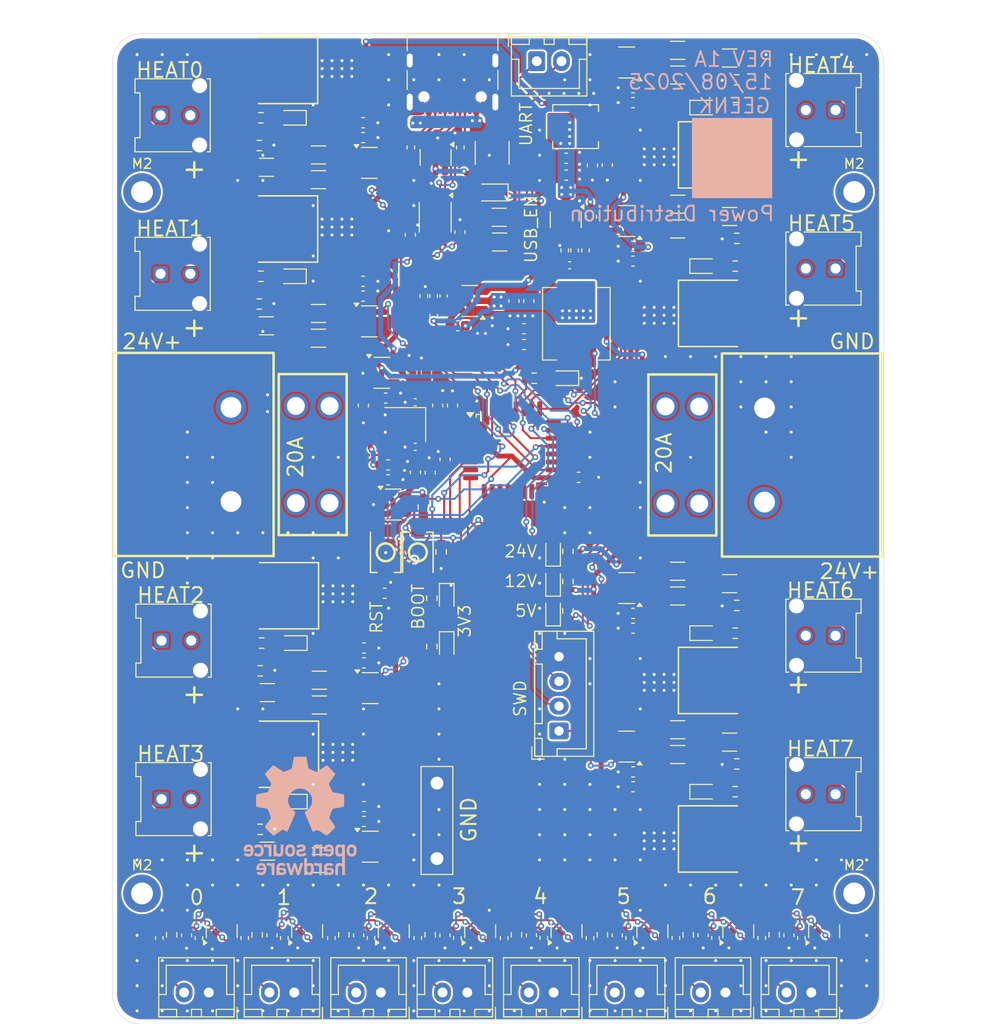
<source format=kicad_pcb>
(kicad_pcb (version 20241229) (generator "pcbnew") (generator_version "9.0")
  (layers (0 "F.Cu" signal) (2 "B.Cu" signal) (13 "F.Paste" user) (15 "B.Paste" user) (5 "F.SilkS" user "F.Silkscreen") (7 "B.SilkS" user "B.Silkscreen") (1 "F.Mask" user) (3 "B.Mask" user) (25 "Edge.Cuts" user))
  (net 0 "")
  (net 1 "+24V")
  (net 2 "GND")
  (net 3 "Net-(U1-BOOT)")
  (net 4 "Net-(U1-SW)")
  (net 5 "+5V")
  (net 6 "Net-(U4-PF0)")
  (net 7 "Net-(U1-FB)")
  (net 8 "+3.3VA")
  (net 9 "+3.3V")
  (net 10 "Net-(C17-Pad1)")
  (net 11 "Net-(U4-PF1)")
  (net 12 "RST")
  (net 13 "TH0")
  (net 14 "TH1")
  (net 15 "TH2")
  (net 16 "TH3")
  (net 17 "TH4")
  (net 18 "TH5")
  (net 19 "TH6")
  (net 20 "TH7")
  (net 21 "TH8")
  (net 22 "TH9")
  (net 23 "Net-(U5-SW)")
  (net 24 "Net-(U5-BOOT)")
  (net 25 "+12V")
  (net 26 "Net-(U5-FB)")
  (net 27 "Net-(C28-Pad1)")
  (net 28 "VBUS")
  (net 29 "Net-(D1-A)")
  (net 30 "Net-(D2-A)")
  (net 31 "Net-(D3-A)")
  (net 32 "Net-(D4-A)")
  (net 33 "Net-(D1-K)")
  (net 34 "Net-(D2-K)")
  (net 35 "Net-(D3-K)")
  (net 36 "Net-(D8-K-Pad3)")
  (net 37 "Net-(D9-K-Pad3)")
  (net 38 "Net-(D4-K)")
  (net 39 "Net-(D6-A)")
  (net 40 "Net-(D6-K)")
  (net 41 "Net-(D7-A)")
  (net 42 "Net-(D15-A)")
  (net 43 "Net-(D7-K)")
  (net 44 "Net-(D11-A)")
  (net 45 "Net-(D12-A)")
  (net 46 "Net-(D13-A)")
  (net 47 "Net-(D14-A)")
  (net 48 "Net-(D16-K-Pad3)")
  (net 49 "Net-(D19-A)")
  (net 50 "Net-(D19-K)")
  (net 51 "Net-(D17-K-Pad3)")
  (net 52 "Net-(D20-K-Pad3)")
  (net 53 "Net-(D21-K-Pad3)")
  (net 54 "Net-(D22-A)")
  (net 55 "Net-(D22-K)")
  (net 56 "Net-(D23-K-Pad3)")
  (net 57 "Net-(D24-K-Pad3)")
  (net 58 "Net-(F1-Pad1)")
  (net 59 "Net-(J17-Pin_1)")
  (net 60 "Net-(J18-Pin_1)")
  (net 61 "Net-(J14-Pin_2)")
  (net 62 "Net-(J15-Pin_2)")
  (net 63 "Net-(J20-Pin_2)")
  (net 64 "Net-(J21-Pin_2)")
  (net 65 "Net-(J22-Pin_2)")
  (net 66 "Net-(J23-Pin_2)")
  (net 67 "Net-(J10-Pin_2)")
  (net 68 "Net-(J11-Pin_2)")
  (net 69 "RX")
  (net 70 "TX")
  (net 71 "SWCLK")
  (net 72 "SWDIO")
  (net 73 "D_-")
  (net 74 "D_+")
  (net 75 "CC1")
  (net 76 "CC2")
  (net 77 "Net-(Q1-G)")
  (net 78 "Net-(Q2-G)")
  (net 79 "Net-(Q3-G)")
  (net 80 "Net-(Q4-G)")
  (net 81 "Net-(Q5-G)")
  (net 82 "Net-(Q6-G)")
  (net 83 "Net-(Q7-G)")
  (net 84 "Net-(Q8-G)")
  (net 85 "BOOT")
  (net 86 "Net-(R4-Pad2)")
  (net 87 "Net-(R5-Pad2)")
  (net 88 "Net-(U2-OUTH)")
  (net 89 "Net-(R11-Pad1)")
  (net 90 "Net-(U3-OUTH)")
  (net 91 "Net-(U7-OUTH)")
  (net 92 "Net-(U7-OUTL)")
  (net 93 "Net-(U2-OUTL)")
  (net 94 "Net-(U3-OUTL)")
  (net 95 "Net-(R18-Pad2)")
  (net 96 "Net-(U6-OUTH)")
  (net 97 "Net-(R19-Pad2)")
  (net 98 "Net-(U6-OUTL)")
  (net 99 "Net-(U10-OUTH)")
  (net 100 "Net-(U9-TXD)")
  (net 101 "Net-(U10-OUTL)")
  (net 102 "Net-(U9-RXD)")
  (net 103 "Net-(R32-Pad2)")
  (net 104 "Net-(R42-Pad2)")
  (net 105 "Net-(U14-OUTH)")
  (net 106 "Net-(R67-Pad2)")
  (net 107 "Net-(U14-OUTL)")
  (net 108 "Net-(R78-Pad2)")
  (net 109 "Net-(U13-OUTH)")
  (net 110 "Net-(U13-OUTL)")
  (net 111 "Net-(U15-OUTH)")
  (net 112 "Net-(U15-OUTL)")
  (net 113 "HEATER7")
  (net 114 "HEATER6")
  (net 115 "HEATER0")
  (net 116 "HEATER1")
  (net 117 "HEATER3")
  (net 119 "HEATER2")
  (net 120 "HEATER5")
  (net 121 "HEATER4")
  (net 130 "Net-(D25-A)")
  (net 131 "ACT")
  (footprint "Resistor_SMD:R_1206_3216Metric" (layer "F.Cu") (at 131.93901 51.985)
    (property "Reference" "R11" (hide yes))
    (property "Value" "12")
  )
  (footprint "Capacitor_SMD:C_0603_1608Metric" (layer "F.Cu") (at 179.445 128.25 -90)
    (property "Reference" "C56" (hide yes))
    (property "Value" "0.1uF")
  )
  (footprint "Resistor_SMD:R_1206_3216Metric" (layer "F.Cu") (at 126.68901 66.735)
    (property "Reference" "R22" (hide yes))
    (property "Value" "0")
  )
  (footprint "Capacitor_SMD:C_0603_1608Metric" (layer "F.Cu") (at 163.7 95.755 180)
    (property "Reference" "C1" (hide yes))
    (property "Value" "10uF")
  )
  (footprint "Capacitor_SMD:C_0603_1608Metric" (layer "F.Cu") (at 142.8375 71.45 90)
    (property "Reference" "C42" (hide yes))
    (property "Value" "1uF")
  )
  (footprint "LED_SMD:LED_0603_1608Metric" (layer "F.Cu") (at 156.725 72.025 180)
    (property "Reference" "D25" (hide yes))
    (property "Value" "LED")
  )
  (footprint "Resistor_SMD:R_1206_3216Metric" (layer "F.Cu") (at 173.45 92.755 180)
    (property "Reference" "R7" (hide yes))
    (property "Value" "0")
  )
  (footprint "Capacitor_SMD:C_1812_4532Metric" (layer "F.Cu") (at 149.475 49.275 -90)
    (property "Reference" "F1" (hide yes))
    (property "Value" "1A")
  )
  (footprint "LED_SMD:LED_0603_1608Metric" (layer "F.Cu") (at 144.885 94.225 -90)
    (property "Reference" "D14" (hide yes))
    (property "Value" "LED")
  )
  (footprint "Connector_Molex:Molex_Micro-Fit_3.0_43045-0212_2x01_P3.00mm_Vertical" (layer "F.Cu") (at 115.99901 45.485 90)
    (property "Reference" "J2" (hide yes))
    (property "Value" "HEATER0")
  )
  (footprint "Resistor_SMD:R_0603_1608Metric" (layer "F.Cu") (at 174.01875 60.705)
    (property "Reference" "R77" (hide yes))
    (property "Value" "4.7k")
  )
  (footprint "Package_TO_SOT_SMD:SOT-23" (layer "F.Cu") (at 174.325 127.8375 90)
    (property "Reference" "D21" (hide yes))
    (property "Value" "BAV99")
  )
  (footprint "MountingHole:MountingHole_2.2mm_M2_DIN965_Pad" (layer "F.Cu") (at 186.025 124.025)
    (property "Reference" "M2")
    (property "Value" "MountingHole_2.2mm_M2_DIN965_Pad")
  )
  (footprint "Resistor_SMD:R_0603_1608Metric" (layer "F.Cu") (at 177.945 128.2 90)
    (property "Reference" "R83" (hide yes))
    (property "Value" "4.7k")
  )
  (footprint "Resistor_SMD:R_1206_3216Metric" (layer "F.Cu") (at 132.02901 118.505 180)
    (property "Reference" "R42" (hide yes))
    (property "Value" "68")
  )
  (footprint "Resistor_SMD:R_1206_3216Metric" (layer "F.Cu") (at 168.2 56.955)
    (property "Reference" "R78" (hide yes))
    (property "Value" "68")
  )
  (footprint "easyeda2kicad:SW-SMD_L3.9-W3.0-P4.45" (layer "F.Cu") (at 138.725 89.595 90)
    (property "Reference" "SW1" (hide yes))
    (property "Value" "SW_Push")
  )
  (footprint "Resistor_SMD:R_0402_1005Metric" (layer "F.Cu") (at 115.87 128.525 -90)
    (property "Reference" "R44" (hide yes))
    (property "Value" "2.37k")
  )
  (footprint "easyeda2kicad:TO-252-2_L6.6-W6.1-P4.57-LS9.9-TL-CW" (layer "F.Cu") (at 169.74 65.475)
    (property "Reference" "Q8" (hide yes))
    (property "Value" "AOD4184A")
  )
  (footprint "Capacitor_SMD:C_0603_1608Metric" (layer "F.Cu") (at 143.975 74.775 90)
    (property "Reference" "C3" (hide yes))
    (property "Value" "4.7uF")
  )
  (footprint "Package_TO_SOT_SMD:SOT-23-6" (layer "F.Cu") (at 137.16651 103.305)
    (property "Reference" "U10" (hide yes))
    (property "Value" "UCC27511ADBV")
  )
  (footprint "easyeda2kicad:CONN-TH_2P-P9.50_DBT50G-9.5-2P" (layer "F.Cu") (at 123.10901 79.715 -90)
    (property "Reference" "J17" (hide yes))
    (property "Value" "Conn_01x02_Socket")
  )
  (footprint "MountingHole:MountingHole_2.2mm_M2_DIN965_Pad" (layer "F.Cu") (at 186.025 53.225)
    (property "Reference" "M2")
    (property "Value" "MountingHole_2.2mm_M2_DIN965_Pad")
  )
  (footprint "Resistor_SMD:R_1206_3216Metric" (layer "F.Cu") (at 126.77901 103.755)
    (property "Reference" "R33" (hide yes))
    (property "Value" "0")
  )
  (footprint "Resistor_SMD:R_0603_1608Metric" (layer "F.Cu") (at 174.01875 97.755)
    (property "Reference" "R1" (hide yes))
    (property "Value" "4.7k")
  )
  (footprint "Package_TO_SOT_SMD:SOT-23-6" (layer "F.Cu") (at 143.763 49.737 -90)
    (property "Reference" "U8" (hide yes))
    (property "Value" "SRV05-4")
  )
  (footprint "Capacitor_SMD:C_0603_1608Metric" (layer "F.Cu") (at 156.95 49.825)
    (property "Reference" "C25" (hide yes))
    (property "Value" "0.1uF")
  )
  (footprint "Resistor_SMD:R_1206_3216Metric" (layer "F.Cu") (at 126.77901 119.755)
    (property "Reference" "R43" (hide yes))
    (property "Value" "0")
  )
  (footprint "Capacitor_SMD:C_0603_1608Metric" (layer "F.Cu") (at 153.175 64.225 -90)
    (property "Reference" "C11" (hide yes))
    (property "Value" "10uF")
  )
  (footprint "Capacitor_SMD:C_0603_1608Metric" (layer "F.Cu") (at 159.5 55.725 90)
    (property "Reference" "C23" (hide yes))
    (property "Value" "0.1uF")
  )
  (footprint "Resistor_SMD:R_1206_3216Metric" (layer "F.Cu") (at 173.45 39.705 180)
    (property "Reference" "R68" (hide yes))
    (property "Value" "0")
  )
  (footprint "Connector_Molex:Molex_Micro-Fit_3.0_43045-0212_2x01_P3.00mm_Vertical" (layer "F.Cu") (at 184.14 44.955 -90)
    (property "Reference" "J13" (hide yes))
    (property "Value" "HEATER4")
  )
  (footprint "Capacitor_SMD:C_0603_1608Metric" (layer "F.Cu") (at 153.435 128.25 -90)
    (property "Reference" "C44" (hide yes))
    (property "Value" "0.1uF")
  )
  (footprint "Connector_Molex:Molex_Micro-Fit_3.0_43045-0212_2x01_P3.00mm_Vertical" (layer "F.Cu") (at 184.14 114.005 -90)
    (property "Reference" "J3" (hide yes))
    (property "Value" "HEATER7")
  )
  (footprint "Resistor_SMD:R_0402_1005Metric" (layer "F.Cu") (at 119.87 128.525 -90)
    (property "Reference" "R45" (hide yes))
    (property "Value" "2.37k")
  )
  (footprint "Capacitor_SMD:C_0603_1608Metric" (layer "F.Cu") (at 136.52901 116.755)
    (property "Reference" "C38" (hide yes))
    (property "Value" "0.1uF")
  )
  (footprint "Capacitor_SMD:C_0603_1608Metric" (layer "F.Cu") (at 146.225 57.275 90)
    (property "Reference" "C30" (hide yes))
    (property "Value" "0.1uF")
  )
  (footprint "Resistor_SMD:R_0603_1608Metric" (layer "F.Cu") (at 126.12026 61.735 180)
    (property "Reference" "R17" (hide yes))
    (property "Value" "4.7k")
  )
  (footprint "Package_SO:MSOP-10_3x3mm_P0.5mm" (layer "F.Cu") (at 143.725 55.775 -90)
    (property "Reference" "U9" (hide yes))
    (property "Value" "CH340E")
  )
  (footprint "Capacitor_SMD:C_0603_1608Metric" (layer "F.Cu") (at 136.475 74.775 -90)
    (property "Reference" "C40" (hide yes))
    (property "Value" "1uF")
  )
  (footprint "Capacitor_SMD:C_0603_1608Metric" (layer "F.Cu") (at 135.995 128.25 -90)
    (property "Reference" "C53" (hide yes))
    (property "Value" "0.1uF")
  )
  (footprint "Connector_JST:JST_XH_B2B-XH-A_1x02_P2.50mm_Vertical" (layer "F.Cu") (at 129.495 134.025 180)
    (property "Reference" "J14" (hide yes))
    (property "Value" "TH1")
  )
  (footprint "Connector_JST:JST_XH_B2B-XH-A_1x02_P2.50mm_Vertical" (layer "F.Cu") (at 164.355 134.025 180)
    (property "Reference" "J15" (hide yes))
    (property "Value" "TH5")
  )
  (footprint "Capacitor_SMD:C_0603_1608Metric" (layer "F.Cu") (at 136.43901 63.735)
    (property "Reference" "C21" (hide yes))
    (property "Value" "10uF")
  )
  (footprint "Connector_JST:JST_XH_B2B-XH-A_1x02_P2.50mm_Vertical" (layer "F.Cu") (at 120.87 134.025 180)
    (property "Reference" "J10" (hide yes))
    (property "Value" "TH0")
  )
  (footprint "Capacitor_SMD:C_0603_1608Metric" (layer "F.Cu") (at 141.725 81.525 -90)
    (property "Reference" "C7" (hide yes))
    (property "Value" "10nF")
  )
  (footprint "Resistor_SMD:R_0402_1005Metric" (layer "F.Cu") (at 124.495 128.525 -90)
    (property "Reference" "R61" (hide yes))
    (property "Value" "2.37k")
  )
  (footprint "Resistor_SMD:R_0402_1005Metric" (layer "F.Cu") (at 180.695 128.525 -90)
    (property "Reference" "R87" (hide yes))
    (property "Value" "2.37k")
  )
  (footprint "Capacitor_SMD:C_0603_1608Metric" (layer "F.Cu") (at 138.975 80.775)
    (property "Reference" "C33" (hide yes))
    (property "Value" "0.1uF")
  )
  (footprint "Resistor_SMD:R_0603_1608Metric" (layer "F.Cu") (at 174.01875 113.755)
    (property "Reference" "R16" (hide yes))
    (property "Value" "4.7k")
  )
  (footprint "Capacitor_SMD:C_0603_1608Metric" (layer "F.Cu") (at 136.43901 47.735)
    (property "Reference" "C8" (hide yes))
    (property "Value" "10uF")
  )
  (footprint "Capacitor_SMD:C_0603_1608Metric" (layer "F.Cu") (at 170.775 128.25 -90)
    (property "Reference" "C54" (hide yes))
    (property "Value" "0.1uF")
  )
  (footprint "Package_TO_SOT_SMD:SOT-23-6" (layer "F.Cu") (at 163.0625 56.155 180)
    (property "Reference" "U15" (hide yes))
    (property "Value" "UCC27511ADBV")
  )
  (footprint "Capacitor_SMD:C_0603_1608Metric" (layer "F.Cu") (at 152.7 67.025 180)
    (property "Reference" "C14" (hide yes))
    (property "Value" "22uF")
  )
  (footprint "Package_TO_SOT_SMD:SOT-23" (layer "F.Cu") (at 139.545 127.8375 90)
    (property "Reference" "D20" (hide yes))
    (property "Value" "BAV99")
  )
  (footprint "Resistor_SMD:R_1206_3216Metric" (layer "F.Cu") (at 132.02901 102.505 180)
    (property "Reference" "R32" (hide yes))
    (property "Value" "68")
  )
  (footprint "Capacitor_SMD:C_0402_1005Metric" (layer "F.Cu") (at 144.575 63.725 90)
    (property "Reference" "C17" (hide yes))
    (property "Value" "75pF")
  )
  (footprint "Capacitor_SMD:C_0603_1608Metric" (layer "F.Cu") (at 138.625 93.725)
    (property "Reference" "C15" (hide yes))
    (property "Value" "0.1uF")
  )
  (footprint "Resistor_SMD:R_0603_1608Metric" (layer "F.Cu") (at 151.935 128.2 90)
    (property "Reference" "R40" (hide yes))
    (property "Value" "4.7k")
  )
  (footprint "Capacitor_SMD:C_0603_1608Metric" (layer "F.Cu") (at 161.1 50.5 -90)
    (property "Reference" "C27" (hide yes))
    (property "Value" "22uF")
  )
  (footprint "Resistor_SMD:R_0603_1608Metric" (layer "F.Cu") (at 125.745 128.2 90)
    (property "Reference" "R58" (hide yes))
    (property "Value" "4.7k")
  )
  (footprint "Resistor_SMD:R_0402_1005Metric" (layer "F.Cu") (at 143.575 63.725 90)
    (property "Reference" "R12" (hide yes))
    (property "Value" "100k")
  )
  (footprint "Capacitor_SMD:C_0603_1608Metric" (layer "F.Cu") (at 151.675 64.225 -90)
    (property "Reference" "C12" (hide yes))
    (property "Value" "0.1uF")
  )
  (footprint "Package_TO_SOT_SMD:SOT-23" (layer "F.Cu") (at 182.995 127.8375 90)
    (property "Reference" "D24" (hide yes))
    (property "Value" "BAV99")
  )
  (footprint "Package_TO_SOT_SMD:SOT-23-5" (layer "F.Cu") (at 138.3375 71.475)
    (property "Reference" "U12" (hide yes))
    (property "Value" "TLV73333PDBV")
  )
  (footprint "Capacitor_SMD:C_0603_1608Metric" (layer "F.Cu") (at 159.6 50.525 -90)
    (property "Reference" "C26" (hide yes))
    (property "Value" "22uF")
  )
  (footprint "Capacitor_SMD:C_0603_1608Metric" (layer "F.Cu") (at 163.7 111.755 180)
    (property "Reference" "C19" (hide yes))
    (property "Value" "10uF")
  )
  (footprint "Resistor_SMD:R_0402_1005Metric" (layer "F.Cu") (at 141.965 128.525 -90)
    (property "Reference" "R84" (hide yes))
    (property "Value" "2.37k")
  )
  (footprint "Resistor_SMD:R_0402_1005Metric" (layer "F.Cu") (at 168.025 128.525 -90)
    (property "Reference" "R75" (hide yes))
    (property "Value" "2.37k")
  )
  (footprint "Package_TO_SOT_SMD:SOT-23" (layer "F.Cu") (at 156.985 127.8375 90)
    (property "Reference" "D9" (hide yes))
    (property "Value" "BAV99")
  )
  (footprint "easyeda2kicad:TO-252-2_L6.6-W6.1-P4.57-LS9.9-TL-CW" (layer "F.Cu") (at 169.74 102.525)
    (property "Reference" "Q1" (hide yes))
    (property "Value" "AOD4184A")
  )
  (footprint "Resistor_SMD:R_0603_1608Metric" (layer "F.Cu") (at 160.605 128.2 90)
    (property "Reference" "R59" (hide yes))
    (property "Value" "4.7k")
  )
  (footprint "Capacitor_SMD:C_0603_1608Metric" (layer "F.Cu") (at 144.715 128.25 -90)
    (property "Reference" "C55" (hide yes))
    (property "Value" "0.1uF")
  )
  (footprint "Resistor_SMD:R_1206_3216Metric" (layer "F.Cu") (at 132.02901 121.005)
    (property "Reference" "R50" (hide yes))
    (property "Value" "12")
  )
  (footprint "Capacitor_SMD:C_0603_1608Metric" (layer "F.Cu") (at 145.475 74.775 90)
    (property "Reference" "C4" (hide yes))
    (property "Value" "0.1uF")
  )
  (footprint "Capacitor_SMD:C_0603_1608Metric" (layer "F.Cu") (at 138.725 74.025)
    (property "Reference" "C39" (hide yes))
    (property "Value" "0.1uF")
  )
  (footprint "Capacitor_SMD:C_0603_1608Metric" (layer "F.Cu") (at 163.7 58.705 180)
    (property "Reference" "C51" (hide yes))
    (property "Value" "10uF")
  )
  (footprint "Resistor_SMD:R_0603_1608Metric" (layer "F.Cu") (at 117.12 128.2 90)
    (property "Reference" "R39" (hide yes))
    (property "Value" "4.7k")
  )
  (footprint "Package_TO_SOT_SMD:SOT-23-6" (layer "F.Cu") (at 163.0625 109.205 180)
    (property "Reference" "U6" (hide yes))
    (property "Value" "UCC27511ADBV")
  )
  (footprint "Capacitor_SMD:C_0603_1608Metric" (layer "F.Cu") (at 118.62 128.25 -90)
    (property "Reference" "C43" (hide yes))
    (property "Value" "0.1uF")
  )
  (footprint "Connector_Molex:Molex_Micro-Fit_3.0_43045-0212_2x01_P3.00mm_Vertical" (layer "F.Cu") (at 184.14 60.955 -90)
    (property "Reference" "J19" (hide yes))
    (property "Value" "HEATER5")
  )
  (footprint "Diode_SMD:D_SOD-323" (layer "F.Cu") (at 149.475 53.275 180)
    (property "Reference" "D5" (hide yes))
    (property "Value" "CUS10S30")
  )
  (footprint "Capacitor_SMD:C_0603_1608Metric" (layer "F.Cu") (at 141.2125 57.55 90)
    (property "Reference" "C29" (hide yes))
    (property "Value" "0.1uF")
  )
  (footprint "LED_SMD:LED_0603_1608Metric" (layer "F.Cu") (at 155.625 95.5375 90)
    (property "Reference" "D13" (hide yes))
    (property "Value" "LED")
  )
  (footprint "Package_TO_SOT_SMD:SOT-23" (layer "F.Cu") (at 122.17 127.8375 90)
    (property "Reference" "D8" (hide yes))
    (property "Value" "BAV99")
  )
  (footprint "Capacitor_SMD:C_0603_1608Metric" (layer "F.Cu") (at 163.7 42.705 180)
    (property "Reference" "C47" (hide yes))
    (property "Value" "0.1uF")
  )
  (footprint "Package_TO_SOT_SMD:SOT-23-6" (layer "F.Cu") (at 137.16651 119.305)
    (property "Reference" "U13" (hide yes))
    (property "Value" "UCC27511ADBV")
  )
  (footprint "Capacitor_SMD:C_0603_1608Metric" (layer "F.Cu") (at 143.225 81.55 90)
    (property "Reference" "C36" (hide yes))
    (property "Value" "1uF")
  )
  (footprint "Capacitor_SMD:C_0603_1608Metric" (layer "F.Cu") (at 136.43901 46.235)
    (property "Reference" "C9" (hide yes))
    (property "Value" "0.1uF")
  )
  (footprint "Capacitor_SMD:C_0402_1005Metric" (layer "F.Cu") (at 157.3 60.625 180)
    (property "Reference" "C28" (hide yes))
    (property "Value" "75pF")
  )
  (footprint "Resistor_SMD:R_0402_1005Metric" (layer "F.Cu") (at 157.8 59.125 -90)
    (property "Reference" "R27" (hide yes))
    (property "Value" "100k")
  )
  (footprint "LED_SMD:LED_0603_1608Metric" (layer "F.Cu") (at 155.625 92.5375 90)
    (property "Reference" "D12" (hide yes))
    (property "Value" "LED")
  )
  (footprint "Resistor_SMD:R_1206_3216Metric" (layer "F.Cu") (at 131.93901 49.485 180)
    (property "Reference" "R6" (hide yes))
    (property "Value" "68")
  )
  (footprint "Resistor_SMD:R_1206_3216Metric" (layer "F.Cu") (at 126.68901 50.735)
    (property "Reference" "R8" (hide yes))
    (property "Value" "0")
  )
  (footprint "Capacitor_SMD:C_0603_1608Metric" (layer "F.Cu") (at 156.95 51.525)
    (property "Reference" "C24" (hide yes))
    (property "Value" "10uF")
  )
  (footprint "Resistor_SMD:R_1206_3216Metric" (layer "F.Cu") (at 168.2 94.005)
    (property "Reference" "R5" (hide yes))
    (property "Value" "68")
  )
  (footprint "Connector_JST:JST_XH_B2B-XH-A_1x02_P2.50mm_Vertical" (layer "F.Cu") (at 146.965 134.025 180)
    (property "Reference" "J22" (hide yes))
    (property "Value" "TH3")
  )
  (footprint "Resistor_SMD:R_0402_1005Metric" (layer "F.Cu") (at 158.9 59.125 -90)
    (property "Reference" "R21" (hide yes))
    (property "Value" "50")
  )
  (footprint "Resistor_SMD:R_1206_3216Metric" (layer "F.Cu") (at 150.1875 55.775)
    (property "Reference" "R29" (hide yes))
    (property "Value" "0")
  )
  (footprint "Resistor_SMD:R_0402_1005Metric" (layer "F.Cu") (at 128.495 128.525 -90)
    (property "Reference" "R62" (hide yes))
    (property "Value" "2.37k")
  )
  (footprint "Resistor_SMD:R_0603_1608Metric" (layer "F.Cu") (at 126.21026 98.755 180)
    (property "Reference" "R30" (hide yes))
    (property "Value" "4.7k")
  )
  (footprint "Capacitor_SMD:C_0603_1608Metric" (layer "F.Cu") (at 158.2 82.025)
    (property "Reference" "C5" (hide yes))
    (property "Value" "0.1uF")
  )
  (footprint "Capacitor_SMD:C_0402_1005Metric" (layer "F.Cu") (at 141.7 74.45 180)
    (property "Reference" "C16" (hide yes))
    (property "Value" "14pF")
  )
  (footprint "Resistor_SMD:R_1206_3216Metric" (layer "F.Cu") (at 168.2 107.505 180)
    (property "Reference" "R23" (hide yes))
    (property "Value" "12")
  )
  (footprint "Resistor_SMD:R_0603_1608Metric" (layer "F.Cu") (at 153.725 72.025)
    (property "Reference" "R88" (hide yes))
    (property "Value" "1k")
  )
  (footprint "easyeda2kicad:TO-252-2_L6.6-W6.1-P4.57-LS9.9-TL-CW" (layer "F.Cu") (at 130.39901 40.965 180)
    (property "Reference" "Q2" (hide yes))
    (property "Value" "AOD4184A")
  )
  (footprint "easyeda2kicad:SW-SMD_L3.9-W3.0-P4.45" (layer "F.Cu") (at 141.975 89.595 -90)
    (property "Reference" "SW2" (hide yes))
    (property "Value" "SW_Push")
  )
  (footprint "Resistor_SMD:R_0603_1608Metric" (layer "F.Cu") (at 134.495 128.2 90)
    (property "Reference" "R71" (hide yes))
    (property "Value" "4.7k")
  )
  (footprint "TestPoint:TestPoint_Bridge_Pitch7.62mm_Drill1.3mm" (layer "F.Cu") (at 143.9 120.51 90)
    (property "Reference" "TP1" (hide yes))
    (property "Value" "OSC GND")
  )
  (footprint "Capacitor_SMD:C_0603_1608Metric" (layer "F.Cu") (at 163.7 44.205 180)
    (property "Reference" "C46" (hide yes))
    (property "Value" "10uF")
  )
  (footprint "Resistor_SMD:R_0603_1608Metric" (layer "F.Cu") (at 126.12026 45.735 180)
    (property "Reference" "R2" (hide yes))
    (property "Value" "4.7k")
  )
  (footprint "Resistor_SMD:R_1206_3216Metric" (layer "F.Cu") (at 150.225 58.275)
    (property "Reference" "R31" (hide yes))
    (property "Value" "0")
  )
  (footprint "Package_TO_SOT_SMD:SOT-23-5" (layer "F.Cu") (at 139.5 84.775)
    (property "Reference" "U11" (hide yes))
    (property "Value" "TLV73333PDBV")
  )
  (footprint "easyeda2kicad:TO-252-2_L6.6-W6.1-P4.57-LS9.9-TL-CW" (layer "F.Cu") (at 169.74 49.475)
    (property "Reference" "Q7" (hide yes))
    (property "Value" "AOD4184A")
  )
  (footprint "Resistor_SMD:R_1206_3216Metric" (layer "F.Cu") (at 131.93901 65.485 180)
    (property "Reference" "R19" (hide yes))
    (property "Value" "68")
  )
  (footprint "Capacitor_SMD:C_0402_1005Metric" (layer "F.Cu") (at 141.7 78.95 180)
    (property "Reference" "C18" (hide yes))
    (property "Value" "14pF")
  )
  (footprint "Connector_JST:JST_XH_B2B-XH-A_1x02_P2.50mm_Vertical" (layer "F.Cu") (at 138.245 134.025 180)
    (property "Reference" "J20" (hide yes))
    (property "Value" "TH2")
  )
  (footprint "LED_SMD:LED_0603_1608Metric" (layer "F.Cu") (at 129.22026 45.735 180)
    (property "Reference" "D2" (hide yes))
    (property "Value" "LED")
  )
  (footprint "Resistor_SMD:R_0402_1005Metric" (layer "F.Cu") (at 142.575 63.725 90)
    (property "Reference" "R15" (hide yes))
    (property "Value" "13.3k")
  )
  (footprint "Resistor_SMD:R_1206_3216Metric" (layer "F.Cu") (at 173.45 55.705 180)
    (property "Reference" "R79" (hide yes))
    (property "Value" "0")
  )
  (footprint "Connector_JST:JST_XH_B2B-XH-A_1x02_P2.50mm_Vertical" (layer "F.Cu") (at 155.685 134.025 180)
    (property "Reference" "J11" (hide yes))
    (property "Value" "TH4")
  )
  (footprint "Inductor_SMD:L_TechFuse_SL0650" (layer "F.Cu") (at 157.975 66.525 -90)
    (property "Reference" "L1" (hide yes))
    (property "Value" "15uH")
  )
  (footprint "Connector_JST:JST_XH_B4B-XH-A_1x04_P2.50mm_Vertical" (layer "F.Cu") (at 156.225 107.625 90)
    (property "Reference" "J4" (hide yes))
    (property "Value" "SWD")
  )
  (footprint "Package_QFP:LQFP-32_7x7mm_P0.8mm" (layer "F.Cu") (at 151.475 79.275)
    (property "Reference" "U4" (hide yes))
    (property "Value" "STM32F030K6Tx")
  )
  (footprint "Connector_Molex:Molex_Micro-Fit_3.0_43045-0212_2x01_P3.00mm_Vertical" (layer "F.Cu") (at 184.14 98.005 -90)
    (property "Reference" "J1" (hide yes))
    (property "Value" "HEATER6")
  )
  (footprint "MountingHole:MountingHole_2.2mm_M2_DIN965_Pad" (layer "F.Cu") (at 114.125 53.225)
    (property "Reference" "M2")
    (property "Value" "MountingHole_2.2mm_M2_DIN965_Pad")
  )
  (footprint "easyeda2kicad:FUSE-TH_4P-L16.0-W6.7" (layer "F.Cu") (at 131.35901 79.725 -90)
    (property "Reference" "F2" (hide yes))
    (property "Value" "20A")
  )
  (footprint "easyeda2kicad:TO-252-2_L6.6-W6.1-P4.57-LS9.9-TL-CW" (layer "F.Cu") (at 130.48901 109.985 180)
    (property "Reference" "Q6" (hide yes))
    (property "Value" "AOD4184A")
  )
  (footprint "Resistor_SMD:R_1206_3216Metric" (layer "F.Cu") (at 168.2 54.455 180)
    (property "Reference" "R80" (hide yes))
    (property "Value" "12")
  )
  (footprint "Crystal:Crystal_SMD_3225-4Pin_3.2x2.5mm" (layer "F.Cu") (at 140.7 76.7 180)
    (property "Reference" "Y1" (hide yes))
    (property "Value" "24MHz")
  )
  (footprint "Capacitor_SMD:C_0603_1608Metric" (layer "F.Cu") (at 136.52901 100.755)
    (property "Reference" "C31" (hide yes))
    (property "Value" "10uF")
  )
  (footprint "LED_SMD:LED_0603_1608Metric" (layer "F.Cu") (at 170.91875 44.705)
    (property "Reference" "D19" (hide yes))
    (property "Value" "LED")
  )
  (footprint "Capacitor_SMD:C_0603_1608Metric" (layer "F.Cu") (at 163.7 60.205 180)
    (property "Reference" "C52" (hide yes))
    (property "Value" "0.1uF")
  )
  (footprint "LED_SMD:LED_0603_1608Metric" (layer "F.Cu") (at 155.625 89.5 90)
    (property "Reference" "D11" (hide yes))
    (property "Value" "LED")
  )
  (footprint "easyeda2kicad:TO-252-2_L6.6-W6.1-P4.57-LS9.9-TL-CW" (layer "F.Cu") (at 130.39901 56.965 180)
    (property "Reference" "Q4" (hide yes))
    (property "Value" "AOD4184A")
  )
  (footprint "Resistor_SMD:R_0603_1608Metric" (layer "F.Cu") (at 174.175 57.905 180)
    (property "Reference" "R81" (hide yes))
    (property "Value" "100k")
  )
  (footprint "LED_SMD:LED_0603_1608Metric" (layer "F.Cu") (at 170.91875 97.755)
    (property "Reference" "D1" (hide yes))
    (property "Value" "LED")
  )
  (footprint "Capacitor_SMD:C_0603_1608Metric" (layer "F.Cu") (at 136.52901 99.255)
    (property "Reference" "C32" (hide yes))
    (property "Value" "0.1uF")
  )
  (footprint "Capacitor_SMD:C_0603_1608Metric" (layer "F.Cu") (at 127.245 128.25 -90)
    (property "Reference" "C48" (hide yes))
    (property "Value" "0.1uF")
  )
  (footprint "Resistor_SMD:R_0603_1608Metric" (layer "F.Cu") (at 174.175 110.955 180)
    (property "Reference" "R25" (hide yes))
    (property "Value" "100k")
  )
  (footprint "easyeda2kicad:TO-252-2_L6.6-W6.1-P4.57-LS9.9-TL-CW" (layer "F.Cu") (at 169.74 118.525)
    (property "Reference" "Q3" (hide yes))
    (property "Value" "AOD4184A")
  )
  (footprint "Resistor_SMD:R_0402_1005Metric" (layer "F.Cu") (at 133.245 128.525 -90)
    (property "Reference" "R73" (hide yes))
    (property "Value" "2.37k")
  )
  (footprint "Resistor_SMD:R_0402_1005Metric" (layer "F.Cu") (at 159.355 128.525 -90)
    (property "Reference" "R63" (hide yes))
    (property "Value" "2.37k")
  )
  (footprint "MountingHole:MountingHole_2.2mm_M2_DIN965_Pad" (layer "F.Cu") (at 114.125 124.025)
    (property "Reference" "M2")
    (property "Value" "MountingHole_2.2mm_M2_DIN965_Pad")
  )
  (footprint "Resistor_SMD:R_0603_1608Metric" (layer "F.Cu") (at 143.385 99.1 -90)
    (property "Reference" "R56" (hide yes))
    (property "Value" "1k")
  )
  (footprint "Package_TO_SOT_SMD:SOT-23-6" (layer "F.Cu") (at 137.07651 50.285)
    (property "Reference" "U3" (hide yes))
    (property "Value" "UCC27511ADBV")
  )
  (footprint "Resistor_SMD:R_0402_1005Metric" (layer "F.Cu") (at 145.965 128.525 -90)
    (property "Reference" "R85" (hide yes))
    (property "Value" "2.37k")
  )
  (footprint "Capacitor_SMD:C_0603_1608Metric" (layer "F.Cu") (at 152.7 68.625 180)
    (property "Reference" "C13" (hide yes))
    (property "Value" "22uF")
  )
  (footprint "Resistor_SMD:R_0402_1005Metric" (layer "F.Cu") (at 176.695 128.525 -90)
    (property "Reference" "R86" (hide yes))
    (property "Value" "2.37k")
  )
  (footprint "Resistor_SMD:R_0402_1005Metric" (layer "F.Cu") (at 154.685 128.525 -90)
    (property "Reference" "R47" (hide yes))
    (property "Value" "2.37k")
  )
  (footprint "Connector_Molex:Molex_Micro-Fit_3.0_43045-0212_2x01_P3.00mm_Vertical" (layer "F.Cu") (at 116.08901 98.505 90)
    (property "Reference" "J6" (hide yes))
    (property "Value" "HEATER2")
  )
  (footprint "Resistor_SMD:R_0402_1005Metric" (layer "F.Cu") (at 143.575 65.725 90)
    (property "Reference" "R3" (hide yes))
    (property "Value" "50")
  )
  (footprint "Capacitor_SMD:C_0603_1608Metric" (layer "F.Cu") (at 162.105 128.25 -90)
    (property "Reference" "C49" (hide yes))
    (property "Value" "0.1uF")
  )
  (footprint "Resistor_SMD:R_0603_1608Metric" (layer "F.Cu") (at 126.05401 101.555)
    (property "Reference" "R37" (hide yes))
    (property "Value" "100k")
  )
  (footprint "Resistor_SMD:R_0603_1608Metric" (layer "F.Cu") (at 144.325 89.55 -90)
    (property "Reference" "R10" (hide yes))
    (property "Value" "10k")
  )
  (footprint "Resistor_SMD:R_0402_1005Metric" (layer "F.Cu") (at 150.685 128.525 -90)
    (property "Reference" "R46" (hide yes))
    (property "Value" "2.37k")
  )
  (footprint "Package_TO_SOT_SMD:SOT-23-6" (layer "F.Cu") (at 147.225 64.225 180)
    (property "Reference" "U1" (hide yes))
    (property "Value" "TPS54202DDC")
  )
  (footprint "Package_TO_SOT_SMD:SOT-23-6" (layer "F.Cu") (at 163.0625 93.205 180)
    (property "Reference" "U2" (hide yes))
    (property "Value" "UCC27511ADBV")
  )
  (footprint "Capacitor_SMD:C_0603_1608Metric" (layer "F.Cu") (at 141.3575 71.45 90)
    (property "Reference" "C41" (hide yes))
    (property "Value" "0.1uF")
  )
  (footprint "Resistor_SMD:R_0402_1005Metric" (layer "F.Cu") (at 172.025 128.525 -90)
    (property "Reference" "R76" (hide yes))
    (property "Value" "2.37k")
  )
  (footprint "Resistor_SMD:R_0603_1608Metric" (layer "F.Cu") (at 174.175 94.955 180)
    (property "Reference" "R13" (hide yes))
    (property "Value" "100k")
  )
  (footprint "Resistor_SMD:R_0603_1608Metric" (layer "F.Cu") (at 174.01875 44.705)
    (property "Reference" "R57" (hide yes))
    (property "Value" "4.7k")
  )
  (footprint "Resistor_SMD:R_0402_1005Metric" (layer "F.Cu") (at 156.8 59.125 90)
    (property "Reference" "R28" (hide yes))
    (property "Value" "5.23k")
  )
  (footprint "Connector_Molex:Molex_Micro-Fit_3.0_43045-0212_2x01_P3.00mm_Vertical" (layer "F.Cu") (at 116.08901 114.505 90)
    (property "Reference" "J9" (hide yes))
    (property "Value" "HEATER3")
  )
  (footprint "Package_TO_SOT_SMD:SOT-23-6" (layer "F.Cu") (at 156.9 56.025 -90)
    (property "Reference" "U5" (hide yes))
    (property "Value" "TPS54202DDC")
  )
  (footprint "Capacitor_SMD:C_0603_1608Metric" (layer "F.Cu") (at 138.975 82.275)
    (property "Reference" "C34" (hide yes))
    (property "Value" "1uF")
  )
  (footprint "Resistor_SMD:R_0603_1608Metric" (layer "F.Cu") (at 126.21026 114.755 180)
    (property "Reference" "R38" (hide yes))
    (property "Value" "4.7k")
  )
  (footprint "easyeda2kicad:FUSE-TH_4P-L16.0-W6.7" (layer "F.Cu") (at 168.675 79.775 90)
    (property "Reference" "F3" (hide yes))
    (property "Value" "20A")
  )
  (footprint "Connector_JST:JST_XH_B2B-XH-A_1x02_P2.50mm_Vertical" (layer "F.Cu") (at 181.695 134.025 180)
    (property "Reference" "J23" (hide yes))
    (property "Value" "TH7")
  )
  (footprint "Resistor_SMD:R_0603_1608Metric" (layer "F.Cu") (at 157.125 89.5 90)
    (property "Reference" "R52" (hide yes))
    (property "Value" "4.7k")
  )
  (footprint "Connector_USB:USB_C_Receptacle_G-Switch_GT-USB-7010ASV" (layer "F.Cu") (at 145.475 41.025 180)
    (property "Reference" "J8" (hide yes))
    (property "Value" "USB_C_Receptacle_USB2.0_14P")
  )
  (footprint "easyeda2kicad:CONN-TH_2P-P9.50_DBT50G-9.5-2P" (layer "F.Cu") (at 176.975 79.775 90)
    (property "Reference" "J18" (hide yes))
    (property "Value" "Conn_01x02_Socket")
  )
  (footprint "Resistor_SMD:R_1206_3216Metric" (layer "F.Cu") (at 131.93901 67.985)
    (property "Reference" "R24" (hide yes))
    (property "Value" "12")
  )
  (footprint "LED_SMD:LED_0603_1608Metric" (layer "F.Cu") (at 170.91875 113.755)
    (property "Reference" "D3" (hide yes))
    (property "Value" "LED")
  )
  (footprint "LED_SMD:LED_0603_1608Metric" (layer "F.Cu") (at 144.885 99.1 -90)
    (property "Reference" "D15" (hide yes))
    (property "Value" "LED")
  )
  (footprint "Capacitor_SMD:C_0603_1608Metric" (layer "F.Cu") (at 136.52901 115.255)
    (property "Reference" "C37" (hide yes))
    (property "Value" "10uF")
  )
  (footprint "Resistor_SMD:R_0603_1608Metric" (layer "F.Cu") (at 157.125 92.5375 90)
    (property "Reference" "R53" (hide yes))
    (property "Value" "4.7k")
  )
  (footprint "Capacitor_SMD:C_0603_1608Metric" (layer "F.Cu") (at 146 66.725)
    (property "Reference" "C10" (hide yes))
    (property "Value" "0.1uF")
  )
  (footprint "LED_SMD:LED_0603_1608Metric" (layer "F.Cu") (at 129.31026 98.755 180)
    (property "Reference" "D6" (hide yes))
    (property "Value" "LED")
  )
  (footprint "Resistor_SMD:R_0603_1608Metric" (layer "F.Cu") (at 143.385 94.225 -90)
    (property "Reference" "R55" (hide yes))
    (property "Value" "1k")
  )
  (footprint "Resistor_SMD:R_1206_3216Metric" (layer "F.Cu") (at 168.2 91.505 180)
    (property "Reference" "R9" (hide yes))
    (property "Value" "12")
  )
  (footprint "Resistor_SMD:R_0603_1608Metric" (layer "F.Cu") (at 125.96401 48.535)
    (property "Reference" "R14" (hide yes))
    (property "Value" "100k")
  )
  (footprint "Resistor_SMD:R_1206_3216Metric" (layer "F.Cu") (at 168.2 110.005)
    (property "Reference" "R18" (hide yes))
    (property "Value" "68")
  )
  (footprint "Resistor_SMD:R_1206_3216Metric" (layer "F.Cu") (at 168.2 38.925 180)
    (property "Reference" "R69" (hide yes))
    (property "Value" "12")
  )
  (footprint "Connector_Molex:Molex_Micro-Fit_3.0_43045-0212_2x01_P3.00mm_Vertical" (layer "F.Cu") (at 115.99901 61.485 90)
    (property "Reference" "J5" (hide yes))
    (property "Value" "HEATER1")
  )
  (footprint "Resistor_SMD:R_0402_1005Metric" (layer "F.Cu") (at 146.263 48.737 -90)
    (property "Reference" "R34" (hide yes))
    (property "Value" "5.1K")
  )
  (footprint "Package_TO_SOT_SMD:SOT-23" (layer "F.Cu") (at 148.265 127.8375 90)
    (property "Reference" "D23" (hide yes))
    (property "Value" "BAV99")
  )
  (footprint "Resistor_SMD:R_0402_1005Metric" (layer "F.Cu") (at 137.245 128.525 -90)
    (property "Reference" "R74" (hide yes))
    (property "Value" "2.37k")
  )
  (footprint "Resistor_SMD:R_1206_3216Metric" (layer "F.Cu") (at 168.225 41.425)
    (property "Reference" "R67" (hide yes))
    (property "Value" "68")
  )
  (footprint "Resistor_SMD:R_0603_1608Metric" (layer "F.Cu") (at 142.525 85.025 -90)
    (property "Reference" "R4" (hide yes))
    (property "Value" "1k")
  )
  (footprint "LED_SMD:LED_0603_1608Metric" (layer "F.Cu") (at 129.22026 61.735 180)
    (property "Reference" "D4" (hide yes))
    (property "Value" "LED")
  )
  (footprint "Package_TO_SOT_SMD:SOT-23" (layer "F.Cu") (at 130.795 127.8375 90)
    (property "Reference" "D16" (hide yes))
    (property "Value" "BAV99")
  )
  (footprint "Resistor_SMD:R_0402_1005Metric" (layer "F.Cu") (at 141.263 48.727 -90)
    (property "Reference" "R35" (hide yes))
    (property "Value" "5.1K")
  )
  (footprint "Package_TO_SOT_SMD:SOT-23" (layer "F.Cu") (at 165.655 127.8375 90)
    (property "Reference" "D17" (hide yes))
    (property "Value" "BAV99")
  )
  (footprint "Package_TO_SOT_SMD:SOT-23-6" (layer "F.Cu") (at 137.07651 66.285)
    (property "Reference" "U7" (hide yes))
    (property "Value" "UCC27511ADBV")
  )
  (footprint "Resistor_SMD:R_0603_1608Metric" (layer "F.Cu") (at 157.125 95.525 90)
    (property "Reference" "R54" (hide yes))
    (property "Value" "1k")
  )
  (footprint "Connector_JST:JST_XH_B2B-XH-A_1x02_P2.50mm_Vertical" (layer "F.Cu") (at 153.975 40.025)
    (property "Reference" "J7" (hide yes))
    (property "Value" "UART")
  )
  (footprint "Resistor_SMD:R_0603_1608Metric" (layer "F.Cu") (at 169.275 128.2 90)
    (property "Reference" "R72" (hide yes))
    (property "Value" "4.7k")
  )
  (footprint "Capacitor_SMD:C_0603_1608Metric" (layer "F.Cu") (at 144.725 80.225 -90)
    (property "Reference" "C6" (hide yes))
    (property "Value" "1uF")
  )
  (footprint "LED_SMD:LED_0603_1608Metric" (layer "F.Cu") (at 170.91875 60.705)
    (property "Reference" "D22" (hide yes))
    (property "Value" "LED")
  )
  (footprint "Resistor_SMD:R_0402_1005Metric" (layer "F.Cu") (at 163.355 128.525 -90)
    (property "Reference" "R64" (hide yes))
    (property "Value" "2.37k")
  )
  (footprint "Capacitor_SMD:C_0603_1608Metric" (layer "F.Cu") (at 163.7 113.255 180)
    (property "Reference" "C20" (hide yes))
    (property "Value" "0.1uF")
  )
  (footprint "Resistor_SMD:R_0603_1608Metric" (layer "F.Cu") (at 125.96401 64.535)
    (property "Reference" "R26" (hide yes))
    (property "Value" "100k")
  )
  (footprint "Inductor_SMD:L_Sunlord_MWSA0402S" (layer "F.Cu") (at 157.9 46.625)
    (property "Reference" "L2" (hide yes))
    (property "Value" "22uH")
  )
  (footprint "Capacitor_SMD:C_0603_1608Metric" (layer "F.Cu") (at 136.43901 62.235)
    (property "Reference" "C22" (hide yes))
    (property "Value" "0.1uF")
  )
  (footprint "Resistor_SMD:R_0603_1608Metric" (layer "F.Cu") (at 126.05401 117.555)
    (property "Reference" "R51" (hide yes))
    (property "Value" "100k")
  )
  (footprint "easyeda2kicad:TO-252-2_L6.6-W6.1-P4.57-LS9.9-TL-CW" (layer "F.Cu") (at 130.48901 93.985 180)
    (property "Reference" "Q5" (hide yes))
    (property "Value" "AOD4184A")
  )
  (footprint "Package_TO_SOT_SMD:SOT-23-6" (layer "F.Cu") (at 163.0625 40.155 180)
    (property "Reference" "U14" (hide yes))
    (property "Value" "UCC27511ADBV")
  )
  (footprint "Resistor_SMD:R_1206_3216Metric" (layer "F.Cu") (at 132.02901 105.005)
    (property "Reference" "R36" (hide yes))
    (property "Value" "12")
  )
  (footprint "Resistor_SMD:R_0603_1608Metric" (layer "F.Cu") (at 143.215 128.2 90)
    (property "Reference" "R82" (hide yes))
    (property "Value" "4.7k")
  )
  (footprint "Connector_JST:JST_XH_B2B-XH-A_1x02_P2.50mm_Vertical" (layer "F.Cu") (at 173.025 134.025 180)
    (property "Reference" "J21" (hide yes))
    (property "Value" "TH6")
  )
  (footprint "Resistor_SMD:R_1206_3216Metric" (layer "F.Cu") (at 173.45 108.755 180)
    (property "Reference" "R20" (hide yes))
    (property "Value" "0")
  )
  (footprint "Capacitor_SMD:C_0603_1608Metric" (layer "F.Cu") (at 163.7 97.255 180)
    (property "Reference" "C2" (hide yes))
    (property "Value" "0.1uF")
  )
  (footprint "Resistor_SMD:R_0603_1608Metric" (layer "F.Cu") (at 174.175 41.905 180)
    (property "Reference" "R70" (hide yes))
    (property "Value" "100k")
  )
  (footprint "LED_SMD:LED_0603_1608Metric" (layer "F.Cu") (at 129.31026 114.755 180)
    (property "Reference" "D7" (hide yes))
    (property "Value" "LED")
  )
  (footprint "Symbol:OSHW-Logo_11.4x12mm_SilkScreen" (layer "B.Cu") (at 130.1 116.2 180)
    (property "Reference" "REF**" (hide yes))
    (property "Value" "OSHW-Logo_11.4x12mm_SilkScreen" (hide yes))
  )
  (gr_rect (start 169.7 45.8) (end 177.7 53.8) (stroke (width 0.1)) (fill yes) (layer "B.SilkS"))
  (gr_line (start 189.025 40.225) (end 189.025 134.225) (stroke (width 0.05)) (layer "Edge.Cuts"))
  (gr_line (start 186.025 137.225) (end 114.125 137.225) (stroke (width 0.05)) (layer "Edge.Cuts"))
  (gr_arc (start 189.025 134.225) (mid 188.14632 136.34632) (end 186.025 137.225) (stroke (width 0.05)) (layer "Edge.Cuts"))
  (gr_line (start 111.125 134.225) (end 111.125 40.225) (stroke (width 0.05)) (layer "Edge.Cuts"))
  (gr_arc (start 111.125 40.225) (mid 112.00368 38.10368) (end 114.125 37.225) (stroke (width 0.05)) (layer "Edge.Cuts"))
  (gr_arc (start 186.025 37.225) (mid 188.14632 38.10368) (end 189.025 40.225) (stroke (width 0.05)) (layer "Edge.Cuts"))
  (gr_arc (start 114.125 137.225) (mid 112.00368 136.34632) (end 111.125 134.225) (stroke (width 0.05)) (layer "Edge.Cuts"))
  (gr_line (start 114.125 37.225) (end 186.025 37.225) (stroke (width 0.05)) (layer "Edge.Cuts"))
  (gr_text "12V" (at 150.6 93.2 0) (layer "F.SilkS") (effects (font (size 1.2 1.2)) (justify left bottom)))
  (gr_text "SWD" (at 153 106.3 90) (layer "F.SilkS") (effects (font (size 1.2 1.2)) (justify left bottom)))
  (gr_text "HEAT5" (at 179.2 57.27 0) (layer "F.SilkS") (effects (font (size 1.5 1.5) (thickness 0.2)) (justify left bottom)))
  (gr_text "HEAT7" (at 179.1 110.3 0) (layer "F.SilkS") (effects (font (size 1.5 1.5) (thickness 0.2)) (justify left bottom)))
  (gr_text "20A" (at 130.5 82.2 90) (layer "F.SilkS") (effects (font (size 1.5 1.5) (thickness 0.2)) (justify left bottom)))
  (gr_text "GND" (at 183.4 69.2 0) (layer "F.SilkS") (effects (font (size 1.5 1.5) (thickness 0.2)) (justify left bottom)))
  (gr_text "24V+" (at 182.4 92.4 0) (layer "F.SilkS") (effects (font (size 1.5 1.5) (thickness 0.2)) (justify left bottom)))
  (gr_text "24V+" (at 112 69.2 0) (layer "F.SilkS") (effects (font (size 1.5 1.5) (thickness 0.2)) (justify left bottom)))
  (gr_text "BOOT" (at 142.7 97.5 90) (layer "F.SilkS") (effects (font (size 1.2 1.2)) (justify left bottom)))
  (gr_text "7" (at 179.5 125.3 0) (layer "F.SilkS") (effects (font (size 1.5 1.5) (thickness 0.2)) (justify left bottom)))
  (gr_text "HEAT1" (at 113.4 57.8 0) (layer "F.SilkS") (effects (font (size 1.5 1.5) (thickness 0.2)) (justify left bottom)))
  (gr_text "HEAT0" (at 113.4 41.8 0) (layer "F.SilkS") (effects (font (size 1.5 1.5) (thickness 0.2)) (justify left bottom)))
  (gr_text "+" (at 179 120 0) (layer "F.SilkS") (effects (font (size 2 2) (thickness 0.25)) (justify left bottom)))
  (gr_text "3" (at 145.3 125.2 0) (layer "F.SilkS") (effects (font (size 1.5 1.5) (thickness 0.2)) (justify left bottom)))
  (gr_text "UART" (at 153.6 48.7 90) (layer "F.SilkS") (effects (font (size 1.2 1.2)) (justify left bottom)))
  (gr_text "GND" (at 111.8 92.3 0) (layer "F.SilkS") (effects (font (size 1.5 1.5) (thickness 0.2)) (justify left bottom)))
  (gr_text "0" (at 118.8 125.3 0) (layer "F.SilkS") (effects (font (size 1.5 1.5) (thickness 0.2)) (justify left bottom)))
  (gr_text "20A" (at 167.7 81.8 90) (layer "F.SilkS") (effects (font (size 1.5 1.5) (thickness 0.2)) (justify left bottom)))
  (gr_text "5V" (at 151.7 96.2 0) (layer "F.SilkS") (effects (font (size 1.2 1.2)) (justify left bottom)))
  (gr_text "+" (at 179 104 0) (layer "F.SilkS") (effects (font (size 2 2) (thickness 0.25)) (justify left bottom)))
  (gr_text "RST" (at 138.5 97.9 90) (layer "F.SilkS") (effects (font (size 1.2 1.2)) (justify left bottom)))
  (gr_text "1" (at 127.6 125.3 0) (layer "F.SilkS") (effects (font (size 1.5 1.5) (thickness 0.2)) (justify left bottom)))
  (gr_text "5" (at 161.9 125.2 0) (layer "F.SilkS") (effects (font (size 1.5 1.5) (thickness 0.2)) (justify left bottom)))
  (gr_text "HEAT2" (at 113.5 94.8 0) (layer "F.SilkS") (effects (font (size 1.5 1.5) (thickness 0.2)) (justify left bottom)))
  (gr_text "+" (at 118 121 0) (layer "F.SilkS") (effects (font (size 2 2) (thickness 0.25)) (justify left bottom)))
  (gr_text "3V3" (at 147.4 98.3 90) (layer "F.SilkS") (effects (font (size 1.2 1.2)) (justify left bottom)))
  (gr_text "+" (at 179 67 0) (layer "F.SilkS") (effects (font (size 2 2) (thickness 0.25)) (justify left bottom)))
  (gr_text "24V" (at 150.6 90.2 0) (layer "F.SilkS") (effects (font (size 1.2 1.2)) (justify left bottom)))
  (gr_text "+" (at 118 105 0) (layer "F.SilkS") (effects (font (size 2 2) (thickness 0.25)) (justify left bottom)))
  (gr_text "+" (at 118 68 0) (layer "F.SilkS") (effects (font (size 2 2) (thickness 0.25)) (justify left bottom)))
  (gr_text "USB_EN" (at 154.1 60.5 90) (layer "F.SilkS") (effects (font (size 1.2 1.2)) (justify left bottom)))
  (gr_text "GND" (at 148 119 90) (layer "F.SilkS") (effects (font (size 1.5 1.5) (thickness 0.2)) (justify left bottom)))
  (gr_text "HEAT6" (at 179.1 94.32 0) (layer "F.SilkS") (effects (font (size 1.5 1.5) (thickness 0.2)) (justify left bottom)))
  (gr_text "4" (at 153.5 125.2 0) (layer "F.SilkS") (effects (font (size 1.5 1.5) (thickness 0.2)) (justify left bottom)))
  (gr_text "+" (at 118 52 0) (layer "F.SilkS") (effects (font (size 2 2) (thickness 0.25)) (justify left bottom)))
  (gr_text "+" (at 179 51 0) (layer "F.SilkS") (effects (font (size 2 2) (thickness 0.25)) (justify left bottom)))
  (gr_text "2" (at 136.4 125.2 0) (layer "F.SilkS") (effects (font (size 1.5 1.5) (thickness 0.2)) (justify left bottom)))
  (gr_text "HEAT3" (at 113.5 110.82 0) (layer "F.SilkS") (effects (font (size 1.5 1.5) (thickness 0.2)) (justify left bottom)))
  (gr_text "6" (at 170.6 125.2 0) (layer "F.SilkS") (effects (font (size 1.5 1.5) (thickness 0.2)) (justify left bottom)))
  (gr_text "HEAT4" (at 179.2 41.3 0) (layer "F.SilkS") (effects (font (size 1.5 1.5) (thickness 0.2)) (justify left bottom)))
  (gr_text "REV 1A" (at 178 40.7 0) (layer "B.SilkS") (effects (font (size 1.5 1.5) (thickness 0.1875)) (justify left bottom mirror)))
  (gr_text "GEENK" (at 177.7 45.4 0) (layer "B.SilkS") (effects (font (size 1.5 1.5) (thickness 0.1875)) (justify left bottom mirror)))
  (gr_text "15/08/2025" (at 177.9 43 0) (layer "B.SilkS") (effects (font (size 1.5 1.5) (thickness 0.1875)) (justify left bottom mirror)))
  (gr_text "Power Distribution" (at 178.1 56.3 0) (layer "B.SilkS") (effects (font (size 1.5 1.5) (thickness 0.2)) (justify left bottom mirror)))
  (segment (start 153.175 63.45) (end 151.675 63.45) (width 0.5) (layer "F.Cu") (net 1))
  (segment (start 180.89 113.755) (end 181.14 114.005) (width 0.5) (layer "F.Cu") (net 1))
  (segment (start 161.025 62.325) (end 160.225 61.525) (width 0.5) (layer "F.Cu") (net 1))
  (segment (start 155.1 61.525) (end 153.175 63.45) (width 0.5) (layer "F.Cu") (net 1))
  (segment (start 155 61) (end 155 55.8375) (width 0.5) (layer "F.Cu") (net 1))
  (segment (start 162.025 90.825) (end 166.975 85.875) (width 0.5) (layer "F.Cu") (net 1))
  (segment (start 155.525 61.525) (end 155 61) (width 0.5) (layer "F.Cu") (net 1))
  (segment (start 155.525 61.525) (end 155.1 61.525) (width 0.5) (layer "F.Cu") (net 1))
  (segment (start 157.125 90.325) (end 157.525 90.325) (width 0.5) (layer "F.Cu") (net 1))
  (segment (start 174.84375 44.705) (end 180.89 44.705) (width 0.5) (layer "F.Cu") (net 1))
  (segment (start 174.84375 113.755) (end 180.89 113.755) (width 0.5) (layer "F.Cu") (net 1))
  (segment (start 125.29526 61.735) (end 119.24901 61.735) (width 0.5) (layer "F.Cu") (net 1))
  (segment (start 125.29526 45.735) (end 119.24901 45.735) (width 0.5) (layer "F.Cu") (net 1))
  (segment (start 119.33901 114.755) (end 119.08901 114.505) (width 0.5) (layer "F.Cu") (net 1))
  (segment (start 125.38526 114.755) (end 119.33901 114.755) (width 0.5) (layer "F.Cu") (net 1))
  (segment (start 174.84375 60.705) (end 180.89 60.705) (width 0.5) (layer "F.Cu") (net 1))
  (segment (start 161.025 68.325) (end 161.025 62.325) (width 0.5) (layer "F.Cu") (net 1))
  (segment (start 174.84375 97.755) (end 180.89 97.755) (width 0.5) (layer "F.Cu") (net 1))
  (segment (start 160.225 61.525) (end 155.525 61.525) (width 0.5) (layer "F.Cu") (net 1))
  (segment (start 119.33901 98.755) (end 119.08901 98.505) (width 0.5) (layer "F.Cu") (net 1))
  (segment (start 164.625 78.925) (end 164.625 69.625) (width 0.5) (layer "F.Cu") (net 1))
  (segment (start 155 55.8375) (end 155.95 54.8875) (width 0.5) (layer "F.Cu") (net 1))
  (segment (start 180.89 44.705) (end 181.14 44.955) (width 0.5) (layer "F.Cu") (net 1))
  (segment (start 119.24901 45.735) (end 118.99901 45.485) (width 0.5) (layer "F.Cu") (net 1))
  (segment (start 125.38526 98.755) (end 119.33901 98.755) (width 0.5) (layer "F.Cu") (net 1))
  (segment (start 180.89 60.705) (end 181.14 60.955) (width 0.5) (layer "F.Cu") (net 1))
  (segment (start 157.525 90.325) (end 158.625 89.225) (width 0.5) (layer "F.Cu") (net 1))
  (segment (start 166.975 85.875) (end 166.975 84.675) (width 0.5) (layer "F.Cu") (net 1))
  (segment (start 119.24901 61.735) (end 118.99901 61.485) (width 0.5) (layer "F.Cu") (net 1))
  (segment (start 170.375 84.675) (end 164.625 78.925) (width 0.5) (layer "F.Cu") (net 1))
  (segment (start 180.89 97.755) (end 181.14 98.005) (width 0.5) (layer "F.Cu") (net 1))
  (via (at 161.025 68.325) (size 0.6) (drill 0.3) (layers "F.Cu" "B.Cu") (net 1))
  (via (at 158.625 89.225) (size 0.6) (drill 0.3) (layers "F.Cu" "B.Cu") (net 1))
  (via (at 162.025 90.825) (size 0.6) (drill 0.3) (layers "F.Cu" "B.Cu") (net 1))
  (via (at 164.625 69.625) (size 0.6) (drill 0.3) (layers "F.Cu" "B.Cu") (net 1))
  (segment (start 162.325 69.625) (end 161.025 68.325) (width 0.5) (layer "B.Cu") (net 1))
  (segment (start 164.625 69.625) (end 162.325 69.625) (width 0.5) (layer "B.Cu") (net 1))
  (segment (start 158.625 89.225) (end 160.425 89.225) (width 0.5) (layer "B.Cu") (net 1))
  (segment (start 160.425 89.225) (end 162.025 90.825) (width 0.5) (layer "B.Cu") (net 1))
  (segment (start 140.25099 80.775) (end 139.75 80.775) (width 0.5) (layer "F.Cu") (net 2))
  (segment (start 143.225 80.775) (end 143.225 80.1625) (width 0.5) (layer "F.Cu") (net 2))
  (segment (start 138.21401 66.285) (end 137.64741 66.285) (width 0.5) (layer "F.Cu") (net 2))
  (segment (start 143.763 47.987) (end 143.975 47.775) (width 0.2) (layer "F.Cu") (net 2))
  (segment (start 162.925 95.755) (end 162.2 95.755) (width 0.5) (layer "F.Cu") (net 2))
  (segment (start 145.475 74) (end 145.475 73.3) (width 0.5) (layer "F.Cu") (net 2))
  (segment (start 161.925 40.155) (end 162.4916 40.155) (width 0.5) (layer "F.Cu") (net 2))
  (segment (start 137.19051 115.3685) (end 137.30401 115.255) (width 0.5) (layer "F.Cu") (net 2))
  (segment (start 137.19051 118.7581) (end 137.19051 115.3685) (width 0.5) (layer "F.Cu") (net 2))
  (segment (start 139.225 92.625) (end 139.225 92.025) (width 0.2) (layer "F.Cu") (net 2))
  (segment (start 137.10051 49.7381) (end 137.10051 46.3485) (width 0.5) (layer "F.Cu") (net 2))
  (segment (start 139.75 82.275) (end 140.44901 82.275) (width 0.5) (layer "F.Cu") (net 2))
  (segment (start 161.925 92.255) (end 161.925 93.205) (width 0.5) (layer "F.Cu") (net 2))
  (segment (start 141.375 80.425) (end 141.725 80.775) (width 0.5) (layer "F.Cu") (net 2))
  (segment (start 148.675 75.1) (end 148.675 75.075) (width 0.2) (layer "F.Cu") (net 2))
  (segment (start 162.925 42.705) (end 162.2 42.705) (width 0.5) (layer "F.Cu") (net 2))
  (segment (start 143.763 48.987) (end 143.763 48.5995) (width 0.2) (layer "F.Cu") (net 2))
  (segment (start 137.64741 50.285) (end 137.10051 49.7381) (width 0.5) (layer "F.Cu") (net 2))
  (segment (start 170.775 129.025) (end 170.775 129.525) (width 0.2) (layer "F.Cu") (net 2))
  (segment (start 142.575 63.215) (end 142.575 62.925) (width 0.2) (layer "F.Cu") (net 2))
  (segment (start 154.725 84.525) (end 154.325 84.525) (width 0.2) (layer "F.Cu") (net 2))
  (segment (start 142.275 44.75) (end 141.755 44.75) (width 0.5) (layer "F.Cu") (net 2))
  (segment (start 148.675 75.075) (end 147.925 74.325) (width 0.2) (layer "F.Cu") (net 2))
  (segment (start 143.763 48.5995) (end 143.763 47.987) (width 0.2) (layer "F.Cu") (net 2))
  (segment (start 140.642 48.616) (end 140.642 44.663) (width 0.2) (layer "F.Cu") (net 2))
  (segment (start 127.47901 117.555) (end 127.52901 117.505) (width 0.5) (layer "F.Cu") (net 2))
  (segment (start 137.925 63.225) (end 137.415 63.735) (width 0.5) (layer "F.Cu") (net 2))
  (segment (start 173.35 41.905) (end 172.75 41.905) (width 0.5) (layer "F.Cu") (net 2))
  (segment (start 144.05 79.45) (end 144.025 79.425) (width 0.5) (layer "F.Cu") (net 2))
  (segment (start 182.045 128.775) (end 182.045 129.525) (width 0.2) (layer "F.Cu") (net 2))
  (segment (start 145.642 47.358) (end 145.725 47.275) (width 0.2) (layer "F.Cu") (net 2))
  (segment (start 142.8375 70.675) (end 142.8375 70.475) (width 0.5) (layer "F.Cu") (net 2))
  (segment (start 137.19051 99.3685) (end 137.30401 99.255) (width 0.5) (layer "F.Cu") (net 2))
  (segment (start 137.64741 66.6684) (end 137.64741 66.285) (width 0.5) (layer "F.Cu") (net 2))
  (segment (start 138.30401 119.305) (end 137.73741 119.305) (width 0.5) (layer "F.Cu") (net 2))
  (segment (start 144.475 73.275) (end 143.975 73.775) (width 0.5) (layer "F.Cu") (net 2))
  (segment (start 161.925 55.205) (end 162.4916 55.7716) (width 0.5) (layer "F.Cu") (net 2))
  (segment (start 137.30401 116.755) (end 138.02901 116.755) (width 0.5) (layer "F.Cu") (net 2))
  (segment (start 137.73741 119.6884) (end 137.73741 119.305) (width 0.5) (layer "F.Cu") (net 2))
  (segment (start 138.30401 103.305) (end 137.73741 103.305) (width 0.5) (layer "F.Cu") (net 2))
  (segment (start 173.375 128.775) (end 173.375 129.525) (width 0.2) (layer "F.Cu") (net 2))
  (segment (start 126.87901 117.555) (end 127.47901 117.555) (width 0.5) (layer "F.Cu") (net 2))
  (segment (start 137.21401 62.235) (end 137.93901 62.235) (width 0.5) (layer "F.Cu") (net 2))
  (segment (start 144.715 129.025) (end 144.715 129.525) (width 0.2) (layer "F.Cu") (net 2))
  (segment (start 141.22 74.45) (end 140.7 74.45) (width 0.2) (layer "F.Cu") (net 2))
  (segment (start 161.925 39.205) (end 162.4916 39.7716) (width 0.5) (layer "F.Cu") (net 2))
  (segment (start 162.925 97.255) (end 162.2 97.255) (width 0.5) (layer "F.Cu") (net 2))
  (segment (start 162.4916 56.155) (end 163.0385 56.7019) (width 0.5) (layer "F.Cu") (net 2))
  (segment (start 179.445 129.025) (end 179.445 129.525) (width 0.2) (layer "F.Cu") (net 2))
  (segment (start 137.19051 102.7581) (end 137.19051 99.3685) (width 0.5) (layer "F.Cu") (net 2))
  (segment (start 163.0385 109.7519) (end 163.0385 113.1415) (width 0.5) (layer "F.Cu") (net 2))
  (segment (start 172.75 94.955) (end 172.7 95.005) (width 0.5) (layer "F.Cu") (net 2))
  (segment (start 142.8375 70.475) (end 142.3375 69.975) (width 0.5) (layer "F.Cu") (net 2))
  (segment (start 137.415 63.735) (end 137.21401 63.735) (width 0.5) (layer "F.Cu") (net 2))
  (segment (start 172.75 110.955) (end 172.7 111.005) (width 0.5) (layer "F.Cu") (net 2))
  (segment (start 139.4 92.45) (end 138.725 91.775) (width 0.2) (layer "F.Cu") (net 2))
  (segment (start 129.845 128.775) (end 129.845 129.525) (width 0.2) (layer "F.Cu") (net 2))
  (segment (start 146.225 56.5) (end 146.225 56.025) (width 0.5) (layer "F.Cu") (net 2))
  (segment (start 162.925 111.755) (end 162.2 111.755) (width 0.5) (layer "F.Cu") (net 2))
  (segment (start 162.4916 40.155) (end 163.0385 40.7019) (width 0.5) (layer "F.Cu") (net 2))
  (segment (start 138.3625 84.775) (end 137.5 84.775) (width 0.5) (layer "F.Cu") (net 2))
  (segment (start 138.30401 104.255) (end 137.73741 103.6884) (width 0.5) (layer "F.Cu") (net 2))
  (segment (start 144.885 93.365) (end 145.325 92.925) (width 0.5) (layer "F.Cu") (net 2))
  (segment (start 141.263 49.237) (end 140.642 48.616) (width 0.2) (layer "F.Cu") (net 2))
  (segment (start 161.925 92.255) (end 162.4916 92.8216) (width 0.5) (layer "F.Cu") (net 2))
  (segment (start 137.73741 103.6884) (end 137.73741 103.305) (width 0.5) (layer "F.Cu") (net 2))
  (segment (start 137.30401 99.255) (end 138.02901 99.255) (width 0.5) (layer "F.Cu") (net 2))
  (segment (start 162.925 44.205) (end 162.2 44.205) (width 0.5) (layer "F.Cu") (net 2))
  (segment (start 137.10051 46.3485) (end 137.21401 46.235) (width 0.5) (layer "F.Cu") (net 2))
  (segment (start 138.21401 67.235) (end 137.64741 66.6684) (width 0.5) (layer "F.Cu") (net 2))
  (segment (start 158.225 43.275) (end 155.225 43.275) (width 0.5) (layer "F.Cu") (net 2))
  (segment (start 173.35 57.905) (end 172.75 57.905) (width 0.5) (layer "F.Cu") (net 2))
  (segment (start 172.75 41.905) (end 172.7 41.955) (width 0.5) (layer "F.Cu") (net 2))
  (segment (start 138.30401 104.255) (end 138.30401 103.305) (width 0.5) (layer "F.Cu") (net 2))
  (segment (start 144.325 90.375) (end 144.325 91.225) (width 0.2) (layer "F.Cu") (net 2))
  (segment (start 141.755 44.75) (end 141.155 44.15) (width 0.5) (layer "F.Cu") (net 2))
  (segment (start 145.642 48.626) (end 145.642 47.358) (width 0.2) (layer "F.Cu") (net 2))
  (segment (start 141.3575 69.995) (end 141.3575 70.675) (width 0.5) (layer "F.Cu") (net 2))
  (segment (start 162.4916 109.205) (end 163.0385 109.7519) (width 0.5) (layer "F.Cu") (net 2))
  (segment (start 156.31 58.615) (end 156.3 58.625) (width 0.2) (layer "F.Cu") (net 2))
  (segment (start 127.38901 64.535) (end 127.43901 64.485) (width 0.5) (layer "F.Cu") (net 2))
  (segment (start 144.885 93.4375) (end 144.885 93.365) (width 0.5) (layer "F.Cu") (net 2))
  (segment (start 139.6 75.85) (end 139.6 77.55) (width 0.2) (layer "F.Cu") (net 2))
  (segment (start 137.64741 66.285) (end 137.10051 65.7381) (width 0.5) (layer "F.Cu") (net 2))
  (segment (start 140.625 81.325) (end 140.625 81.14901) (width 0.5) (layer "F.Cu") (net 2))
  (segment (start 158.225 43.275) (end 159.725 43.275) (width 0.5) (layer "F.Cu") (net 2))
  (segment (start 172.75 57.905) (end 172.7 57.955) (width 0.5) (layer "F.Cu") (net 2))
  (segment (start 138.975 91.775) (end 138.725 91.775) (width 0.2) (layer "F.Cu") (net 2))
  (segment (start 140.625 81.14901) (end 140.25099 80.775) (width 0.5) (layer "F.Cu") (net 2))
  (segment (start 121.22 128.775) (end 121.22 129.65) (width 0.2) (layer "F.Cu") (net 2))
  (segment (start 118.62 129.025) (end 118.62 129.55) (width 0.2) (layer "F.Cu") (net 2))
  (segment (start 141.22 78.68) (end 140.7 78.68) (width 0.2) (layer "F.Cu") (net 2))
  (segment (start 153.435 129.025) (end 153.435 129.525) (width 0.2) (layer "F.Cu") (net 2))
  (segment (start 137.10051 65.7381) (end 137.10051 62.3485) (width 0.5) (layer "F.Cu") (net 2))
  (segment (start 137.64741 50.6684) (end 137.64741 50.285) (width 0.5) (layer "F.Cu") (net 2))
  (segment (start 163.0385 40.7019) (end 163.0385 44.0915) (width 0.5) (layer "F.Cu") (net 2))
  (segment (start 161.925 108.255) (end 161.925 109.205) (width 0.5) (layer "F.Cu") (net 2))
  (segment (start 161.925 39.205) (end 161.925 40.155) (width 0.5) (layer "F.Cu") (net 2))
  (segment (start 147.315 128.775) (end 147.315 129.525) (width 0.2) (layer "F.Cu") (net 2))
  (segment (start 162.105 129.025) (end 162.105 129.525) (width 0.2) (layer "F.Cu") (net 2))
  (segment (start 162.4916 92.8216) (end 162.4916 93.205) (width 0.5) (layer "F.Cu") (net 2))
  (segment (start 141.2125 56.775) (end 141.7375 56.775) (width 0.5) (layer "F.Cu") (net 2))
  (segment (start 156.035 128.775) (end 156.035 129.525) (width 0.2) (layer "F.Cu") (net 2))
  (segment (start 163.0385 60.0915) (end 162.925 60.205) (width 0.5) (layer "F.Cu") (net 2))
  (segment (start 137.30401 115.255) (end 138.02901 115.255) (width 0.5) (layer "F.Cu") (net 2))
  (segment (start 127.47901 101.555) (end 127.52901 101.505) (width 0.5) (layer "F.Cu") (net 2))
  (segment (start 139.6 75.85) (end 138.81 75.85) (width 0.2) (layer "F.Cu") (net 2))
  (segment (start 163.0385 97.1415) (end 162.925 97.255) (width 0.5) (layer "F.Cu") (net 2))
  (segment (start 138.30401 120.255) (end 138.30401 119.305) (width 0.5) (layer "F.Cu") (net 2))
  (segment (start 137.73741 103.305) (end 137.19051 102.7581) (width 0.5) (layer "F.Cu") (net 2))
  (segment (start 139.725 74.025) (end 140.225 73.525) (width 0.5) (layer "F.Cu") (net 2))
  (segment (start 141.7375 56.775) (end 141.9625 56.55) (width 0.5) (layer "F.Cu") (net 2))
  (segment (start 142.575 62.925) (end 142.725 62.775) (width 0.2) (layer "F.Cu") (net 2))
  (segment (start 138.21401 51.235) (end 137.64741 50.6684) (width 0.5) (layer "F.Cu") (net 2))
  (segment (start 137.10051 62.3485) (end 137.21401 62.235) (width 0.5) (layer "F.Cu") (net 2))
  (segment (start 143.725 52.746528) (end 143.328526 52.350054) (width 0.2) (layer "F.Cu") (net 2))
  (segment (start 161.925 93.205) (end 162.4916 93.205) (width 0.5) (layer "F.Cu") (net 2))
  (segment (start 144.725 79.45) (end 144.05 79.45) (width 0.5) (layer "F.Cu") (net 2))
  (segment (start 164.705 128.775) (end 164.705 129.525) (width 0.2) (layer "F.Cu") (net 2))
  (segment (start 161.925 108.255) (end 162.4916 108.8216) (width 0.5) (layer "F.Cu") (net 2))
  (segment (start 136.475 71.475) (end 136.425 71.525) (width 0.5) (layer "F.Cu") (net 2))
  (segment (start 138.30401 120.255) (end 137.73741 119.6884) (width 0.5) (layer "F.Cu") (net 2))
  (segment (start 139.225 92.025) (end 138.975 91.775) (width 0.2) (layer "F.Cu") (net 2))
  (segment (start 161.925 55.205) (end 161.925 56.155) (width 0.5) (layer "F.Cu") (net 2))
  (segment (start 163.0385 93.7519) (end 163.0385 97.1415) (width 0.5) (layer "F.Cu") (net 2))
  (segment (start 163.0385 113.1415) (end 162.925 113.255) (width 0.5) (layer "F.Cu") (net 2))
  (segment (start 127.38901 48.535) (end 127.43901 48.485) (width 0.5) (layer "F.Cu") (net 2))
  (segment (start 140.642 44.663) (end 141.155 44.15) (width 0.2) (layer "F.Cu") (net 2))
  (segment (start 173.35 110.955) (end 172.75 110.955) (width 0.5) (layer "F.Cu") (net 2))
  (segment (start 162.4916 108.8216) (end 162.4916 109.205) (width 0.5) (layer "F.Cu") (net 2))
  (segment (start 140.7 78.68) (end 140.68 78.7) (width 0.2) (layer "F.Cu") (net 2))
  (segment (start 138.21401 51.235) (end 138.21401 50.285) (width 0.5) (layer "F.Cu") (net 2))
  (segment (start 146.263 49.247) (end 145.642 48.626) (width 0.2) (layer "F.Cu") (net 2))
  (segment (start 138.595 128.775) (end 138.595 129.525) (width 0.2) (layer "F.Cu") (net 2))
  (segment (start 126.78901 48.535) (end 127.38901 48.535) (width 0.5) (layer "F.Cu") (net 2))
  (segment (start 143.725 53.6625) (end 143.725 52.746528) (width 0.2) (layer "F.Cu") (net 2))
  (segment (start 162.4916 55.7716) (end 162.4916 56.155) (width 0.5) (layer "F.Cu") (net 2))
  (segment (start 139.4 93.725) (end 139.4 92.45) (width 0.2) (layer "F.Cu") (net 2))
  (segment (start 161.925 56.155) (end 162.4916 56.155) (width 0.5) (layer "F.Cu") (net 2))
  (segment (start 137.21401 46.235) (end 137.93901 46.235) (width 0.5) (layer "F.Cu") (net 2))
  (segment (start 162.4916 93.205) (end 163.0385 93.7519) (width 0.5) (layer "F.Cu") (net 2))
  (segment (start 137.73741 119.305) (end 137.19051 118.7581) (width 0.5) (layer "F.Cu") (net 2))
  (segment (start 161.925 109.205) (end 162.4916 109.205) (width 0.5) (layer "F.Cu") (net 2))
  (segment (start 140.925 80.425) (end 141.375 80.425) (width 0.5) (layer "F.Cu") (net 2))
  (segment (start 139.6 77.55) (end 138.76 77.55) (width 0.2) (layer "F.Cu") (net 2))
  (segment (start 135.995 129.025) (end 135.995 129.525) (width 0.2) (layer "F.Cu") (net 2))
  (segment (start 143.225 80.1625) (end 143.1125 80.05) (width 0.5) (layer "F.Cu") (net 2))
  (segment (start 139.75 82.275) (end 139.75 80.775) (width 0.5) (layer "F.Cu") (net 2))
  (segment (start 141.0875 69.725) (end 141.3575 69.995) (width 0.5) (layer "F.Cu") (net 2))
  (segment (start 158.975 82.025) (end 160.225 82.025) (width 0.5) (layer "F.Cu") (net 2))
  (segment (start 137.30401 100.755) (end 138.02901 100.755) (width 0.5) (layer "F.Cu") (net 2))
  (segment (start 137.21401 47.735) (end 137.93901 47.735) (width 0.5) (layer "F.Cu") (net 2))
  (segment (start 162.925 113.255) (end 162.2 113.255) (width 0.5) (layer "F.Cu") (net 2))
  (segment (start 127.245 129.025) (end 127.245 129.525) (width 0.2) (layer "F.Cu") (net 2))
  (segment (start 137.2 71.475) (end 136.475 71.475) (width 0.5) (layer "F.Cu") (net 2))
  (segment (start 154.325 84.525) (end 154.275 84.475) (width 0.2) (layer "F.Cu") (net 2))
  (segment (start 157.5125 72.025) (end 158.475 72.025) (width 0.2) (layer "F.Cu") (net 2))
  (segment (start 126.87901 101.555) (end 127.47901 101.555) (width 0.5) (layer "F.Cu") (net 2))
  (segment (start 162.925 58.705) (end 162.2 58.705) (width 0.5) (layer "F.Cu") (net 2))
  (segment (start 163.0385 44.0915) (end 162.925 44.205) (width 0.5) (layer "F.Cu") (net 2))
  (segment (start 163.0385 56.7019) (end 163.0385 60.0915) (width 0.5) (layer "F.Cu") (net 2))
  (segment (start 154.275 84.475) (end 154.275 83.45) (width 0.2) (layer "F.Cu") (net 2))
  (segment (start 136.475 75.55) (end 136.475 76.525) (width 0.5) (layer "F.Cu") (net 2))
  (segment (start 162.925 60.205) (end 162.2 60.205) (width 0.5) (layer "F.Cu") (net 2))
  (segment (start 148.675 44.75) (end 149.195 44.75) (width 0.5) (layer "F.Cu") (net 2))
  (segment (start 139.5 74.025) (end 139.725 74.025) (width 0.5) (layer "F.Cu") (net 2))
  (segment (start 162.4916 39.7716) (end 162.4916 40.155) (width 0.5) (layer "F.Cu") (net 2))
  (segment (start 143.975 73.775) (end 143.975 74) (width 0.5) (layer "F.Cu") (net 2))
  (segment (start 126.78901 64.535) (end 127.38901 64.535) (width 0.5) (layer "F.Cu") (net 2))
  (segment (start 138.21401 50.285) (end 137.64741 50.285) (width 0.5) (layer "F.Cu") (net 2))
  (segment (start 156.8 58.615) (end 156.31 58.615) (width 0.2) (layer "F.Cu") (net 2))
  (segment (start 138.21401 67.235) (end 138.21401 66.285) (width 0.5) (layer "F.Cu") (net 2))
  (segment (start 173.35 94.955) (end 172.75 94.955) (width 0.5) (layer "F.Cu") (net 2))
  (segment (start 149.195 44.75) (end 149.795 44.15) (width 0.5) (layer "F.Cu") (net 2))
  (via (at 154.26401 97.78) (size 0.6) (drill 0.3) (layers "F.Cu" "B.Cu") (net 2))
  (via (at 161.88401 118.1) (size 0.6) (drill 0.3) (layers "F.Cu" "B.Cu") (net 2))
  (via (at 132.39901 110.585) (size 0.6) (drill 0.3) (layers "F.Cu" "B.Cu") (net 2))
  (via (at 167.83 50.475) (size 0.6) (drill 0.3) (layers "F.Cu" "B.Cu") (net 2))
  (via (at 158.3 50.425) (size 0.6) (drill 0.3) (layers "F.Cu" "B.Cu") (net 2))
  (via (at 139.02401 123.18) (size 0.6) (drill 0.3) (layers "F.Cu" "B.Cu") (net 2))
  (via (at 162.2 42.705) (size 0.6) (drill 0.3) (layers "F.Cu" "B.Cu") (net 2))
  (via (at 128.86401 87.62) (size 0.6) (drill 0.3) (layers "F.Cu" "B.Cu") (net 2))
  (via (at 123.78401 105.4) (size 0.6) (drill 0.3) (layers "F.Cu" "B.Cu") (net 2))
  (via (at 187.28401 39.36) (size 0.6) (drill 0.3) (layers "F.Cu" "B.Cu") (net 2))
  (via (at 135.39901 108.985) (size 0.6) (drill 0.3) (layers "F.Cu" "B.Cu") (net 2))
  (via (at 141.56401 130.8) (size 0.6) (drill 0.3) (layers "F.Cu" "B.Cu") (net 2))
  (via (at 164.42401 125.72) (size 0.6) (drill 0.3) (layers "F.Cu" "B.Cu") (net 2))
  (via (at 129.845 129.525) (size 0.6) (drill 0.3) (layers "F.Cu" "B.Cu") (net 2))
  (via (at 134.30901 56.765) (size 0.6) (drill 0.3) (layers "F.Cu" "B.Cu") (net 2))
  (via (at 116.16401 120.64) (size 0.6) (drill 0.3) (layers "F.Cu" "B.Cu") (net 2))
  (via (at 159.34401 77.46) (size 0.6) (drill 0.3) (layers "F.Cu" "B.Cu") (net 2))
  (via (at 135.30901 56.765) (size 0.6) (drill 0.3) (layers "F.Cu" "B.Cu") (net 2))
  (via (at 116.16401 133.34) (size 0.6) (drill 0.3) (layers "F.Cu" "B.Cu") (net 2))
  (via (at 179.66401 39.36) (size 0.6) (drill 0.3) (layers "F.Cu" "B.Cu") (net 2))
  (via (at 139.02401 39.36) (size 0.6) (drill 0.3) (layers "F.Cu" "B.Cu") (net 2))
  (via (at 167.83 118.725) (size 0.6) (drill 0.3) (layers "F.Cu" "B.Cu") (net 2))
  (via (at 154.26401 115.56) (size 0.6) (drill 0.3) (layers "F.Cu" "B.Cu") (net 2))
  (via (at 141.56401 123.18) (size 0.6) (drill 0.3) (layers "F.Cu" "B.Cu") (net 2))
  (via (at 123.78401 135.88) (size 0.6) (drill 0.3) (layers "F.Cu" "B.Cu") (net 2))
  (via (at 154.26401 95.24) (size 0.6) (drill 0.3) (layers "F.Cu" "B.Cu") (net 2))
  (via (at 167.83 49.675) (size 0.6) (drill 0.3) (layers "F.Cu" "B.Cu") (net 2))
  (via (at 121.24401 120.64) (size 0.6) (drill 0.3) (layers "F.Cu" "B.Cu") (net 2))
  (via (at 164.42401 105.4) (size 0.6) (drill 0.3) (layers "F.Cu" "B.Cu") (net 2))
  (via (at 126.32401 105.4) (size 0.6) (drill 0.3) (layers "F.Cu" "B.Cu") (net 2))
  (via (at 177.12401 133.34) (size 0.6) (drill 0.3) (layers "F.Cu" "B.Cu") (net 2))
  (via (at 166.83 49.675) (size 0.6) (drill 0.3) (layers "F.Cu" "B.Cu") (net 2))
  (via (at 139.02401 44.44) (size 0.6) (drill 0.3) (layers "F.Cu" "B.Cu") (net 2))
  (via (at 166.83 64.875) (size 0.6) (drill 0.3) (layers "F.Cu" "B.Cu") (net 2))
  (via (at 144.025 79.425) (size 0.6) (drill 0.3) (layers "F.Cu" "B.Cu") (net 2))
  (via (at 144.10401 107.94) (size 0.6) (drill 0.3) (layers "F.Cu" "B.Cu") (net 2))
  (via (at 126.32401 135.88) (size 0.6) (drill 0.3) (layers "F.Cu" "B.Cu") (net 2))
  (via (at 132.30901 56.765) (size 0.6) (drill 0.3) (layers "F.Cu" "B.Cu") (net 2))
  (via (at 121.24401 130.8) (size 0.6) (drill 0.3) (layers "F.Cu" "B.Cu") (net 2))
  (via (at 159.34401 102.86) (size 0.6) (drill 0.3) (layers "F.Cu" "B.Cu") (net 2))
  (via (at 156.80401 97.78) (size 0.6) (drill 0.3) (layers "F.Cu" "B.Cu") (net 2))
  (via (at 141.9625 56.55) (size 0.6) (drill 0.3) (layers "F.Cu" "B.Cu") (net 2))
  (via (at 131.40401 133.34) (size 0.6) (drill 0.3) (layers "F.Cu" "B.Cu") (net 2))
  (via (at 167.83 101.925) (size 0.6) (drill 0.3) (layers "F.Cu" "B.Cu") (net 2))
  (via (at 187.28401 128.26) (size 0.6) (drill 0.3) (layers "F.Cu" "B.Cu") (net 2))
  (via (at 133.30901 39.965) (size 0.6) (drill 0.3) (layers "F.Cu" "B.Cu") (net 2))
  (via (at 135.39901 93.785) (size 0.6) (drill 0.3) (layers "F.Cu" "B.Cu") (net 2))
  (via (at 138.595 129.525) (size 0.6) (drill 0.3) (layers "F.Cu" "B.Cu") (net 2))
  (via (at 127.52901 101.505) (size 0.6) (drill 0.3) (layers "F.Cu" "B.Cu") (net 2))
  (via (at 165.83 119.525) (size 0.6) (drill 0.3) (layers "F.Cu" "B.Cu") (net 2))
  (via (at 159.34401 44.44) (size 0.6) (drill 0.3) (layers "F.Cu" "B.Cu") (net 2))
  (via (at 158.3 51.925) (size 0.6) (drill 0.3) (layers "F.Cu" "B.Cu") (net 2))
  (via (at 162.2 97.255) (size 0.6) (drill 0.3) (layers "F.Cu" "B.Cu") (net 2))
  (via (at 131.40401 97.78) (size 0.6) (drill 0.3) (layers "F.Cu" "B.Cu") (net 2))
  (via (at 144.10401 41.9) (size 0.6) (drill 0.3) (layers "F.Cu" "B.Cu") (net 2))
  (via (at 143.328526 52.350054) (size 0.6) (drill 0.3) (layers "F.Cu" "B.Cu") (net 2))
  (via (at 134.39901 93.785) (size 0.6) (drill 0.3) (layers "F.Cu" "B.Cu") (net 2))
  (via (at 118.62 129.55) (size 0.6) (drill 0.3) (layers "F.Cu" "B.Cu") (net 2))
  (via (at 173.375 129.525) (size 0.6) (drill 0.3) (layers "F.Cu" "B.Cu") (net 2))
  (via (at 135.39901 110.585) (size 0.6) (drill 0.3) (layers "F.Cu" "B.Cu") (net 2))
  (via (at 174.58401 74.92) (size 0.6) (drill 0.3) (layers "F.Cu" "B.Cu") (net 2))
  (via (at 123.78401 130.8) (size 0.6) (drill 0.3) (layers "F.Cu" "B.Cu") (net 2))
  (via (at 179.66401 69.84) (size 0.6) (drill 0.3) (layers "F.Cu" "B.Cu") (net 2))
  (via (at 118.70401 85.08) (size 0.6) (drill 0.3) (layers "F.Cu" "B.Cu") (net 2))
  (via (at 164.42401 62.22) (size 0.6) (drill 0.3) (layers "F.Cu" "B.Cu") (net 2))
  (via (at 167.83 65.675) (size 0.6) (drill 0.3) (layers "F.Cu" "B.Cu") (net 2))
  (via (at 166.83 101.925) (size 0.6) (drill 0.3) (layers "F.Cu" "B.Cu") (net 2))
  (via (at 162.2 111.755) (size 0.6) (drill 0.3) (layers "F.Cu" "B.Cu") (net 2))
  (via (at 164.42401 135.88) (size 0.6) (drill 0.3) (layers "F.Cu" "B.Cu") (net 2))
  (via (at 164.83 117.925) (size 0.6) (drill 0.3) (layers "F.Cu" "B.Cu") (net 2))
  (via (at 116.16401 130.8) (size 0.6) (drill 0.3) (layers "F.Cu" "B.Cu") (net 2))
  (via (at 123.78401 52.06) (size 0.6) (drill 0.3) (layers "F.Cu" "B.Cu") (net 2))
  (via (at 154.26401 120.64) (size 0.6) (drill 0.3) (layers "F.Cu" "B.Cu") (net 2))
  (via (at 156.80401 110.48) (size 0.6) (drill 0.3) (layers "F.Cu" "B.Cu") (net 2))
  (via (at 121.24401 90.16) (size 0.6) (drill 0.3) (layers "F.Cu" "B.Cu") (net 2))
  (via (at 166.83 119.525) (size 0.6) (drill 0.3) (layers "F.Cu" "B.Cu") (net 2))
  (via (at 164.42401 85.08) (size 0.6) (drill 0.3) (layers "F.Cu" "B.Cu") (net 2))
  (via (at 146.64401 130.8) (size 0.6) (drill 0.3) (layers "F.Cu" "B.Cu") (net 2))
  (via (at 134.39901 110.585) (size 0.6) (drill 0.3) (layers "F.Cu" "B.Cu") (net 2))
  (via (at 136.48401 107.94) (size 0.6) (drill 0.3) (layers "F.Cu" "B.Cu") (net 2))
  (via (at 139.02401 41.9) (size 0.6) (drill 0.3) (layers "F.Cu" "B.Cu") (net 2))
  (via (at 166.83 66.475) (size 0.6) (drill 0.3) (layers "F.Cu" "B.Cu") (net 2))
  (via (at 126.8 75.4) (size 0.6) (drill 0.3) (layers "F.Cu" "B.Cu") (net 2))
  (via (at 136.425 71.525) (size 0.6) (drill 0.3) (layers "F.Cu" "B.Cu") (net 2))
  (via (at 137.925 63.225) (size 0.6) (drill 0.3) (layers "F.Cu" "B.Cu") (net 2))
  (via (at 166.96401 135.88) (size 0.6) (drill 0.3) (layers "F.Cu" "B.Cu") (net 2))
  (via (at 139.02401 57.14) (size 0.6) (drill 0.3) (layers "F.Cu" "B.Cu") (net 2))
  (via (at 172.04401 69.84) (size 0.6) (drill 0.3) (layers "F.Cu" "B.Cu") (net 2))
  (via (at 159.34401 118.1) (size 0.6) (drill 0.3) (layers "F.Cu" "B.Cu") (net 2))
  (via (at 162.2 44.205) (size 0.6) (drill 0.3) (layers "F.Cu" "B.Cu") (net 2))
  (via (at 118.70401 77.46) (size 0.6) (drill 0.3) (layers "F.Cu" "B.Cu") (net 2))
  (via (at 135.30901 41.565) (size 0.6) (drill 0.3) (layers "F.Cu" "B.Cu") (net 2))
  (via (at 135.39901 109.785) (size 0.6) (drill 0.3) (layers "F.Cu" "B.Cu") (net 2))
  (via (at 153.575 65.725) (size 0.6) (drill 0.3) (layers "F.Cu" "B.Cu") (net 2))
  (via (at 134.30901 41.565) (size 0.6) (drill 0.3) (layers "F.Cu" "B.Cu") (net 2))
  (via (at 165.83 64.875) (size 0.6) (drill 0.3) (layers "F.Cu" "B.Cu") (net 2))
  (via (at 133.39901 109.785) (size 0.6) (drill 0.3) (layers "F.Cu" "B.Cu") (net 2))
  (via (at 123.78401 123.18) (size 0.6) (drill 0.3) (layers "F.Cu" "B.Cu") (net 2))
  (via (at 172.7 57.955) (size 0.6) (drill 0.3) (layers "F.Cu" "B.Cu") (net 2))
  (via (at 164.42401 52.06) (size 0.6) (drill 0.3) (layers "F.Cu" "B.Cu") (net 2))
  (via (at 154.26401 105.4) (size 0.6) (drill 0.3) (layers "F.Cu" "B.Cu") (net 2))
  (via (at 133.94401 90.16) (size 0.6) (drill 0.3) (layers "F.Cu" "B.Cu") (net 2))
  (via (at 161.88401 115.56) (size 0.6) (drill 0.3) (layers "F.Cu" "B.Cu") (net 2))
  (via (at 184.74401 133.34) (size 0.6) (drill 0.3) (layers "F.Cu" "B.Cu") (net 2))
  (via (at 127.43901 48.485) (size 0.6) (drill 0.3) (layers "F.Cu" "B.Cu") (net 2))
  (via (at 169.50401 123.18) (size 0.6) (drill 0.3) (layers "F.Cu" "B.Cu") (net 2))
  (via (at 126.32401 52.06) (size 0.6) (drill 0.3) (layers "F.Cu" "B.Cu") (net 2))
  (via (at 132.30901 55.965) (size 0.6) (drill 0.3) (layers "F.Cu" "B.Cu") (net 2))
  (via (at 127.43901 64.485) (size 0.6) (drill 0.3) (layers "F.Cu" "B.Cu") (net 2))
  (via (at 158.475 72.025) (size 0.6) (drill 0.3) (layers "F.Cu" "B.Cu") (net 2))
  (via (at 133.30901 56.765) (size 0.6) (drill 0.3) (layers "F.Cu" "B.Cu") (net 2))
  (via (at 131.40401 54.6) (size 0.6) (drill 0.3) (layers "F.Cu" "B.Cu") (net 2))
  (via (at 134.30901 40.765) (size 0.6) (drill 0.3) (layers "F.Cu" "B.Cu") (net 2))
  (via (at 179.66401 80) (size 0.6) (drill 0.3) (layers "F.Cu" "B.Cu") (net 2))
  (via (at 177.12401 77.46) (size 0.6) (drill 0.3) (layers "F.Cu" "B.Cu") (net 2))
  (via (at 184.74401 39.36) (size 0.6) (drill 0.3) (layers "F.Cu" "B.Cu") (net 2))
  (via (at 134.39901 108.985) (size 0.6) (drill 0.3) (layers "F.Cu" "B.Cu") (net 2))
  (via (at 167.83 64.875) (size 0.6) (drill 0.3) (layers "F.Cu" "B.Cu") (net 2))
  (via (at 128.86401 135.88) (size 0.6) (drill 0.3) (layers "F.Cu" "B.Cu") (net 2))
  (via (at 156.80401 130.8) (size 0.6) (drill 0.3) (layers "F.Cu" "B.Cu") (net 2))
  (via (at 135.30901 40.765) (size 0.6) (drill 0.3) (layers "F.Cu" "B.Cu") (net 2))
  (via (at 132.39901 108.985) (size 0.6) (drill 0.3) (layers "F.Cu" "B.Cu") (net 2))
  (via (at 159.34401 41.9) (size 0.6) (drill 0.3) (layers "F.Cu" "B.Cu") (net 2))
  (via (at 179.66401 72.38) (size 0.6) (drill 0.3) (layers "F.Cu" "B.Cu") (net 2))
  (via (at 127.245 129.525) (size 0.6) (drill 0.3) (layers "F.Cu" "B.Cu") (net 2))
  (via (at 167.83 119.525) (size 0.6) (drill 0.3) (layers "F.Cu" "B.Cu") (net 2))
  (via (at 131.40401 62.22) (size 0.6) (drill 0.3) (layers "F.Cu" "B.Cu") (net 2))
  (via (at 159.34401 80) (size 0.6) (drill 0.3) (layers "F.Cu" "B.Cu") (net 2))
  (via (at 143.975 47.775) (size 0.6) (drill 0.3) (layers "F.Cu" "B.Cu") (net 2))
  (via (at 138.02901 115.255) (size 0.6) (drill 0.3) (layers "F.Cu" "B.Cu") (net 2))
  (via (at 134.39901 92.985) (size 0.6) (drill 0.3) (layers "F.Cu" "B.Cu") (net 2))
  (via (at 127.52901 117.505) (size 0.6) (drill 0.3) (layers "F.Cu" "B.Cu") (net 2))
  (via (at 141.0875 69.725) (size 0.6) (drill 0.3) (layers "F.Cu" "B.Cu") (net 2))
  (via (at 147.925 74.325) (size 0.6) (drill 0.3) (layers "F.Cu" "B.Cu") (net 2))
  (via (at 144.325 91.225) (size 0.6) (drill 0.3) (layers "F.Cu" "B.Cu") (net 2))
  (via (at 164.42401 115.56) (size 0.6) (drill 0.3) (layers "F.Cu" "B.Cu") (net 2))
  (via (at 165.83 48.875) (size 0.6) (drill 0.3) (layers "F.Cu" "B.Cu") (net 2))
  (via (at 144.10401 115.56) (size 0.6) (drill 0.3) (layers "F.Cu" "B.Cu") (net 2))
  (via (at 135.39901 92.985) (size 0.6) (drill 0.3) (layers "F.Cu" "B.Cu") (net 2))
  (via (at 182.20401 39.36) (size 0.6) (drill 0.3) (layers "F.Cu" "B.Cu") (net 2))
  (via (at 182.045 129.525) (size 0.6) (drill 0.3) (layers "F.Cu" "B.Cu") (net 2))
  (via (at 159.34401 115.56) (size 0.6) (drill 0.3) (layers "F.Cu" "B.Cu") (net 2))
  (via (at 138.725 89.625) (size 0.6) (drill 0.3) (layers "F.Cu" "B.Cu") (net 2))
  (via (at 141.56401 118.1) (size 0.6) (drill 0.3) (layers "F.Cu" "B.Cu") (net 2))
  (via (at 118.70401 82.54) (size 0.6) (drill 0.3) (layers "F.Cu" "B.Cu") (net 2))
  (via (at 154.26401 90.16) (size 0.6) (drill 0.3) (layers "F.Cu" "B.Cu") (net 2))
  (via (at 166.83 102.725) (size 0.6) (drill 0.3) (layers "F.Cu" "B.Cu") (net 2))
  (via (at 135.995 129.525) (size 0.6) (drill 0.3) (layers "F.Cu" "B.Cu") (net 2))
  (via (at 118.70401 90.16) (size 0.6) (drill 0.3) (layers "F.Cu" "B.Cu") (net 2))
  (via (at 154.26401 92.7) (size 0.6) (drill 0.3) (layers "F.Cu" "B.Cu") (net 2))
  (via (at 133.94401 87.62) (size 0.6) (drill 0.3) (layers "F.Cu" "B.Cu") (net 2))
  (via (at 134.30901 55.965) (size 0.6) (drill 0.3) (layers "F.Cu" "B.Cu") (net 2))
  (via (at 174.58401 123.18) (size 0.6) (drill 0.3) (layers "F.Cu" "B.Cu") (net 2))
  (via (at 121.24401 135.88) (size 0.6) (drill 0.3) (layers "F.Cu" "B.Cu") (net 2))
  (via (at 133.94401 135.88) (size 0.6) (drill 0.3) (layers "F.Cu" "B.Cu") (net 2))
  (via (at 126.8 73.7) (size 0.6) (drill 0.3) (layers "F.Cu" "B.Cu") (net 2))
  (via (at 138.68 77.47) (size 0.6) (drill 0.3) (layers "F.Cu" "B.Cu") (net 2))
  (via (at 133.39901 93.785) (size 0.6) (drill 0.3) (layers "F.Cu" "B.Cu") (net 2))
  (via (at 131.40401 80) (size 0.6) (drill 0.3) (layers "F.Cu" "B.Cu") (net 2))
  (via (at 155.225 43.275) (size 0.6) (drill 0.3) (layers "F.Cu" "B.Cu") (net 2))
  (via (at 136.475 76.525) (size 0.6) (drill 0.3) (layers "F.Cu" "B.Cu") (net 2))
  (via (at 132.30901 40.765) (size 0.6) (drill 0.3) (layers "F.Cu" "B.Cu") (net 2))
  (via (at 165.83 65.675) (size 0.6) (drill 0.3) (layers "F.Cu" "B.Cu") (net 2))
  (via (at 118.70401 87.62) (size 0.6) (drill 0.3) (layers "F.Cu" "B.Cu") (net 2))
  (via (at 159.34401 113.02) (size 0.6) (drill 0.3) (layers "F.Cu" "B.Cu") (net 2))
  (via (at 182.20401 120.64) (size 0.6) (drill 0.3) (layers "F.Cu" "B.Cu") (net 2))
  (via (at 158.3 51.025) (size 0.6) (drill 0.3) (layers "F.Cu" "B.Cu") (net 2))
  (via (at 162.2 113.255) (size 0.6) (drill 0.3) (layers "F.Cu" "B.Cu") (net 2))
  (via (at 159.34401 87.62) (size 0.6) (drill 0.3) (layers "F.Cu" "B.Cu") (net 2))
  (via (at 135.30901 39.965) (size 0.6) (drill 0.3) (layers "F.Cu" "B.Cu") (net 2))
  (via (at 136.48401 105.4) (size 0.6) (drill 0.3) (layers "F.Cu" "B.Cu") (net 2))
  (via (at 187.28401 130.8) (size 0.6) (drill 0.3) (layers "F.Cu" "B.Cu") (net 2))
  (via (at 164.42401 100.32) (size 0.6) (drill 0.3) (layers "F.Cu" "B.Cu") (net 2))
  (via (at 149.18401 49.52) (size 0.6) (drill 0.3) (layers "F.Cu" "B.Cu") (net 2))
  (via (at 144.10401 118.1) (size 0.6) (drill 0.3) (layers "F.Cu" "B.Cu") (net 2))
  (via (at 146.64401 135.88) (size 0.6) (drill 0.3) (layers "F.Cu" "B.Cu") (net 2))
  (via (at 179.66401 74.92) (size 0.6) (drill 0.3) (layers "F.Cu" "B.Cu") (net 2))
  (via (at 132.30901 57.565) (size 0.6) (drill 0.3) (layers "F.Cu" "B.Cu") (net 2))
  (via (at 131.40401 44.44) (size 0.6) (drill 0.3) (layers "F.Cu" "B.Cu") (net 2))
  (via (at 156.80401 135.88) (size 0.6) (drill 0.3) (layers "F.Cu" "B.Cu") (net 2))
  (via (at 169.50401 69.84) (size 0.6) (drill 0.3) (layers "F.Cu" "B.Cu") (net 2))
  (via (at 144.10401 110.48) (size 0.6) (drill 0.3) (layers "F.Cu" "B.Cu") (net 2))
  (via (at 164.83 102.725) (size 0.6) (drill 0.3) (layers "F.Cu" "B.Cu") (net 2))
  (via (at 159.34401 85.08) (size 0.6) (drill 0.3) (layers "F.Cu" "B.Cu") (net 2))
  (via (at 166.83 117.925) (size 0.6) (drill 0.3) (layers "F.Cu" "B.Cu") (net 2))
  (via (at 147.315 129.525) (size 0.6) (drill 0.3) (layers "F.Cu" "B.Cu") (net 2))
  (via (at 144.10401 105.4) (size 0.6) (drill 0.3) (layers "F.Cu" "B.Cu") (net 2))
  (via (at 145.725 47.275) (size 0.6) (drill 0.3) (layers "F.Cu" "B.Cu") (net 2))
  (via (at 174.58401 69.84) (size 0.6) (drill 0.3) (layers "F.Cu" "B.Cu") (net 2))
  (via (at 172.7 111.005) (size 0.6) (drill 0.3) (layers "F.Cu" "B.Cu") (net 2))
  (via (at 158.225 43.275) (size 0.6) (drill 0.3) (layers "F.Cu" "B.Cu") (net 2))
  (via (at 166.83 50.475) (size 0.6) (drill 0.3) (layers "F.Cu" "B.Cu") (net 2))
  (via (at 138.68 75.72) (size 0.6) (drill 0.3) (layers "F.Cu" "B.Cu") (net 2))
  (via (at 156.80401 113.02) (size 0.6) (drill 0.3) (layers "F.Cu" "B.Cu") (net 2))
  (via (at 167.83 103.525) (size 0.6) (drill 0.3) (layers "F.Cu" "B.Cu") (net 2))
  (via (at 142.725 62.775) (size 0.6) (drill 0.3) (layers "F.Cu" "B.Cu") (net 2))
  (via (at 123.78401 133.34) (size 0.6) (drill 0.3) (layers "F.Cu" "B.Cu") (net 2))
  (via (at 161.88401 120.64) (size 0.6) (drill 0.3) (layers "F.Cu" "B.Cu") (net 2))
  (via (at 164.42401 82.54) (size 0.6) (drill 0.3) (layers "F.Cu" "B.Cu") (net 2))
  (via (at 149.18401 125.72) (size 0.6) (drill 0.3) (layers "F.Cu" "B.Cu") (net 2))
  (via (at 179.66401 135.88) (size 0.6) (drill 0.3) (layers "F.Cu" "B.Cu") (net 2))
  (via (at 113.62401 135.88) (size 0.6) (drill 0.3) (layers "F.Cu" "B.Cu") (net 2))
  (via (at 133.30901 55.965) (size 0.6) (drill 0.3) (layers "F.Cu" "B.Cu") (net 2))
  (via (at 167.83 102.725) (size 0.6) (drill 0.3) (layers "F.Cu" "B.Cu") (net 2))
  (via (at 161.1 52.025) (size 0.6) (drill 0.3) (layers "F.Cu" "B.Cu") (net 2))
  (via (at 139.02401 95.24) (size 0.6) (drill 0.3) (layers "F.Cu" "B.Cu") (net 2))
  (via (at 187.28401 133.34) (size 0.6) (drill 0.3) (layers "F.Cu" "B.Cu") (net 2))
  (via (at 135.30901 55.965) (size 0.6) (drill 0.3) (layers "F.Cu" "B.Cu") (net 2))
  (via (at 131.40401 107.94) (size 0.6) (drill 0.3) (layers "F.Cu" "B.Cu") (net 2))
  (via (at 154.26401 107.94) (size 0.6) (drill 0.3) (layers "F.Cu" "B.Cu") (net 2))
  (via (at 166.83 48.875) (size 0.6) (drill 0.3) (layers "F.Cu" "B.Cu") (net 2))
  (via (at 166.96401 123.18) (size 0.6) (drill 0.3) (layers "F.Cu" "B.Cu") (net 2))
  (via (at 116.16401 39.36) (size 0.6) (drill 0.3) (layers "F.Cu" "B.Cu") (net 2))
  (via (at 126.32401 49.52) (size 0.6) (drill 0.3) (layers "F.Cu" "B.Cu") (net 2))
  (via (at 166.96401 133.34) (size 0.6) (drill 0.3) (layers "F.Cu" "B.Cu") (net 2))
  (via (at 164.42401 120.64) (size 0.6) (drill 0.3) (layers "F.Cu" "B.Cu") (net 2))
  (via (at 138.02901 116.755) (size 0.6) (drill 0.3) (layers "F.Cu" "B.Cu") (net 2))
  (via (at 170.775 129.525) (size 0.6) (drill 0.3) (layers "F.Cu" "B.Cu") (net 2))
  (via (at 139.02401 135.88) (size 0.6) (drill 0.3) (layers "F.Cu" "B.Cu") (net 2))
  (via (at 169.50401 80) (size 0.6) (drill 0.3) (layers "F.Cu" "B.Cu") (net 2))
  (via (at 123.78401 87.62) (size 0.6) (drill 0.3) (layers "F.Cu" "B.Cu") (net 2))
  (via (at 143.1125 80.05) (size 0.6) (drill 0.3) (layers "F.Cu" "B.Cu") (net 2))
  (via (at 144.475 73.275) (size 0.6) (drill 0.3) (layers "F.Cu" "B.Cu") (net 2))
  (via (at 118.70401 130.8) (size 0.6) (drill 0.3) (layers "F.Cu" "B.Cu") (net 2))
  (via (at 134.30901 39.965) (size 0.6) (drill 0.3) (layers "F.Cu" "B.Cu") (net 2))
  (via (at 161.88401 72.38) (size 0.6) (drill 0.3) (layers "F.Cu" "B.Cu") (net 2))
  (via (at 148 67.5) (size 0.6) (drill 0.3) (layers "F.Cu" "B.Cu") (net 2))
  (via (at 166.83 65.675) (size 0.6) (drill 0.3) (layers "F.Cu" "B.Cu") (net 2))
  (via (at 135.30901 57.565) (size 0.6) (drill 0.3) (layers "F.Cu" "B.Cu") (net 2))
  (via (at 128.86401 123.18) (size 0.6) (drill 0.3) (layers "F.Cu" "B.Cu") (net 2))
  (via (at 133.30901 41.565) (size 0.6) (drill 0.3) (layers "F.Cu" "B.Cu") (net 2))
  (via (at 182.20401 135.88) (size 0.6) (drill 0.3) (layers "F.Cu" "B.Cu") (net 2))
  (via (at 123.78401 120.64) (size 0.6) (drill 0.3) (layers "F.Cu" "B.Cu") (net 2))
  (via (at 161.88401 130.8) (size 0.6) (drill 0.3) (layers "F.Cu" "B.Cu") (net 2))
  (via (at 159.34401 39.36) (size 0.6) (drill 0.3) (layers "F.Cu" "B.Cu") (net 2))
  (via (at 156.80401 120.64) (size 0.6) (drill 0.3) (layers "F.Cu" "B.Cu") (net 2))
  (via (at 161.88401 74.92) (size 0.6) (drill 0.3) (layers "F.Cu" "B.Cu") (net 2))
  (via (at 169.50401 135.88) (size 0.6) (drill 0.3) (layers "F.Cu" "B.Cu") (net 2))
  (via (at 164.83 101.925) (size 0.6) (drill 0.3) (layers "F.Cu" "B.Cu") (net 2))
  (via (at 164.83 50.475) (size 0.6) (drill 0.3) (layers "F.Cu" "B.Cu") (net 2))
  (via (at 118.70401 123.18) (size 0.6) (drill 0.3) (layers "F.Cu" "B.Cu") (net 2))
  (via (at 133.39901 94.585) (size 0.6) (drill 0.3) (layers "F.Cu" "B.Cu") (net 2))
  (via (at 140.475 82.24901) (size 0.6) (drill 0.3) (layers "F.Cu" "B.Cu") (net 2))
  (via (at 154.26401 46.98) (size 0.6) (drill 0.3) (layers "F.Cu" "B.Cu") (net 2))
  (via (at 156.3 58.625) (size 0.6) (drill 0.3) (layers "F.Cu" "B.Cu") (net 2))
  (via (at 156.725 43.275) (size 0.6) (drill 0.3) (layers "F.Cu" "B.Cu") (net 2))
  (via (at 132.39901 93.785) (size 0.6) (drill 0.3) (layers "F.Cu" "B.Cu") (net 2))
  (via (at 126.32401 67.3) (size 0.6) (drill 0.3) (layers "F.Cu" "B.Cu") (net 2))
  (via (at 149.18401 133.34) (size 0.6) (drill 0.3) (layers "F.Cu" "B.Cu") (net 2))
  (via (at 177.12401 123.18) (size 0.6) (drill 0.3) (layers "F.Cu" "B.Cu") (net 2))
  (via (at 142.3375 69.975) (size 0.6) (drill 0.3) (layers "F.Cu" "B.Cu") (net 2))
  (via (at 138.02901 100.755) (size 0.6) (drill 0.3) (layers "F.Cu" "B.Cu") (net 2))
  (via (at 159.34401 100.32) (size 0.6) (drill 0.3) (layers "F.Cu" "B.Cu") (net 2))
  (via (at 164.83 64.875) (size 0.6) (drill 0.3) (layers "F.Cu" "B.Cu") (net 2))
  (via (at 156.80401 115.56) (size 0.6) (drill 0.3) (layers "F.Cu" "B.Cu") (net 2))
  (via (at 133.39901 108.985) (size 0.6) (drill 0.3) (layers "F.Cu" "B.Cu") (net 2))
  (via (at 164.83 119.525) (size 0.6) (drill 0.3) (layers "F.Cu" "B.Cu") (net 2))
  (via (at 134.39901 94.585) (size 0.6) (drill 0.3) (layers "F.Cu" "B.Cu") (net 2))
  (via (at 133.94401 123.18) (size 0.6) (drill 0.3) (layers "F.Cu" "B.Cu") (net 2))
  (via (at 116.16401 125.72) (size 0.6) (drill 0.3) (layers "F.Cu" "B.Cu") (net 2))
  (via (at 145.325 92.925) (size 0.6) (drill 0.3) (layers "F.Cu" "B.Cu") (net 2))
  (via (at 162.2 58.705) (size 0.6) (drill 0.3) (layers "F.Cu" "B.Cu") (net 2))
  (via (at 134.30901 57.565) (size 0.6) (drill 0.3) (layers "F.Cu" "B.Cu") (net 2))
  (via (at 182.20401 123.18) (size 0.6) (drill 0.3) (layers "F.Cu" "B.Cu") (net 2))
  (via (at 166.96401 69.84) (size 0.6) (drill 0.3) (layers "F.Cu" "B.Cu") (net 2))
  (via (at 164.42401 130.8) (size 0.6) (drill 0.3) (layers "F.Cu" "B.Cu") (net 2))
  (via (at 159.34401 133.34) (size 0.6) (drill 0.3) (layers "F.Cu" "B.Cu") (net 2))
  (via (at 131.40401 123.18) (size 0.6) (drill 0.3) (layers "F.Cu" "B.Cu") (net 2))
  (via (at 135.39901 94.585) (size 0.6) (drill 0.3) (layers "F.Cu" "B.Cu") (net 2))
  (via (at 116.16401 135.88) (size 0.6) (drill 0.3) (layers "F.Cu" "B.Cu") (net 2))
  (via (at 162.2 60.205) (size 0.6) (drill 0.3) (layers "F.Cu" "B.Cu") (net 2))
  (via (at 136.48401 113.02) (size 0.6) (drill 0.3) (layers "F.Cu" "B.Cu") (net 2))
  (via (at 140.925 80.425) (size 0.6) (drill 0.3) (layers "F.Cu" "B.Cu") (net 2))
  (via (at 131.40401 59.68) (size 0.6) (drill 0.3) (layers "F.Cu" "B.Cu") (net 2))
  (via (at 165.83 49.675) (size 0.6) (drill 0.3) (layers "F.Cu" "B.Cu") (net 2))
  (via (at 156.80401 87.62) (size 0.6) (drill 0.3) (layers "F.Cu" "B.Cu") (net 2))
  (via (at 162.105 129.525) (size 0.6) (drill 0.3) (layers "F.Cu" "B.Cu") (net 2))
  (via (at 149.18401 41.9) (size 0.6) (drill 0.3) (layers "F.Cu" "B.Cu") (net 2))
  (via (at 154.26401 135.88) (size 0.6) (drill 0.3) (layers "F.Cu" "B.Cu") (net 2))
  (via (at 136.48401 130.8) (size 0.6) (drill 0.3) (layers "F.Cu" "B.Cu") (net 2))
  (via (at 132.39901 92.985) (size 0.6) (drill 0.3) (layers "F.Cu" "B.Cu") (net 2))
  (via (at 113.62401 133.34) (size 0.6) (drill 0.3) (layers "F.Cu" "B.Cu") (net 2))
  (via (at 184.74401 120.64) (size 0.6) (drill 0.3) (layers "F.Cu" "B.Cu") (net 2))
  (via (at 132.30901 41.565) (size 0.6) (drill 0.3) (layers "F.Cu" "B.Cu") (net 2))
  (via (at 136.48401 135.88) (size 0.6) (drill 0.3) (layers "F.Cu" "B.Cu") (net 2))
  (via (at 121.24401 123.18) (size 0.6) (drill 0.3) (layers "F.Cu" "B.Cu") (net 2))
  (via (at 177.12401 130.8) (size 0.6) (drill 0.3) (layers "F.Cu" "B.Cu") (net 2))
  (via (at 140.7 74.45) (size 0.6) (drill 0.3) (layers "F.Cu" "B.Cu") (net 2))
  (via (at 164.83 103.525) (size 0.6) (drill 0.3) (layers "F.Cu" "B.Cu") (net 2))
  (via (at 164.42401 90.16) (size 0.6) (drill 0.3) (layers "F.Cu" "B.Cu") (net 2))
  (via (at 121.24401 80) (size 0.6) (drill 0.3) (layers "F.Cu" "B.Cu") (net 2))
  (via (at 165.83 50.475) (size 0.6) (drill 0.3) (layers "F.Cu" "B.Cu") (net 2))
  (via (at 146.64401 41.9) (size 0.6) (drill 0.3) (layers "F.Cu" "B.Cu") (net 2))
  (via (at 149.475 66.725) (size 0.6) (drill 0.3) (layers "F.Cu" "B.Cu") (net 2))
  (via (at 154.26401 130.8) (size 0.6) (drill 0.3) (layers "F.Cu" "B.Cu") (net 2))
  (via (at 172.04401 123.18) (size 0.6) (drill 0.3) (layers "F.Cu" "B.Cu") (net 2))
  (via (at 164.83 49.675) (size 0.6) (drill 0.3) (layers "F.Cu" "B.Cu") (net 2))
  (via (at 187.28401 120.64) (size 0.6) (drill 0.3) (layers "F.Cu" "B.Cu") (net 2))
  (via (at 177.12401 69.84) (size 0.6) (drill 0.3) (layers "F.Cu" "B.Cu") (net 2))
  (via (at 144.715 129.525) (size 0.6) (drill 0.3) (layers "F.Cu" "B.Cu") (net 2))
  (via (at 154.725 84.525) (size 0.6) (drill 0.3) (layers "F.Cu" "B.Cu") (net 2))
  (via (at 158.3 54.125) (size 0.6) (drill 0.3) (layers "F.Cu" "B.Cu") (net 2))
  (via (at 118.70401 92.7) (size 0.6) (drill 0.3) (layers "F.Cu" "B.Cu") (net 2))
  (via (at 165.83 103.525) (size 0.6) (drill 0.3) (layers "F.Cu" "B.Cu") (net 2))
  (via (at 179.66401 123.18) (size 0.6) (drill 0.3) (layers "F.Cu" "B.Cu") (net 2))
  (via (at 137.93901 62.235) (size 0.6) (drill 0.3) (layers "F.Cu" "B.Cu") (net 2))
  (via (at 154.26401 49.52) (size 0.6) (drill 0.3) (layers "F.Cu" "B.Cu") (net 2))
  (via (at 133.30901 57.565) (size 0.6) (drill 0.3) (layers "F.Cu" "B.Cu") (net 2))
  (via (at 174.58401 135.88) (size 0.6) (drill 0.3) (layers "F.Cu" "B.Cu") (net 2))
  (via (at 166.83 103.525) (size 0.6) (drill 0.3) (layers "F.Cu" "B.Cu") (net 2))
  (via (at 152.075 65.725) (size 0.6) (drill 0.3) (layers "F.Cu" "B.Cu") (net 2))
  (via (at 164.42401 46.98) (size 0.6) (drill 0.3) (layers "F.Cu" "B.Cu") (net 2))
  (via (at 133.39901 92.985) (size 0.6) (drill 0.3) (layers "F.Cu" "B.Cu") (net 2))
  (via (at 152.775 65.725) (size 0.6) (drill 0.3) (layers "F.Cu" "B.Cu") (net 2))
  (via (at 154.26401 52.06) (size 0.6) (drill 0.3) (layers "F.Cu" "B.Cu") (net 2))
  (via (at 134.39901 109.785) (size 0.6) (drill 0.3) (layers "F.Cu" "B.Cu") (net 2))
  (via (at 165.83 66.475) (size 0.6) (drill 0.3) (layers "F.Cu" "B.Cu") (net 2))
  (via (at 151.275 65.725) (size 0.6) (drill 0.3) (layers "F.Cu" "B.Cu") (net 2))
  (via (at 159.34401 135.88) (size 0.6) (drill 0.3) (layers "F.Cu" "B.Cu") (net 2))
  (via (at 172.04401 130.8) (size 0.6) (drill 0.3) (layers "F.Cu" "B.Cu") (net 2))
  (via (at 174.58401 133.34) (size 0.6) (drill 0.3) (layers "F.Cu" "B.Cu") (net 2))
  (via (at 164.83 118.725) (size 0.6) (drill 0.3) (layers "F.Cu" "B.Cu") (net 2))
  (via (at 172.04401 135.88) (size 0.6) (drill 0.3) (layers "F.Cu" "B.Cu") (net 2))
  (via (at 141.56401 133.34) (size 0.6) (drill 0.3) (layers "F.Cu" "B.Cu") (net 2))
  (via (at 159.6 52.025) (size 0.6) (drill 0.3) (layers "F.Cu" "B.Cu") (net 2))
  (via (at 149.475 65.925) (size 0.6) (drill 0.3) (layers "F.Cu" "B.Cu") (net 2))
  (via (at 151.075 68.625) (size 0.6) (drill 0.3) (layers "F.Cu" "B.Cu") (net 2))
  (via (at 162.2 95.755) (size 0.6) (drill 0.3) (layers "F.Cu" "B.Cu") (net 2))
  (via (at 144.10401 130.8) (size 0.6) (drill 0.3) (layers "F.Cu" "B.Cu") (net 2))
  (via (at 179.66401 77.46) (size 0.6) (drill 0.3) (layers "F.Cu" "B.Cu") (net 2))
  (via (at 165.83 102.725) (size 0.6) (drill 0.3) (layers "F.Cu" "B.Cu") (net 2))
  (via (at 156.80401 41.9) (size 0.6) (drill 0.3) (layers "F.Cu" "B.Cu") (net 2))
  (via (at 132.30901 39.965) (size 0.6) (drill 0.3) (layers "F.Cu" "B.Cu") (net 2))
  (via (at 131.40401 113.02) (size 0.6) (drill 0.3) (layers "F.Cu" "B.Cu") (net 2))
  (via (at 121.24401 82.54) (size 0.6) (drill 0.3) (layers "F.Cu" "B.Cu") (net 2))
  (via (at 144.10401 102.86) (size 0.6) (drill 0.3) (layers "F.Cu" "B.Cu") (net 2))
  (via (at 126.32401 87.62) (size 0.6) (drill 0.3) (layers "F.Cu" "B.Cu") (net 2))
  (via (at 133.94401 80) (size 0.6) (drill 0.3) (layers "F.Cu" "B.Cu") (net 2))
  (via (at 144.10401 123.18) (size 0.6) (drill 0.3) (layers "F.Cu" "B.Cu") (net 2))
  (via (at 166.96401 130.8) (size 0.6) (drill 0.3) (layers "F.Cu" "B.Cu") (net 2))
  (via (at 172.7 41.955) (size 0.6) (drill 0.3) (layers "F.Cu" "B.Cu") (net 2))
  (via (at 145.475 73.3) (size 0.6) (drill 0.3) (layers "F.Cu" "B.Cu") (net 2))
  (via (at 179.445 129.525) (size 0.6) (drill 0.3) (layers "F.Cu" "B.Cu") (net 2))
  (via (at 164.83 66.475) (size 0.6) (drill 0.3) (layers "F.Cu" "B.Cu") (net 2))
  (via (at 118.70401 39.36) (size 0.6) (drill 0.3) (layers "F.Cu" "B.Cu") (net 2))
  (via (at 177.12401 72.38) (size 0.6) (drill 0.3) (layers "F.Cu" "B.Cu") (net 2))
  (via (at 174.58401 130.8) (size 0.6) (drill 0.3) (layers "F.Cu" "B.Cu") (net 2))
  (via (at 182.20401 130.8) (size 0.6) (drill 0.3) (layers "F.Cu" "B.Cu") (net 2))
  (via (at 165.83 101.925) (size 0.6) (drill 0.3) (layers "F.Cu" "B.Cu") (net 2))
  (via (at 137.93901 47.735) (size 0.6) (drill 0.3) (layers "F.Cu" "B.Cu") (net 2))
  (via (at 144.10401 39.36) (size 0.6) (drill 0.3) (layers "F.Cu" "B.Cu") (net 2))
  (via (at 144.10401 135.88) (size 0.6) (drill 0.3) (layers "F.Cu" "B.Cu") (net 2))
  (via (at 149.18401 135.88) (size 0.6) (drill 0.3) (layers "F.Cu" "B.Cu") (net 2))
  (via (at 140.625 81.325) (size 0.6) (drill 0.3) (layers "F.Cu" "B.Cu") (net 2))
  (via (at 154.26401 118.1) (size 0.6) (drill 0.3) (layers "F.Cu" "B.Cu") (net 2))
  (via (at 151.075 67.025) (size 0.6) (drill 0.3) (layers "F.Cu" "B.Cu") (net 2))
  (via (at 141.56401 41.9) (size 0.6) (drill 0.3) (layers "F.Cu" "B.Cu") (net 2))
  (via (at 118.70401 80) (size 0.6) (drill 0.3) (layers "F.Cu" "B.Cu") (net 2))
  (via (at 146.225 56.025) (size 0.6) (drill 0.3) (layers "F.Cu" "B.Cu") (net 2))
  (via (at 137.5 84.775) (size 0.6) (drill 0.3) (layers "F.Cu" "B.Cu") (net 2))
  (via (at 126.32401 123.18) (size 0.6) (drill 0.3) (layers "F.Cu" "B.Cu") (net 2))
  (via (at 153.435 129.525) (size 0.6) (drill 0.3) (layers "F.Cu" "B.Cu") (net 2))
  (via (at 141.56401 120.64) (size 0.6) (drill 0.3) (layers "F.Cu" "B.Cu") (net 2))
  (via (at 141.56401 54.6) (size 0.6) (drill 0.3) (layers "F.Cu" "B.Cu") (net 2))
  (via (at 138.02901 99.255) (size 0.6) (drill 0.3) (layers "F.Cu" "B.Cu") (net 2))
  (via (at 131.40401 130.8) (size 0.6) (drill 0.3) (layers "F.Cu" "B.Cu") (net 2))
  (via (at 184.74401 135.88) (size 0.6) (drill 0.3) (layers "F.Cu" "B.Cu") (net 2))
  (via (at 148.8 67.5) (size 0.6) (drill 0.3) (layers "F.Cu" "B.Cu") (net 2))
  (via (at 118.70401 125.72) (size 0.6) (drill 0.3) (layers "F.Cu" "B.Cu") (net 2))
  (via (at 165.83 117.925) (size 0.6) (drill 0.3) (layers "F.Cu" "B.Cu") (net 2))
  (via (at 113.62401 128.26) (size 0.6) (drill 0.3) (layers "F.Cu" "B.Cu") (net 2))
  (via (at 184.74401 130.8) (size 0.6) (drill 0.3) (layers "F.Cu" "B.Cu") (net 2))
  (via (at 141.56401 52.06) (size 0.6) (drill 0.3) (layers "F.Cu" "B.Cu") (net 2))
  (via (at 161.88401 135.88) (size 0.6) (drill 0.3) (layers "F.Cu" "B.Cu") (net 2))
  (via (at 139.225 92.625) (size 0.6) (drill 0.3) (layers "F.Cu" "B.Cu") (net 2))
  (via (at 177.12401 135.88) (size 0.6) (drill 0.3) (layers "F.Cu" "B.Cu") (net 2))
  (via (at 164.83 65.675) (size 0.6) (drill 0.3) (layers "F.Cu" "B.Cu") (net 2))
  (via (at 156.80401 118.1) (size 0.6) (drill 0.3) (layers "F.Cu" "B.Cu") (net 2))
  (via (at 159.725 43.275) (size 0.6) (drill 0.3) (layers "F.Cu" "B.Cu") (net 2))
  (via (at 156.80401 85.08) (size 0.6) (drill 0.3) (layers "F.Cu" "B.Cu") (net 2))
  (via (at 156.035 129.525) (size 0.6) (drill 0.3) (layers "F.Cu" "B.Cu") (net 2))
  (via (at 154.26401 113.02) (size 0.6) (drill 0.3) (layers "F.Cu" "B.Cu") (net 2))
  (via (at 133.30901 40.765) (size 0.6) (drill 0.3) (layers "F.Cu" "B.Cu") (net 2))
  (via (at 159.34401 120.64) (size 0.6) (drill 0.3) (layers "F.Cu" "B.Cu") (net 2))
  (via (at 149.18401 130.8) (size 0.6) (drill 0.3) (layers "F.Cu" "B.Cu") (net 2))
  (via (at 179.66401 130.8) (size 0.6) (drill 0.3) (layers "F.Cu" "B.Cu") (net 2))
  (via (at 167.83 117.925) (size 0.6) (drill 0.3) (layers "F.Cu" "B.Cu") (net 2))
  (via (at 164.83 48.875) (size 0.6) (drill 0.3) (layers "F.Cu" "B.Cu") (net 2))
  (via (at 137.93901 46.235) (size 0.6) (drill 0.3) (layers "F.Cu" "B.Cu") (net 2))
  (via (at 132.39901 109.785) (size 0.6) (drill 0.3) (layers "F.Cu" "B.Cu") (net 2))
  (via (at 140.225 73.525) (size 0.6) (drill 0.3) (layers "F.Cu" "B.Cu") (net 2))
  (via (at 121.22 129.65) (size 0.6) (drill 0.3) (layers "F.Cu" "B.Cu") (net 2))
  (via (at 118.70401 135.88) (size 0.6) (drill 0.3) (layers "F.Cu" "B.Cu") (net 2))
  (via (at 141.56401 135.88) (size 0.6) (drill 0.3) (layers "F.Cu" "B.Cu") (net 2))
  (via (at 160.225 82.025) (size 0.6) (drill 0.3) (layers "F.Cu" "B.Cu") (net 2))
  (via (at 136.48401 123.18) (size 0.6) (drill 0.3) (layers "F.Cu" "B.Cu") (net 2))
  (via (at 113.62401 39.36) (size 0.6) (drill 0.3) (layers "F.Cu" "B.Cu") (net 2))
  (via (at 159.34401 130.8) (size 0.6) (drill 0.3) (layers "F.Cu" "B.Cu") (net 2))
  (via (at 166.83 118.725) (size 0.6) (drill 0.3) (layers "F.Cu" "B.Cu") (net 2))
  (via (at 167.83 66.475) (size 0.6) (drill 0.3) (layers "F.Cu" "B.Cu") (net 2))
  (via (at 164.705 129.525) (size 0.6) (drill 0.3) (layers "F.Cu" "B.Cu") (net 2))
  (via (at 121.24401 87.62) (size 0.6) (drill 0.3) (layers "F.Cu" "B.Cu") (net 2))
  (via (at 158.3 49.225) (size 0.6) (drill 0.3) (layers "F.Cu" "B.Cu") (net 2))
  (via (at 154.26401 110.48) (size 0.6) (drill 0.3) (layers "F.Cu" "B.Cu") (net 2))
  (via (at 131.40401 87.62) (size 0.6) (drill 0.3) (layers "F.Cu" "B.Cu") (net 2))
  (via (at 177.12401 39.36) (size 0.6) (drill 0.3) (layers "F.Cu" "B.Cu") (net 2))
  (via (at 133.39901 110.585) (size 0.6) (drill 0.3) (layers "F.Cu" "B.Cu") (net 2))
  (via (at 139.02401 130.8) (size 0.6) (drill 0.3) (layers "F.Cu" "B.Cu") (net 2))
  (via (at 172.7 95.005) (size 0.6) (drill 0.3) (layers "F.Cu" "B.Cu") (net 2))
  (via (at 131.40401 135.88) (size 0.6) (drill 0.3) (layers "F.Cu" "B.Cu") (net 2))
  (via (at 132.39901 94.585) (size 0.6) (drill 0.3) (layers "F.Cu" "B.Cu") (net 2))
  (via (at 128.86401 130.8) (size 0.6) (drill 0.3) (layers "F.Cu" "B.Cu") (net 2))
  (via (at 146.64401 39.36) (size 0.6) (drill 0.3) (layers "F.Cu" "B.Cu") (net 2))
  (via (at 113.62401 130.8) (size 0.6) (drill 0.3) (layers "F.Cu" "B.Cu") (net 2))
  (via (at 174.58401 72.38) (size 0.6) (drill 0.3) (layers "F.Cu" "B.Cu") (net 2))
  (via (at 113.62401 120.64) (size 0.6) (drill 0.3) (layers "F.Cu" "B.Cu") (net 2))
  (via (at 151.72401 135.88) (size 0.6) (drill 0.3) (layers "F.Cu" "B.Cu") (net 2))
  (via (at 165.83 118.725) (size 0.6) (drill 0.3) (layers "F.Cu" "B.Cu") (net 2))
  (via (at 140.68 78.97) (size 0.6) (drill 0.3) (layers "F.Cu" "B.Cu") (net 2))
  (via (at 131.40401 90.16) (size 0.6) (drill 0.3) (layers "F.Cu" "B.Cu") (net 2))
  (via (at 167.83 48.875) (size 0.6) (drill 0.3) (layers "F.Cu" "B.Cu") (net 2))
  (via (at 118.70401 120.64) (size 0.6) (drill 0.3) (layers "F.Cu" "B.Cu") (net 2))
  (segment (start 145.225 66.0375) (end 146.0875 65.175) (width 0.5) (layer "F.Cu") (net 3))
  (segment (start 145.225 66.725) (end 145.225 66.0375) (width 0.5) (layer "F.Cu") (net 3))
  (via (at 157.975 65.925) (size 0.6) (drill 0.3) (layers "F.Cu" "B.Cu") (net 4))
  (via (at 159.4 65.225) (size 0.6) (drill 0.3) (layers "F.Cu" "B.Cu") (net 4))
  (via (at 158.675 65.225) (size 0.6) (drill 0.3) (layers "F.Cu" "B.Cu") (net 4))
  (via (at 158.675 65.925) (size 0.6) (drill 0.3) (layers "F.Cu" "B.Cu") (net 4))
  (via (at 149.675 63.825) (size 0.6) (drill 0.3) (layers "F.Cu" "B.Cu") (net 4))
  (via (at 150.375 64.725) (size 0.6) (drill 0.3) (layers "F.Cu" "B.Cu") (net 4))
  (via (at 150.375 63.825) (size 0.6) (drill 0.3) (layers "F.Cu" "B.Cu") (net 4))
  (via (at 156.575 65.225) (size 0.6) (drill 0.3) (layers "F.Cu" "B.Cu") (net 4))
  (via (at 146.775 66.725) (size 0.6) (drill 0.3) (layers "F.Cu" "B.Cu") (net 4))
  (via (at 157.275 65.925) (size 0.6) (drill 0.3) (layers "F.Cu" "B.Cu") (net 4))
  (via (at 159.4 65.925) (size 0.6) (drill 0.3) (layers "F.Cu" "B.Cu") (net 4))
  (via (at 156.575 65.925) (size 0.6) (drill 0.3) (layers "F.Cu" "B.Cu") (net 4))
  (via (at 149.675 64.725) (size 0.6) (drill 0.3) (layers "F.Cu" "B.Cu") (net 4))
  (via (at 157.275 65.225) (size 0.6) (drill 0.3) (layers "F.Cu" "B.Cu") (net 4))
  (via (at 157.975 65.225) (size 0.6) (drill 0.3) (layers "F.Cu" "B.Cu") (net 4))
  (segment (start 149.675 64.725) (end 149.226 65.174) (width 0.5) (layer "B.Cu") (net 4))
  (segment (start 149.163925 65.174) (end 149.062925 65.275) (width 0.5) (layer "B.Cu") (net 4))
  (segment (start 148.525 65.275) (end 147.075 66.725) (width 0.5) (layer "B.Cu") (net 4))
  (segment (start 149.062925 65.275) (end 148.525 65.275) (width 0.5) (layer "B.Cu") (net 4))
  (segment (start 147.075 66.725) (end 146.775 66.725) (width 0.5) (layer "B.Cu") (net 4))
  (segment (start 149.226 65.174) (end 149.163925 65.174) (width 0.5) (layer "B.Cu") (net 4))
  (segment (start 137.174 79.07253) (end 137.174 76.888075) (width 0.5) (layer "F.Cu") (net 5))
  (segment (start 137.925 74) (end 137.95 74.025) (width 0.5) (layer "F.Cu") (net 5))
  (segment (start 143.575 66.235) (end 143.575 66.375) (width 0.2) (layer "F.Cu") (net 5))
  (segment (start 138.3625 83.825) (end 138.9291 83.825) (width 0.5) (layer "F.Cu") (net 5))
  (segment (start 138.9291 83.825) (end 139.476 84.3719) (width 0.5) (layer "F.Cu") (net 5))
  (segment (start 156.225 107.625) (end 157.825 107.625) (width 0.2) (layer "F.Cu") (net 5))
  (segment (start 138.2 83.6625) (end 138.3625 83.825) (width 0.5) (layer "F.Cu") (net 5))
  (segment (start 157.825 107.625) (end 161.025 104.425) (width 0.2) (layer "F.Cu") (net 5))
  (segment (start 137.174 76.888075) (end 137.929 76.133075) (width 0.5) (layer "F.Cu") (net 5))
  (segment (start 139.024999 85.725) (end 138.3625 85.725) (width 0.5) (layer "F.Cu") (net 5))
  (segment (start 159.125 96.825) (end 159.125 91.925) (width 0.2) (layer "F.Cu") (net 5))
  (segment (start 136.475 74) (end 136.475 73.15) (width 0.5) (layer "F.Cu") (net 5))
  (segment (start 139.476 84.3719) (end 139.476 85.273999) (width 0.5) (layer "F.Cu") (net 5))
  (segment (start 139.476 85.273999) (end 139.024999 85.725) (width 0.5) (layer "F.Cu") (net 5))
  (segment (start 138.2 80.775) (end 137.475 80.775) (width 0.5) (layer "F.Cu") (net 5))
  (segment (start 157.125 96.725) (end 157.125 96.35) (width 0.2) (layer "F.Cu") (net 5))
  (segment (start 155.325 69.525) (end 154.425 70.425) (width 0.5) (layer "F.Cu") (net 5))
  (segment (start 154.124 54.426) (end 154.124 61.126) (width 0.5) (layer "F.Cu") (net 5))
  (segment (start 157.125 96.35) (end 157.5 96.35) (width 0.2) (layer "F.Cu") (net 5))
  (segment (start 161.025 104.425) (end 161.025 100.625) (width 0.2) (layer "F.Cu") (net 5))
  (segment (start 161.625 77.325) (end 159.825 75.525) (width 0.2) (layer "F.Cu") (net 5))
  (segment (start 154.425 54.125) (end 154.124 54.426) (width 0.5) (layer "F.Cu") (net 5))
  (segment (start 137.929 74.046) (end 137.95 74.025) (width 0.5) (layer "F.Cu") (net 5))
  (segment (start 138.2 80.775) (end 138.2 83.6625) (width 0.5) (layer "F.Cu") (net 5))
  (segment (start 137.2 70.525) (end 137.862499 70.525) (width 0.5) (layer "F.Cu") (net 5))
  (segment (start 159.325 97.025) (end 159.125 96.825) (width 0.2) (layer "F.Cu") (net 5))
  (segment (start 152.699 69.401) (end 153.475 68.625) (width 0.2) (layer "F.Cu") (net 5))
  (segment (start 159.825 69.525) (end 155.325 69.525) (width 0.5) (layer "F.Cu") (net 5))
  (segment (start 158.825 91.014395) (end 161.625 88.214395) (width 0.2) (layer "F.Cu") (net 5))
  (segment (start 138.3135 71.973999) (end 137.862499 72.425) (width 0.5) (layer "F.Cu") (net 5))
  (segment (start 137.97401 80.54901) (end 138.2 80.775) (width 0.5) (layer "F.Cu") (net 5))
  (segment (start 148.874 68.3) (end 149.975 69.401) (width 0.2) (layer "F.Cu") (net 5))
  (segment (start 137.300735 79.199265) (end 137.174 79.07253) (width 0.5) (layer "F.Cu") (net 5))
  (segment (start 137.929 76.133075) (end 137.929 74.046) (width 0.5) (layer "F.Cu") (net 5))
  (segment (start 136.475 74) (end 137.925 74) (width 0.5) (layer "F.Cu") (net 5))
  (segment (start 154.425 70.425) (end 152.625 70.425) (width 0.5) (layer "F.Cu") (net 5))
  (segment (start 158.825 91.625) (end 158.825 91.014395) (width 0.2) (layer "F.Cu") (net 5))
  (segment (start 154.124 61.126) (end 153.125 62.125) (width 0.5) (layer "F.Cu") (net 5))
  (segment (start 157.5 96.35) (end 157.925 95.925) (width 0.2) (layer "F.Cu") (net 5))
  (segment (start 161.625 88.214395) (end 161.625 77.325) (width 0.2) (layer "F.Cu") (net 5))
  (segment (start 138.3135 70.976001) (end 138.3135 71.973999) (width 0.5) (layer "F.Cu") (net 5))
  (segment (start 137.862499 72.425) (end 137.2 72.425) (width 0.5) (layer "F.Cu") (net 5))
  (segment (start 136.475 73.15) (end 137.2 72.425) (width 0.5) (layer "F.Cu") (net 5))
  (segment (start 159.125 91.925) (end 158.825 91.625) (width 0.2) (layer "F.Cu") (net 5))
  (segment (start 161.025 100.625) (end 157.125 96.725) (width 0.2) (layer "F.Cu") (net 5))
  (segment (start 149.975 69.401) (end 152.699 69.401) (width 0.2) (layer "F.Cu") (net 5))
  (segment (start 150.525 53.275) (end 150.875 53.275) (width 0.5) (layer "F.Cu") (net 5))
  (segment (start 137.862499 70.525) (end 138.3135 70.976001) (width 0.5) (layer "F.Cu") (net 5))
  (segment (start 143.575 66.375) (end 145.5 68.3) (width 0.2) (layer "F.Cu") (net 5))
  (segment (start 145.5 68.3) (end 148.874 68.3) (width 0.2) (layer "F.Cu") (net 5))
  (segment (start 152.625 70.425) (end 151.825 71.225) (width 0.5) (layer "F.Cu") (net 5))
  (segment (start 150.875 53.275) (end 151.225 53.625) (width 0.5) (layer "F.Cu") (net 5))
  (segment (start 138.02599 82.44901) (end 138.2 82.275) (width 0.5) (layer "F.Cu") (net 5))
  (via (at 137.300735 79.199265) (size 0.6) (drill 0.3) (layers "F.Cu" "B.Cu") (net 5))
  (via (at 151.825 71.225) (size 0.6) (drill 0.3) (layers "F.Cu" "B.Cu") (net 5))
  (via (at 159.325 97.025) (size 0.6) (drill 0.3) (layers "F.Cu" "B.Cu") (net 5))
  (via (at 157.925 95.925) (size 0.6) (drill 0.3) (layers "F.Cu" "B.Cu") (net 5))
  (via (at 138.3135 70.976001) (size 0.6) (drill 0.3) (layers "F.Cu" "B.Cu") (net 5))
  (via (at 159.825 75.525) (size 0.6) (drill 0.3) (layers "F.Cu" "B.Cu") (net 5))
  (via (at 154.425 54.125) (size 0.6) (drill 0.3) (layers "F.Cu" "B.Cu") (net 5))
  (via (at 143.575 66.235) (size 0.6) (drill 0.3) (layers "F.Cu" "B.Cu") (net 5))
  (via (at 137.475 80.775) (size 0.6) (drill 0.3) (layers "F.Cu" "B.Cu") (net 5))
  (via (at 151.225 53.625) (size 0.6) (drill 0.3) (layers "F.Cu" "B.Cu") (net 5))
  (via (at 153.125 62.125) (size 0.6) (drill 0.3) (layers "F.Cu" "B.Cu") (net 5))
  (via (at 159.825 69.525) (size 0.6) (drill 0.3) (layers "F.Cu" "B.Cu") (net 5))
  (segment (start 151.225 53.625) (end 153.925 53.625) (width 0.5) (layer "B.Cu") (net 5))
  (segment (start 150.49 71.82) (end 139.157499 71.82) (width 0.5) (layer "B.Cu") (net 5))
  (segment (start 145.915 66.235) (end 143.575 66.235) (width 0.5) (layer "B.Cu") (net 5))
  (segment (start 159.825 69.525) (end 159.825 71.375) (width 0.2) (layer "B.Cu") (net 5))
  (segment (start 137.300735 79.199265) (end 137.300735 79.350735) (width 0.5) (layer "B.Cu") (net 5))
  (segment (start 159.850735 71.400735) (end 159.850735 75.499265) (width 0.2) (layer "B.Cu") (net 5))
  (segment (start 153.925 53.625) (end 154.425 54.125) (width 0.5) (layer "B.Cu") (net 5))
  (segment (start 159.825 71.375) (end 159.850735 71.400735) (width 0.2) (layer "B.Cu") (net 5))
  (segment (start 137.300735 79.350735) (end 137.475 79.525) (width 0.5) (layer "B.Cu") (net 5))
  (segment (start 158.225 95.925) (end 159.325 97.025) (width 0.2) (layer "B.Cu") (net 5))
  (segment (start 139.157499 71.82) (end 138.3135 70.976001) (width 0.5) (layer "B.Cu") (net 5))
  (segment (start 150.79 71.52) (end 150.49 71.82) (width 0.5) (layer "B.Cu") (net 5))
  (segment (start 148.025 64.125) (end 145.915 66.235) (width 0.5) (layer "B.Cu") (net 5))
  (segment (start 151.53 71.52) (end 150.79 71.52) (width 0.5) (layer "B.Cu") (net 5))
  (segment (start 148.725 62.625) (end 148.025 63.325) (width 0.5) (layer "B.Cu") (net 5))
  (segment (start 137.475 79.525) (end 137.475 80.775) (width 0.5) (layer "B.Cu") (net 5))
  (segment (start 148.025 63.325) (end 148.025 64.125) (width 0.5) (layer "B.Cu") (net 5))
  (segment (start 151.825 71.225) (end 151.53 71.52) (width 0.5) (layer "B.Cu") (net 5))
  (segment (start 152.625 62.625) (end 148.725 62.625) (width 0.5) (layer "B.Cu") (net 5))
  (segment (start 153.125 62.125) (end 152.625 62.625) (width 0.5) (layer "B.Cu") (net 5))
  (segment (start 159.850735 75.499265) (end 159.825 75.525) (width 0.2) (layer "B.Cu") (net 5))
  (segment (start 157.925 95.925) (end 158.225 95.925) (width 0.2) (layer "B.Cu") (net 5))
  (segment (start 142.18 74.45) (end 142.18 75.47) (width 0.2) (layer "F.Cu") (net 6))
  (segment (start 143.975 77.275) (end 147.3 77.275) (width 0.2) (layer "F.Cu") (net 6))
  (segment (start 142.55 75.85) (end 143.975 77.275) (width 0.2) (layer "F.Cu") (net 6))
  (segment (start 142.18 75.47) (end 141.8 75.85) (width 0.2) (layer "F.Cu") (net 6))
  (segment (start 141.8 75.85) (end 142.55 75.85) (width 0.2) (layer "F.Cu") (net 6))
  (segment (start 143.575 63.235) (end 142.575 64.235) (width 0.2) (layer "F.Cu") (net 7))
  (segment (start 146.0275 63.215) (end 146.0875 63.275) (width 0.2) (layer "F.Cu") (net 7))
  (segment (start 143.575 63.215) (end 143.575 63.235) (width 0.2) (layer "F.Cu") (net 7))
  (segment (start 143.575 63.215) (end 146.0275 63.215) (width 0.2) (layer "F.Cu") (net 7))
  (segment (start 146.594 126.724) (end 144.825 126.724) (width 0.2) (layer "F.Cu") (net 8))
  (segment (start 131.145 128.775) (end 130.82 128.45) (width 0.2) (layer "F.Cu") (net 8))
  (segment (start 146.05 79.675) (end 147.3 79.675) (width 0.5) (layer "F.Cu") (net 8))
  (segment (start 166.605 128.775) (end 166.445 128.775) (width 0.2) (layer "F.Cu") (net 8))
  (segment (start 178.67 126.65) (end 177.945 127.375) (width 0.2) (layer "F.Cu") (net 8))
  (segment (start 155.433368 126.963368) (end 155.194 126.724) (width 0.2) (layer "F.Cu") (net 8))
  (segment (start 129.02 126.55) (end 126.57 126.55) (width 0.2) (layer "F.Cu") (net 8))
  (segment (start 148.525 86.775) (end 148.525 124.225) (width 0.2) (layer "F.Cu") (net 8))
  (segment (start 163.994 126.724) (end 161.256 126.724) (width 0.2) (layer "F.Cu") (net 8))
  (segment (start 135.146 126.724) (end 134.495 127.375) (width 0.2) (layer "F.Cu") (net 8))
  (segment (start 141.725 82.7375) (end 140.6375 83.825) (width 0.5) (layer "F.Cu") (net 8))
  (segment (start 141.157501 127.375) (end 143.215 127.375) (width 0.2) (layer "F.Cu") (net 8))
  (segment (start 169.926 126.724) (end 169.275 127.375) (width 0.2) (layer "F.Cu") (net 8))
  (segment (start 183.645 128.775) (end 183.12 128.25) (width 0.2) (layer "F.Cu") (net 8))
  (segment (start 140.495 128.037501) (end 141.157501 127.375) (width 0.2) (layer "F.Cu") (net 8))
  (segment (start 131.745 128.775) (end 131.745 128.57466) (width 0.2) (layer "F.Cu") (net 8))
  (segment (start 149.215 128.037501) (end 149.877501 127.375) (width 0.2) (layer "F.Cu") (net 8))
  (segment (start 147.227 125.523) (end 145.627 125.523) (width 0.2) (layer "F.Cu") (net 8))
  (segment (start 172.66093 126.724) (end 169.926 126.724) (width 0.2) (layer "F.Cu") (net 8))
  (segment (start 132.94466 127.375) (end 134.495 127.375) (width 0.2) (layer "F.Cu") (net 8))
  (segment (start 145.627 125.523) (end 144.825 126.325) (width 0.2) (layer "F.Cu") (net 8))
  (segment (start 166.445 128.775) (end 165.92 128.25) (width 0.2) (layer "F.Cu") (net 8))
  (segment (start 161.256 126.724) (end 160.605 127.375) (width 0.2) (layer "F.Cu") (net 8))
  (segment (start 143.385 93.4) (end 145.525 91.26) (width 0.2) (layer "F.Cu") (net 8))
  (segment (start 123.782501 127.375) (end 125.745 127.375) (width 0.2) (layer "F.Cu") (net 8))
  (segment (start 141.725 82.325) (end 143.4 82.325) (width 0.5) (layer "F.Cu") (net 8))
  (segment (start 131.745 128.57466) (end 132.94466 127.375) (width 0.2) (layer "F.Cu") (net 8))
  (segment (start 175.045 128.775) (end 174.52 128.25) (width 0.2) (layer "F.Cu") (net 8))
  (segment (start 140.495 128.775) (end 140.495 128.037501) (width 0.2) (layer "F.Cu") (net 8))
  (segment (start 145.525 91.26) (end 145.525 88.125) (width 0.2) (layer "F.Cu") (net 8))
  (segment (start 157.935 128.775) (end 157.935 128.037501) (width 0.2) (layer "F.Cu") (net 8))
  (segment (start 175.275 128.775) (end 175.275 128.037501) (width 0.2) (layer "F.Cu") (net 8))
  (segment (start 140.045 128.775) (end 139.72 128.45) (width 0.2) (layer "F.Cu") (net 8))
  (segment (start 117.771 126.724) (end 117.12 127.375) (width 0.2) (layer "F.Cu") (net 8))
  (segment (start 143.4 82.325) (end 144.725 81) (width 0.5) (layer "F.Cu") (net 8))
  (segment (start 141.601 86.065968) (end 141.601 84.7885) (width 0.2) (layer "F.Cu") (net 8))
  (segment (start 157.445 128.775) (end 157.12 128.45) (width 0.2) (layer "F.Cu") (net 8))
  (segment (start 140.725 86.941968) (end 141.601 86.065968) (width 0.2) (layer "F.Cu") (net 8))
  (segment (start 183.945 128.775) (end 183.645 128.775) (width 0.2) (layer "F.Cu") (net 8))
  (segment (start 143.225 82.325) (end 142.1375 82.325) (width 0.5) (layer "F.Cu") (net 8))
  (segment (start 175.275 128.037501) (end 175.937501 127.375) (width 0.2) (layer "F.Cu") (net 8))
  (segment (start 126.57 126.55) (end 125.745 127.375) (width 0.2) (layer "F.Cu") (net 8))
  (segment (start 143.866 126.724) (end 143.215 127.375) (width 0.2) (layer "F.Cu") (net 8))
  (segment (start 166.605 128.775) (end 166.605 128.037501) (width 0.2) (layer "F.Cu") (net 8))
  (segment (start 123.12 128.037501) (end 123.782501 127.375) (width 0.2) (layer "F.Cu") (net 8))
  (segment (start 167.267501 127.375) (end 169.275 127.375) (width 0.2) (layer "F.Cu") (net 8))
  (segment (start 137.901985 127.031985) (end 137.594 126.724) (width 0.2) (layer "F.Cu") (net 8))
  (segment (start 141.601 84.7885) (end 140.6375 83.825) (width 0.2) (layer "F.Cu") (net 8))
  (segment (start 140.725 87.125) (end 140.725 86.941968) (width 0.2) (layer "F.Cu") (net 8))
  (segment (start 122.545 128.775) (end 122.22 128.45) (width 0.2) (layer "F.Cu") (net 8))
  (segment (start 166.605 128.037501) (end 167.267501 127.375) (width 0.2) (layer "F.Cu") (net 8))
  (segment (start 181.667197 126.739539) (end 181.577658 126.65) (width 0.2) (layer "F.Cu") (net 8))
  (segment (start 149.215 128.775) (end 149.215 128.037501) (width 0.2) (layer "F.Cu") (net 8))
  (segment (start 123.12 128.775) (end 123.12 128.037501) (width 0.2) (layer "F.Cu") (net 8))
  (segment (start 149.877501 127.375) (end 151.935 127.375) (width 0.2) (layer "F.Cu") (net 8))
  (segment (start 155.194 126.724) (end 152.586 126.724) (width 0.2) (layer "F.Cu") (net 8))
  (segment (start 144.825 126.724) (end 143.866 126.724) (width 0.2) (layer "F.Cu") (net 8))
  (segment (start 175.937501 127.375) (end 177.945 127.375) (width 0.2) (layer "F.Cu") (net 8))
  (segment (start 158.597501 127.375) (end 160.605 127.375) (width 0.2) (layer "F.Cu") (net 8))
  (segment (start 149.215 128.775) (end 148.845 128.775) (width 0.2) (layer "F.Cu") (net 8))
  (segment (start 144.725 81) (end 146.05 79.675) (width 0.5) (layer "F.Cu") (net 8))
  (segment (start 148.525 124.225) (end 147.227 125.523) (width 0.2) (layer "F.Cu") (net 8))
  (segment (start 141.9 82.5) (end 141.725 82.325) (width 0.5) (layer "F.Cu") (net 8))
  (segment (start 172.836833 126.899903) (end 172.66093 126.724) (width 0.2) (layer "F.Cu") (net 8))
  (segment (start 141.725 82.325) (end 141.725 82.7375) (width 0.5) (layer "F.Cu") (net 8))
  (segment (start 157.935 128.037501) (end 158.597501 127.375) (width 0.2) (layer "F.Cu") (net 8))
  (segment (start 120.718501 127.048501) (end 120.394 126.724) (width 0.2) (layer "F.Cu") (net 8))
  (segment (start 120.394 126.724) (end 117.771 126.724) (width 0.2) (layer "F.Cu") (net 8))
  (segment (start 148.075 86.325) (end 148.525 86.775) (width 0.2) (layer "F.Cu") (net 8))
  (segment (start 140.495 128.775) (end 140.045 128.775) (width 0.2) (layer "F.Cu") (net 8))
  (segment (start 157.935 128.775) (end 157.445 128.775) (width 0.2) (layer "F.Cu") (net 8))
  (segment (start 146.773368 126.903368) (end 146.594 126.724) (width 0.2) (layer "F.Cu") (net 8))
  (segment (start 123.12 128.775) (end 122.545 128.775) (width 0.2) (layer "F.Cu") (net 8))
  (segment (start 152.586 126.724) (end 151.935 127.375) (width 0.2) (layer "F.Cu") (net 8))
  (segment (start 181.577658 126.65) (end 178.67 126.65) (width 0.2) (layer "F.Cu") (net 8))
  (segment (start 164.168368 126.898368) (end 163.994 126.724) (width 0.2) (layer "F.Cu") (net 8))
  (segment (start 148.845 128.775) (end 148.52 128.45) (width 0.2) (layer "F.Cu") (net 8))
  (segment (start 129.32 126.85) (end 129.02 126.55) (width 0.2) (layer "F.Cu") (net 8))
  (segment (start 175.275 128.775) (end 175.045 128.775) (width 0.2) (layer "F.Cu") (net 8))
  (segment (start 137.594 126.724) (end 135.146 126.724) (width 0.2) (layer "F.Cu") (net 8))
  (segment (start 144.825 126.325) (end 144.825 126.724) (width 0.2) (layer "F.Cu") (net 8))
  (segment (start 131.745 128.775) (end 131.145 128.775) (width 0.2) (layer "F.Cu") (net 8))
  (via (at 129.32 126.85) (size 0.6) (drill 0.3) (layers "F.Cu" "B.Cu") (net 8))
  (via (at 130.82 128.45) (size 0.6) (drill 0.3) (layers "F.Cu" "B.Cu") (net 8))
  (via (at 137.901985 127.031985) (size 0.6) (drill 0.3) (layers "F.Cu" "B.Cu") (net 8))
  (via (at 148.075 86.325) (size 0.6) (drill 0.3) (layers "F.Cu" "B.Cu") (net 8))
  (via (at 164.168368 126.898368) (size 0.6) (drill 0.3) (layers "F.Cu" "B.Cu") (net 8))
  (via (at 146.773368 126.903368) (size 0.6) (drill 0.3) (layers "F.Cu" "B.Cu") (net 8))
  (via (at 148.52 128.45) (size 0.6) (drill 0.3) (layers "F.Cu" "B.Cu") (net 8))
  (via (at 183.12 128.25) (size 0.6) (drill 0.3) (layers "F.Cu" "B.Cu") (net 8))
  (via (at 172.836833 126.899903) (size 0.6) (drill 0.3) (layers "F.Cu" "B.Cu") (net 8))
  (via (at 174.52 128.25) (size 0.6) (drill 0.3) (layers "F.Cu" "B.Cu") (net 8))
  (via (at 155.433368 126.963368) (size 0.6) (drill 0.3) (layers "F.Cu" "B.Cu") (net 8))
  (via (at 120.718501 127.048501) (size 0.6) (drill 0.3) (layers "F.Cu" "B.Cu") (net 8))
  (via (at 145.525 88.125) (size 0.6) (drill 0.3) (layers "F.Cu" "B.Cu") (net 8))
  (via (at 122.22 128.45) (size 0.6) (drill 0.3) (layers "F.Cu" "B.Cu") (net 8))
  (via (at 139.72 128.45) (size 0.6) (drill 0.3) (layers "F.Cu" "B.Cu") (net 8))
  (via (at 165.92 128.25) (size 0.6) (drill 0.3) (layers "F.Cu" "B.Cu") (net 8))
  (via (at 140.725 87.125) (size 0.6) (drill 0.3) (layers "F.Cu" "B.Cu") (net 8))
  (via (at 181.667197 126.739539) (size 0.6) (drill 0.3) (layers "F.Cu" "B.Cu") (net 8))
  (via (at 157.12 128.45) (size 0.6) (drill 0.3) (layers "F.Cu" "B.Cu") (net 8))
  (segment (start 140.725 87.125) (end 141.725 88.125) (width 0.2) (layer "B.Cu") (net 8))
  (segment (start 145.525 88.125) (end 146.275 88.125) (width 0.2) (layer "B.Cu") (net 8))
  (segment (start 164.568368 126.898368) (end 164.168368 126.898368) (width 0.2) (layer "B.Cu") (net 8))
  (segment (start 129.32 126.85) (end 129.32 126.95) (width 0.2) (layer "B.Cu") (net 8))
  (segment (start 122.12 128.45) (end 120.718501 127.048501) (width 0.2) (layer "B.Cu") (net 8))
  (segment (start 141.725 88.125) (end 145.525 88.125) (width 0.2) (layer "B.Cu") (net 8))
  (segment (start 122.22 128.45) (end 122.12 128.45) (width 0.2) (layer "B.Cu") (net 8))
  (segment (start 139.72 128.45) (end 138.301985 127.031985) (width 0.2) (layer "B.Cu") (net 8))
  (segment (start 181.667197 126.797197) (end 181.667197 126.739539) (width 0.2) (layer "B.Cu") (net 8))
  (segment (start 157.12 128.45) (end 155.633368 126.963368) (width 0.2) (layer "B.Cu") (net 8))
  (segment (start 174.52 128.25) (end 173.169903 126.899903) (width 0.2) (layer "B.Cu") (net 8))
  (segment (start 155.633368 126.963368) (end 155.433368 126.963368) (width 0.2) (layer "B.Cu") (net 8))
  (segment (start 146.973368 126.903368) (end 146.773368 126.903368) (width 0.2) (layer "B.Cu") (net 8))
  (segment (start 138.301985 127.031985) (end 137.901985 127.031985) (width 0.2) (layer "B.Cu") (net 8))
  (segment (start 183.12 128.25) (end 181.667197 126.797197) (width 0.2) (layer "B.Cu") (net 8))
  (segment (start 146.275 88.125) (end 148.075 86.325) (width 0.2) (layer "B.Cu") (net 8))
  (segment (start 165.92 128.25) (end 164.568368 126.898368) (width 0.2) (layer "B.Cu") (net 8))
  (segment (start 148.52 128.45) (end 146.973368 126.903368) (width 0.2) (layer "B.Cu") (net 8))
  (segment (start 173.169903 126.899903) (end 172.836833 126.899903) (width 0.2) (layer "B.Cu") (net 8))
  (segment (start 129.32 126.95) (end 130.82 128.45) (width 0.2) (layer "B.Cu") (net 8))
  (segment (start 149.379445 82.2) (end 149.379445 81.970555) (width 0.2) (layer "F.Cu") (net 9))
  (segment (start 139.475 69.085662) (end 139.530331 69.030331) (width 0.5) (layer "F.Cu") (net 9))
  (segment (start 140.994 90.956) (end 140.994 92.825) (width 0.2) (layer "F.Cu") (net 9))
  (segment (start 147.964 76.574) (end 148.16705 76.574) (width 0.5) (layer "F.Cu") (net 9))
  (segment (start 142.525 84.2) (end 142.525 83.925) (width 0.2) (layer "F.Cu") (net 9))
  (segment (start 147.865 76.475) (end 147.964 76.574) (width 0.5) (layer "F.Cu") (net 9))
  (segment (start 148.7 78.49) (end 150.088475 79.878475) (width 0.5) (layer "F.Cu") (net 9))
  (segment (start 139.475 70.525) (end 141.175 72.225) (width 0.5) (layer "F.Cu") (net 9))
  (segment (start 155.7 82.025) (end 155.65 82.075) (width 0.5) (layer "F.Cu") (net 9))
  (segment (start 139.475 70.525) (end 139.475 69.085662) (width 0.5) (layer "F.Cu") (net 9))
  (segment (start 142.425 83.525) (end 142.675 83.775) (width 0.2) (layer "F.Cu") (net 9))
  (segment (start 148.16705 76.574) (end 148.7 77.10695) (width 0.5) (layer "F.Cu") (net 9))
  (segment (start 144.8875 58.05) (end 144.725 57.8875) (width 0.2) (layer "F.Cu") (net 9))
  (segment (start 143.049 74.624) (end 143.975 75.55) (width 0.5) (layer "F.Cu") (net 9))
  (segment (start 141.3575 72.225) (end 143.049 73.9165) (width 0.5) (layer "F.Cu") (net 9))
  (segment (start 141.825 93.656) (end 141.825 97.125) (width 0.2) (layer "F.Cu") (net 9))
  (segment (start 153.66805 82.075) (end 155.65 82.075) (width 0.5) (layer "F.Cu") (net 9))
  (segment (start 143.049 73.9165) (end 143.049 74.624) (width 0.5) (layer "F.Cu") (net 9))
  (segment (start 141.625 90.325) (end 140.994 90.956) (width 0.2) (layer "F.Cu") (net 9))
  (segment (start 143.9349 59.583429) (end 143.842329 59.676) (width 0.2) (layer "F.Cu") (net 9))
  (segment (start 141.175 72.225) (end 142.8375 72.225) (width 0.5) (layer "F.Cu") (net 9))
  (segment (start 151.471525 79.878475) (end 153.66805 82.075) (width 0.5) (layer "F.Cu") (net 9))
  (segment (start 150.088475 79.878475) (end 151.471525 79.878475) (width 0.5) (layer "F.Cu") (net 9))
  (segment (start 147.3 76.475) (end 147.865 76.475) (width 0.5) (layer "F.Cu") (net 9))
  (segment (start 157.425 82.025) (end 155.7 82.025) (width 0.5) (layer "F.Cu") (net 9))
  (segment (start 140.994 92.825) (end 141.825 93.656) (width 0.2) (layer "F.Cu") (net 9))
  (segment (start 143.1 84.2) (end 144.025 84.2) (width 0.2) (layer "F.Cu") (net 9))
  (segment (start 148.7 77.10695) (end 148.7 78.49) (width 0.5) (layer "F.Cu") (net 9))
  (segment (start 143.842329 59.676) (end 141.475473 59.676) (width 0.2) (layer "F.Cu") (net 9))
  (segment (start 142.675 83.775) (end 143.1 84.2) (width 0.2) (layer "F.Cu") (net 9))
  (segment (start 142.525 83.925) (end 142.675 83.775) (width 0.2) (layer "F.Cu") (net 9))
  (segment (start 146.225 58.05) (end 144.8875 58.05) (width 0.2) (layer "F.Cu") (net 9))
  (segment (start 146.225 58.05) (end 146.1 58.05) (width 0.2) (layer "F.Cu") (net 9))
  (segment (start 142.975 98.275) (end 143.385 98.275) (width 0.2) (layer "F.Cu") (net 9))
  (segment (start 149.379445 81.970555) (end 151.471525 79.878475) (width 0.2) (layer "F.Cu") (net 9))
  (segment (start 146.1 58.05) (end 145.425 58.725) (width 0.2) (layer "F.Cu") (net 9))
  (segment (start 141.475473 59.676) (end 140.876 60.275473) (width 0.2) (layer "F.Cu") (net 9))
  (segment (start 141.825 97.125) (end 142.975 98.275) (width 0.2) (layer "F.Cu") (net 9))
  (via (at 144.025 84.2) (size 0.6) (drill 0.3) (layers "F.Cu" "B.Cu") (net 9))
  (via (at 142.425 83.525) (size 0.6) (drill 0.3) (layers "F.Cu" "B.Cu") (net 9))
  (via (at 143.9349 59.583429) (size 0.6) (drill 0.3) (layers "F.Cu" "B.Cu") (net 9))
  (via (at 140.876 60.275473) (size 0.6) (drill 0.3) (layers "F.Cu" "B.Cu") (net 9))
  (via (at 141.625 90.325) (size 0.6) (drill 0.3) (layers "F.Cu" "B.Cu") (net 9))
  (via (at 145.425 58.725) (size 0.6) (drill 0.3) (layers "F.Cu" "B.Cu") (net 9))
  (via (at 139.530331 69.030331) (size 0.6) (drill 0.3) (layers "F.Cu" "B.Cu") (net 9))
  (via (at 149.379445 82.2) (size 0.6) (drill 0.3) (layers "F.Cu" "B.Cu") (net 9))
  (segment (start 141.125 90.325) (end 138.925 88.125) (width 0.2) (layer "B.Cu") (net 9))
  (segment (start 139.676 62.536075) (end 139.676 60.425) (width 0.5) (layer "B.Cu") (net 9))
  (segment (start 139.530331 69.030331) (end 138.225 67.725) (width 0.5) (layer "B.Cu") (net 9))
  (segment (start 146.641194 83.241194) (end 148.338251 83.241194) (width 0.2) (layer "B.Cu") (net 9))
  (segment (start 145.682388 84.2) (end 146.641194 83.241194) (width 0.2) (layer "B.Cu") (net 9))
  (segment (start 144.793329 58.725) (end 143.9349 59.583429) (width 0.2) (layer "B.Cu") (net 9))
  (segment (start 145.425 58.725) (end 144.793329 58.725) (width 0.2) (layer "B.Cu") (net 9))
  (segment (start 138.925 88.125) (end 138.925 85.025) (width 0.2) (layer "B.Cu") (net 9))
  (segment (start 140.876 60.275473) (end 139.825527 60.275473) (width 0.2) (layer "B.Cu") (net 9))
  (segment (start 138.225 63.987075) (end 139.676 62.536075) (width 0.5) (layer "B.Cu") (net 9))
  (segment (start 148.338251 83.241194) (end 149.379445 82.2) (width 0.2) (layer "B.Cu") (net 9))
  (segment (start 141.625 90.325) (end 141.125 90.325) (width 0.2) (layer "B.Cu") (net 9))
  (segment (start 138.225 67.725) (end 138.225 63.987075) (width 0.5) (layer "B.Cu") (net 9))
  (segment (start 138.925 85.025) (end 140.425 83.525) (width 0.2) (layer "B.Cu") (net 9))
  (segment (start 139.825527 60.275473) (end 139.676 60.425) (width 0.2) (layer "B.Cu") (net 9))
  (segment (start 140.425 83.525) (end 142.425 83.525) (width 0.2) (layer "B.Cu") (net 9))
  (segment (start 144.025 84.2) (end 145.682388 84.2) (width 0.2) (layer "B.Cu") (net 9))
  (segment (start 144.545 64.235) (end 144.575 64.205) (width 0.2) (layer "F.Cu") (net 10))
  (segment (start 143.575 65.215) (end 143.575 64.235) (width 0.2) (layer "F.Cu") (net 10))
  (segment (start 143.575 64.235) (end 144.545 64.235) (width 0.2) (layer "F.Cu") (net 10))
  (segment (start 142.18 77.93) (end 141.8 77.55) (width 0.2) (layer "F.Cu") (net 11))
  (segment (start 143.4079 78.025) (end 147.25 78.025) (width 0.2) (layer "F.Cu") (net 11))
  (segment (start 141.8 77.55) (end 142.9329 77.55) (width 0.2) (layer "F.Cu") (net 11))
  (segment (start 142.18 78.95) (end 142.18 77.93) (width 0.2) (layer "F.Cu") (net 11))
  (segment (start 147.25 78.025) (end 147.3 78.075) (width 0.2) (layer "F.Cu") (net 11))
  (segment (start 142.9329 77.55) (end 143.4079 78.025) (width 0.2) (layer "F.Cu") (net 11))
  (segment (start 147.3 78.875) (end 147.05 78.625) (width 0.2) (layer "F.Cu") (net 12))
  (segment (start 143.658775 78.625) (end 142.508775 79.775) (width 0.2) (layer "F.Cu") (net 12))
  (segment (start 136.325 86.375) (end 137.365 87.415) (width 0.2) (layer "F.Cu") (net 12))
  (segment (start 137.625057 79.775) (end 136.325 81.075057) (width 0.2) (layer "F.Cu") (net 12))
  (segment (start 142.508775 79.775) (end 137.625057 79.775) (width 0.2) (layer "F.Cu") (net 12))
  (segment (start 137.365 87.415) (end 138.725 87.415) (width 0.2) (layer "F.Cu") (net 12))
  (segment (start 136.325 81.075057) (end 136.325 86.375) (width 0.2) (layer "F.Cu") (net 12))
  (segment (start 137.85 93.725) (end 137.425 93.3) (width 0.2) (layer "F.Cu") (net 12))
  (segment (start 147.05 78.625) (end 143.658775 78.625) (width 0.2) (layer "F.Cu") (net 12))
  (segment (start 137.425 93.3) (end 137.425 88.715) (width 0.2) (layer "F.Cu") (net 12))
  (segment (start 137.425 88.715) (end 138.725 87.415) (width 0.2) (layer "F.Cu") (net 12))
  (segment (start 119.474 127.475) (end 119.625 127.324) (width 0.2) (layer "F.Cu") (net 13))
  (segment (start 146.325 87.125) (end 146.325 123.725) (width 0.2) (layer "F.Cu") (net 13))
  (segment (start 145.226 81.924) (end 145.226 86.026) (width 0.2) (layer "F.Cu") (net 13))
  (segment (start 119.33 127.475) (end 118.62 127.475) (width 0.2) (layer "F.Cu") (net 13))
  (segment (start 146.675 80.475) (end 145.226 81.924) (width 0.2) (layer "F.Cu") (net 13))
  (segment (start 135.24145 125.225) (end 120.724 125.225) (width 0.2) (layer "F.Cu") (net 13))
  (segment (start 137.623462 124.025) (end 136.823462 124.825) (width 0.2) (layer "F.Cu") (net 13))
  (segment (start 146.025 124.025) (end 137.623462 124.025) (width 0.2) (layer "F.Cu") (net 13))
  (segment (start 146.325 123.725) (end 146.025 124.025) (width 0.2) (layer "F.Cu") (net 13))
  (segment (start 135.64145 124.825) (end 135.24145 125.225) (width 0.2) (layer "F.Cu") (net 13))
  (segment (start 145.226 86.026) (end 146.325 87.125) (width 0.2) (layer "F.Cu") (net 13))
  (segment (start 120.724 125.225) (end 119.825 126.124) (width 0.2) (layer "F.Cu") (net 13))
  (segment (start 118.62 127.475) (end 119.474 127.475) (width 0.2) (layer "F.Cu") (net 13))
  (segment (start 136.823462 124.825) (end 135.64145 124.825) (width 0.2) (layer "F.Cu") (net 13))
  (segment (start 147.3 80.475) (end 146.675 80.475) (width 0.2) (layer "F.Cu") (net 13))
  (segment (start 119.87 128.015) (end 119.33 127.475) (width 0.2) (layer "F.Cu") (net 13))
  (via (at 119.625 127.324) (size 0.6) (drill 0.3) (layers "F.Cu" "B.Cu") (net 13))
  (via (at 119.825 126.124) (size 0.6) (drill 0.3) (layers "F.Cu" "B.Cu") (net 13))
  (segment (start 119.625 126.324) (end 119.825 126.124) (width 0.2) (layer "B.Cu") (net 13))
  (segment (start 119.625 127.324) (end 119.625 126.324) (width 0.2) (layer "B.Cu") (net 13))
  (segment (start 146.2 86.2) (end 147.025 87.025) (width 0.2) (layer "F.Cu") (net 14))
  (segment (start 146.325 124.625) (end 137.789025 124.625) (width 0.2) (layer "F.Cu") (net 14))
  (segment (start 127.245 127.475) (end 127.935 127.475) (width 0.2) (layer "F.Cu") (net 14))
  (segment (start 147.025 123.925) (end 146.325 124.625) (width 0.2) (layer "F.Cu") (net 14))
  (segment (start 127.9 127.475) (end 127.245 127.475) (width 0.2) (layer "F.Cu") (net 14))
  (segment (start 136.976057 125.437968) (end 136.012032 125.437968) (width 0.2) (layer "F.Cu") (net 14))
  (segment (start 137.789025 124.625) (end 136.976057 125.437968) (width 0.2) (layer "F.Cu") (net 14))
  (segment (start 136.012032 125.437968) (end 135.5885 125.8615) (width 0.2) (layer "F.Cu") (net 14))
  (segment (start 146.2 81.819082) (end 146.2 86.2) (width 0.2) (layer "F.Cu") (net 14))
  (segment (start 135.5885 125.8615) (end 128.5135 125.8615) (width 0.2) (layer "F.Cu") (net 14))
  (segment (start 128.5135 125.8615) (end 128.425 125.95) (width 0.2) (layer "F.Cu") (net 14))
  (segment (start 147.025 87.025) (end 147.025 123.925) (width 0.2) (layer "F.Cu") (net 14))
  (segment (start 147.3 81.275) (end 146.744082 81.275) (width 0.2) (layer "F.Cu") (net 14))
  (segment (start 128.495 128.035) (end 127.935 127.475) (width 0.2) (layer "F.Cu") (net 14))
  (segment (start 146.744082 81.275) (end 146.2 81.819082) (width 0.2) (layer "F.Cu") (net 14))
  (segment (start 128.225 127.15) (end 127.9 127.475) (width 0.2) (layer "F.Cu") (net 14))
  (via (at 128.225 127.15) (size 0.6) (drill 0.3) (layers "F.Cu" "B.Cu") (net 14))
  (via (at 128.425 125.95) (size 0.6) (drill 0.3) (layers "F.Cu" "B.Cu") (net 14))
  (segment (start 128.225 127.15) (end 128.225 126.15) (width 0.2) (layer "B.Cu") (net 14))
  (segment (start 128.225 126.15) (end 128.425 125.95) (width 0.2) (layer "B.Cu") (net 14))
  (segment (start 136.685 127.475) (end 136.705 127.475) (width 0.2) (layer "F.Cu") (net 15))
  (segment (start 146.776556 125.122) (end 147.825 124.073556) (width 0.2) (layer "F.Cu") (net 15))
  (segment (start 147.2 86.4) (end 147.2 82.175) (width 0.2) (layer "F.Cu") (net 15))
  (segment (start 145.4609 125.122) (end 146.776556 125.122) (width 0.2) (layer "F.Cu") (net 15))
  (segment (start 147.825 124.073556) (end 147.825 87.025) (width 0.2) (layer "F.Cu") (net 15))
  (segment (start 139.034198 125.125) (end 145.4579 125.125) (width 0.2) (layer "F.Cu") (net 15))
  (segment (start 135.995 127.475) (end 136.874 127.475) (width 0.2) (layer "F.Cu") (net 15))
  (segment (start 136.874 127.475) (end 137.025 127.324) (width 0.2) (layer "F.Cu") (net 15))
  (segment (start 138.035198 126.124) (end 139.034198 125.125) (width 0.2) (layer "F.Cu") (net 15))
  (segment (start 135.995 127.475) (end 136.685 127.475) (width 0.2) (layer "F.Cu") (net 15))
  (segment (start 137.245 128.035) (end 136.685 127.475) (width 0.2) (layer "F.Cu") (net 15))
  (segment (start 147.2 82.175) (end 147.3 82.075) (width 0.2) (layer "F.Cu") (net 15))
  (segment (start 137.225 126.124) (end 138.035198 126.124) (width 0.2) (layer "F.Cu") (net 15))
  (segment (start 147.825 87.025) (end 147.2 86.4) (width 0.2) (layer "F.Cu") (net 15))
  (segment (start 145.4579 125.125) (end 145.4609 125.122) (width 0.2) (layer "F.Cu") (net 15))
  (via (at 137.225 126.124) (size 0.6) (drill 0.3) (layers "F.Cu" "B.Cu") (net 15))
  (via (at 137.025 127.324) (size 0.6) (drill 0.3) (layers "F.Cu" "B.Cu") (net 15))
  (segment (start 137.025 126.324) (end 137.225 126.124) (width 0.2) (layer "B.Cu") (net 15))
  (segment (start 137.025 127.324) (end 137.025 126.324) (width 0.2) (layer "B.Cu") (net 15))
  (segment (start 145.405 127.475) (end 145.425 127.475) (width 0.2) (layer "F.Cu") (net 16))
  (segment (start 149.025 84.355918) (end 148.924 84.254918) (width 0.2) (layer "F.Cu") (net 16))
  (segment (start 148.924 84.254918) (end 148.924 83.699) (width 0.2) (layer "F.Cu") (net 16))
  (segment (start 144.715 127.475) (end 145.674 127.475) (width 0.2) (layer "F.Cu") (net 16))
  (segment (start 148.924 83.699) (end 148.675 83.45) (width 0.2) (layer "F.Cu") (net 16))
  (segment (start 146.025 126.124) (end 147.526 126.124) (width 0.2) (layer "F.Cu") (net 16))
  (segment (start 147.526 126.124) (end 149.025 124.625) (width 0.2) (layer "F.Cu") (net 16))
  (segment (start 149.025 124.625) (end 149.025 84.355918) (width 0.2) (layer "F.Cu") (net 16))
  (segment (start 145.965 128.035) (end 145.405 127.475) (width 0.2) (layer "F.Cu") (net 16))
  (segment (start 145.674 127.475) (end 145.825 127.324) (width 0.2) (layer "F.Cu") (net 16))
  (segment (start 144.715 127.475) (end 145.405 127.475) (width 0.2) (layer "F.Cu") (net 16))
  (via (at 145.825 127.324) (size 0.6) (drill 0.3) (layers "F.Cu" "B.Cu") (net 16))
  (via (at 146.025 126.124) (size 0.6) (drill 0.3) (layers "F.Cu" "B.Cu") (net 16))
  (segment (start 145.825 126.324) (end 146.025 126.124) (width 0.2) (layer "B.Cu") (net 16))
  (segment (start 145.825 127.324) (end 145.825 126.324) (width 0.2) (layer "B.Cu") (net 16))
  (segment (start 154.274 127.475) (end 154.425 127.324) (width 0.2) (layer "F.Cu") (net 17))
  (segment (start 149.475 84.005918) (end 149.475 83.45) (width 0.2) (layer "F.Cu") (net 17))
  (segment (start 149.825 84.355918) (end 149.475 84.005918) (width 0.2) (layer "F.Cu") (net 17))
  (segment (start 153.435 127.475) (end 154.274 127.475) (width 0.2) (layer "F.Cu") (net 17))
  (segment (start 154.125 127.475) (end 154.145 127.475) (width 0.2) (layer "F.Cu") (net 17))
  (segment (start 153.435 127.475) (end 154.125 127.475) (width 0.2) (layer "F.Cu") (net 17))
  (segment (start 149.825 125.025) (end 149.825 84.355918) (width 0.2) (layer "F.Cu") (net 17))
  (segment (start 154.225 126.124) (end 150.924 126.124) (width 0.2) (layer "F.Cu") (net 17))
  (segment (start 154.685 128.035) (end 154.125 127.475) (width 0.2) (layer "F.Cu") (net 17))
  (segment (start 150.924 126.124) (end 149.825 125.025) (width 0.2) (layer "F.Cu") (net 17))
  (via (at 154.425 127.324) (size 0.6) (drill 0.3) (layers "F.Cu" "B.Cu") (net 17))
  (via (at 154.225 126.124) (size 0.6) (drill 0.3) (layers "F.Cu" "B.Cu") (net 17))
  (segment (start 154.425 126.324) (end 154.225 126.124) (width 0.2) (layer "B.Cu") (net 17))
  (segment (start 154.425 127.324) (end 154.425 126.324) (width 0.2) (layer "B.Cu") (net 17))
  (segment (start 163.074 127.475) (end 163.225 127.324) (width 0.2) (layer "F.Cu") (net 18))
  (segment (start 163.025 126.124) (end 162.126 125.225) (width 0.2) (layer "F.Cu") (net 18))
  (segment (start 150.275 84.005918) (end 150.275 83.45) (width 0.2) (layer "F.Cu") (net 18))
  (segment (start 150.625 84.355918) (end 150.275 84.005918) (width 0.2) (layer "F.Cu") (net 18))
  (segment (start 163.355 128.035) (end 162.795 127.475) (width 0.2) (layer "F.Cu") (net 18))
  (segment (start 150.625 124.625) (end 150.625 84.355918) (width 0.2) (layer "F.Cu") (net 18))
  (segment (start 162.105 127.475) (end 162.795 127.475) (width 0.2) (layer "F.Cu") (net 18))
  (segment (start 151.225 125.225) (end 150.625 124.625) (width 0.2) (layer "F.Cu") (net 18))
  (segment (start 162.126 125.225) (end 151.225 125.225) (width 0.2) (layer "F.Cu") (net 18))
  (segment (start 162.105 127.475) (end 163.074 127.475) (width 0.2) (layer "F.Cu") (net 18))
  (segment (start 162.795 127.475) (end 162.815 127.475) (width 0.2) (layer "F.Cu") (net 18))
  (via (at 163.225 127.324) (size 0.6) (drill 0.3) (layers "F.Cu" "B.Cu") (net 18))
  (via (at 163.025 126.124) (size 0.6) (drill 0.3) (layers "F.Cu" "B.Cu") (net 18))
  (segment (start 163.225 126.324) (end 163.025 126.124) (width 0.2) (layer "B.Cu") (net 18))
  (segment (start 163.225 127.324) (end 163.225 126.324) (width 0.2) (layer "B.Cu") (net 18))
  (segment (start 151.625 124.425) (end 151.425 124.225) (width 0.2) (layer "F.Cu") (net 19))
  (segment (start 165.025 124.425) (end 151.625 124.425) (width 0.2) (layer "F.Cu") (net 19))
  (segment (start 171.674 127.475) (end 171.825 127.324) (width 0.2) (layer "F.Cu") (net 19))
  (segment (start 151.425 124.225) (end 151.425 84.355918) (width 0.2) (layer "F.Cu") (net 19))
  (segment (start 172.025 128.035) (end 171.465 127.475) (width 0.2) (layer "F.Cu") (net 19))
  (segment (start 171.465 127.475) (end 171.485 127.475) (width 0.2) (layer "F.Cu") (net 19))
  (segment (start 171.625 126.124) (end 166.724 126.124) (width 0.2) (layer "F.Cu") (net 19))
  (segment (start 170.775 127.475) (end 171.465 127.475) (width 0.2) (layer "F.Cu") (net 19))
  (segment (start 151.425 84.355918) (end 151.075 84.005918) (width 0.2) (layer "F.Cu") (net 19))
  (segment (start 166.724 126.124) (end 165.025 124.425) (width 0.2) (layer "F.Cu") (net 19))
  (segment (start 170.775 127.475) (end 171.674 127.475) (width 0.2) (layer "F.Cu") (net 19))
  (segment (start 151.075 84.005918) (end 151.075 83.45) (width 0.2) (layer "F.Cu") (net 19))
  (via (at 171.625 126.124) (size 0.6) (drill 0.3) (layers "F.Cu" "B.Cu") (net 19))
  (via (at 171.825 127.324) (size 0.6) (drill 0.3) (layers "F.Cu" "B.Cu") (net 19))
  (segment (start 171.825 127.324) (end 171.825 126.324) (width 0.2) (layer "B.Cu") (net 19))
  (segment (start 171.825 126.324) (end 171.625 126.124) (width 0.2) (layer "B.Cu") (net 19))
  (segment (start 180.695 128.035) (end 180.135 127.475) (width 0.2) (layer "F.Cu") (net 20))
  (segment (start 151.875 83.45) (end 151.875 84.005918) (width 0.2) (layer "F.Cu") (net 20))
  (segment (start 165.525 123.725) (end 167.025 125.225) (width 0.2) (layer "F.Cu") (net 20))
  (segment (start 180.5375 127.3375) (end 180.4 127.475) (width 0.2) (layer "F.Cu") (net 20))
  (segment (start 151.875 84.005918) (end 152.225 84.355918) (width 0.2) (layer "F.Cu") (net 20))
  (segment (start 167.025 125.225) (end 174.225 125.225) (width 0.2) (layer "F.Cu") (net 20))
  (segment (start 152.225 123.625) (end 152.325 123.725) (width 0.2) (layer "F.Cu") (net 20))
  (segment (start 179.445 127.475) (end 180.135 127.475) (width 0.2) (layer "F.Cu") (net 20))
  (segment (start 152.325 123.725) (end 165.525 123.725) (width 0.2) (layer "F.Cu") (net 20))
  (segment (start 174.225 125.225) (end 175.05 126.05) (width 0.2) (layer "F.Cu") (net 20))
  (segment (start 175.05 126.05) (end 180.225 126.05) (width 0.2) (layer "F.Cu") (net 20))
  (segment (start 180.4 127.475) (end 179.445 127.475) (width 0.2) (layer "F.Cu") (net 20))
  (segment (start 152.225 84.355918) (end 152.225 123.625) (width 0.2) (layer "F.Cu") (net 20))
  (segment (start 180.135 127.475) (end 180.155 127.475) (width 0.2) (layer "F.Cu") (net 20))
  (via (at 180.5375 127.3375) (size 0.6) (drill 0.3) (layers "F.Cu" "B.Cu") (net 20))
  (via (at 180.225 126.05) (size 0.6) (drill 0.3) (layers "F.Cu" "B.Cu") (net 20))
  (segment (start 180.5375 127.3375) (end 180.5375 126.3625) (width 0.2) (layer "B.Cu") (net 20))
  (segment (start 180.5375 126.3625) (end 180.225 126.05) (width 0.2) (layer "B.Cu") (net 20))
  (segment (start 159.4 54.85) (end 159.5 54.95) (width 0.5) (layer "F.Cu") (net 23))
  (segment (start 159.4 54.225) (end 159.4 54.85) (width 0.5) (layer "F.Cu") (net 23))
  (via (at 157.4 52.775) (size 0.6) (drill 0.3) (layers "F.Cu" "B.Cu") (net 23))
  (via (at 157.3 46.225) (size 0.6) (drill 0.3) (layers "F.Cu" "B.Cu") (net 23))
  (via (at 157.3 48.325) (size 0.6) (drill 0.3) (layers "F.Cu" "B.Cu") (net 23))
  (via (at 157.4 53.475) (size 0.6) (drill 0.3) (layers "F.Cu" "B.Cu") (net 23))
  (via (at 156.4 48.325) (size 0.6) (drill 0.3) (layers "F.Cu" "B.Cu") (net 23))
  (via (at 156.5 52.775) (size 0.6) (drill 0.3) (layers "F.Cu" "B.Cu") (net 23))
  (via (at 159.4 54.225) (size 0.6) (drill 0.3) (layers "F.Cu" "B.Cu") (net 23))
  (via (at 157.3 47.625) (size 0.6) (drill 0.3) (layers "F.Cu" "B.Cu") (net 23))
  (via (at 157.3 46.925) (size 0.6) (drill 0.3) (layers "F.Cu" "B.Cu") (net 23))
  (via (at 156.5 53.475) (size 0.6) (drill 0.3) (layers "F.Cu" "B.Cu") (net 23))
  (segment (start 157.4 53.475) (end 157.75 53.125) (width 0.5) (layer "B.Cu") (net 23))
  (segment (start 159.4 53.625) (end 159.4 54.225) (width 0.5) (layer "B.Cu") (net 23))
  (segment (start 158.9 53.125) (end 159.4 53.625) (width 0.5) (layer "B.Cu") (net 23))
  (segment (start 157.75 53.125) (end 158.9 53.125) (width 0.5) (layer "B.Cu") (net 23))
  (segment (start 158.5125 56.5) (end 157.85 57.1625) (width 0.5) (layer "F.Cu") (net 24))
  (segment (start 159.5 56.5) (end 158.5125 56.5) (width 0.5) (layer "F.Cu") (net 24))
  (segment (start 163.725 114.005) (end 164.475 113.255) (width 0.5) (layer "F.Cu") (net 25))
  (segment (start 164.2 110.155) (end 164.2 112.98) (width 0.5) (layer "F.Cu") (net 25))
  (segment (start 136.475 89.025) (end 136.475 98.03401) (width 0.5) (layer "F.Cu") (net 25))
  (segment (start 161.9 53) (end 160.55 54.35) (width 0.2) (layer "F.Cu") (net 25))
  (segment (start 135.93901 62.51) (end 135.66401 62.235) (width 0.5) (layer "F.Cu") (net 25))
  (segment (start 136.02901 118.355) (end 136.02901 115.53) (width 0.5) (layer "F.Cu") (net 25))
  (segment (start 164.2 41.105) (end 164.2 43.93) (width 0.5) (layer "F.Cu") (net 25))
  (segment (start 162.725 47.625) (end 162.725 53.775) (width 0.5) (layer "F.Cu") (net 25))
  (segment (start 136.59001 45.309) (end 138.259 45.309) (width 0.5) (layer "F.Cu") (net 25))
  (segment (start 161.1 49.725) (end 161.9 49.725) (width 0.2) (layer "F.Cu") (net 25))
  (segment (start 165.225 58.775) (end 164.545 58.775) (width 0.5) (layer "F.Cu") (net 25))
  (segment (start 159.75 46.625) (end 159.75 47.997) (width 0.5) (layer "F.Cu") (net 25))
  (segment (start 164.2 112.98) (end 164.475 113.255) (width 0.5) (layer "F.Cu") (net 25))
  (segment (start 163.475 61.092242) (end 163.475 88.275) (width 0.5) (layer "F.Cu") (net 25))
  (segment (start 137.225 54.525) (end 137.225 60.67401) (width 0.5) (layer "F.Cu") (net 25))
  (segment (start 164.2 59.93) (end 164.475 60.205) (width 0.5) (layer "F.Cu") (net 25))
  (segment (start 157.8625 93.3625) (end 157.925 93.425) (width 0.5) (layer "F.Cu") (net 25))
  (segment (start 136.02901 115.53) (end 135.75401 115.255) (width 0.5) (layer "F.Cu") (net 25))
  (segment (start 136.475 98.03401) (end 136.725 98.28401) (width 0.5) (layer "F.Cu") (net 25))
  (segment (start 139.725 99.525) (end 139.725 111.28401) (width 0.5) (layer "F.Cu") (net 25))
  (segment (start 138.37401 60.67401) (end 139.725 62.025) (width 0.5) (layer "F.Cu") (net 25))
  (segment (start 161.725 46.625) (end 162.725 47.625) (width 0.5) (layer "F.Cu") (net 25))
  (segment (start 139.725 111.28401) (end 135.75401 115.255) (width 0.5) (layer "F.Cu") (net 25))
  (segment (start 135.93901 65.335) (end 135.93901 62.51) (width 0.5) (layer "F.Cu") (net 25))
  (segment (start 164.2 57.105) (end 164.2 59.93) (width 0.5) (layer "F.Cu") (net 25))
  (segment (start 164.2 43.93) (end 164.475 44.205) (width 0.5) (layer "F.Cu") (net 25))
  (segment (start 136.725 43.775) (end 135.66401 44.83599) (width 0.5) (layer "F.Cu") (net 25))
  (segment (start 163.225 114.525) (end 163.725 114.025) (width 0.5) (layer "F.Cu") (net 25))
  (segment (start 135.66401 46.235) (end 136.59001 45.309) (width 0.5) (layer "F.Cu") (net 25))
  (segment (start 159.725 93.325) (end 159.725 96.025) (width 0.5) (layer "F.Cu") (net 25))
  (segment (start 136.02901 99.53) (end 135.75401 99.255) (width 0.5) (layer "F.Cu") (net 25))
  (segment (start 164.475 58.705) (end 163.7395 59.4405) (width 0.5) (layer "F.Cu") (net 25))
  (segment (start 138.48401 98.28401) (end 139.725 99.525) (width 0.5) (layer "F.Cu") (net 25))
  (segment (start 163.225 98.505) (end 163.225 99.275) (width 0.5) (layer "F.Cu") (net 25))
  (segment (start 164.2 96.98) (end 164.475 97.255) (width 0.5) (layer "F.Cu") (net 25))
  (segment (start 164.2 94.155) (end 164.2 96.98) (width 0.5) (layer "F.Cu") (net 25))
  (segment (start 138.725 68.775) (end 136.975 68.775) (width 0.5) (layer "F.Cu") (net 25))
  (segment (start 136.02901 102.355) (end 136.02901 99.53) (width 0.5) (layer "F.Cu") (net 25))
  (segment (start 163.225 99.275) (end 163.225 106.275) (width 0.5) (layer "F.Cu") (net 25))
  (segment (start 135.66401 44.83599) (end 135.66401 46.235) (width 0.5) (layer "F.Cu") (net 25))
  (segment (start 136.725 98.28401) (end 135.75401 99.255) (width 0.5) (layer "F.Cu") (net 25))
  (segment (start 160.55 56.965) (end 158.9 58.615) (width 0.2) (layer "F.Cu") (net 25))
  (segment (start 135.93901 49.335) (end 135.93901 46.51) (width 0.5) (layer "F.Cu") (net 25))
  (segment (start 163.725 114.025) (end 163.725 114.005) (width 0.5) (layer "F.Cu") (net 25))
  (segment (start 139.975 47.025) (end 139.975 51.775) (width 0.5) (layer "F.Cu") (net 25))
  (segment (start 163.826 60.741242) (end 163.475 61.092242) (width 0.5) (layer "F.Cu") (net 25))
  (segment (start 161.725 114.525) (end 163.225 114.525) (width 0.5) (layer "F.Cu") (net 25))
  (segment (start 161.6817 106.775) (end 160.475 107.9817) (width 0.5) (layer "F.Cu") (net 25))
  (segment (start 163.7395 59.4405) (end 163.7395 59.582258) (width 0.5) (layer "F.Cu") (net 25))
  (segment (start 162.055 46.625) (end 164.475 44.205) (width 0.5) (layer "F.Cu") (net 25))
  (segment (start 136.975 68.775) (end 135.475 70.275) (width 0.5) (layer "F.Cu") (net 25))
  (segment (start 157.125 93.3625) (end 157.8625 93.3625) (width 0.5) (layer "F.Cu") (net 25))
  (segment (start 163.225 106.275) (end 162.725 106.775) (width 0.5) (layer "F.Cu") (net 25))
  (segment (start 161.725 46.625) (end 162.055 46.625) (width 0.5) (layer "F.Cu") (net 25))
  (segment (start 163.826 59.668758) (end 163.826 60.741242) (width 0.5) (layer "F.Cu") (net 25))
  (segment (start 160.55 54.35) (end 160.55 56.965) (width 0.2) (layer "F.Cu") (net 25))
  (segment (start 160.475 113.275) (end 161.725 114.525) (width 0.5) (layer "F.Cu") (net 25))
  (segment (start 160.475 107.9817) (end 160.475 113.275) (width 0.5) (layer "F.Cu") (net 25))
  (segment (start 136.725 38.025) (end 136.725 43.775) (width 0.5) (layer "F.Cu") (net 25))
  (segment (start 162.725 106.775) (end 161.6817 106.775) (width 0.5) (layer "F.Cu") (net 25))
  (segment (start 135.475 88.025) (end 136.475 89.025) (width 0.5) (layer "F.Cu") (net 25))
  (segment (start 136.725 98.28401) (end 138.48401 98.28401) (width 0.5) (layer "F.Cu") (net 25))
  (segment (start 157.4 44.275) (end 154.475 44.275) (width 0.5) (layer "F.Cu") (net 25))
  (segment (start 162.975 99.275) (end 163.225 99.275) (width 0.5) (layer "F.Cu") (net 25))
  (segment (start 164.475 97.255) (end 163.225 98.505) (width 0.5) (layer "F.Cu") (net 25))
  (segment (start 139.725 62.025) (end 139.725 67.775) (width 0.5) (layer "F.Cu") (net 25))
  (segment (start 161.9 49.725) (end 161.9 53) (width 0.2) (layer "F.Cu") (net 25))
  (segment (start 138.259 45.309) (end 139.975 47.025) (width 0.5) (layer "F.Cu") (net 25))
  (segment (start 137.225 60.67401) (end 135.66401 62.235) (width 0.5) (layer "F.Cu") (net 25))
  (segment (start 159.75 46.625) (end 161.725 46.625) (width 0.5) (layer "F.Cu") (net 25))
  (segment (start 137.225 60.67401) (end 138.37401 60.67401) (width 0.5) (layer "F.Cu") (net 25))
  (segment (start 139.975 51.775) (end 137.225 54.525) (width 0.5) (layer "F.Cu") (net 25))
  (segment (start 139.725 67.775) (end 138.725 68.775) (width 0.5) (layer "F.Cu") (net 25))
  (segment (start 159.725 96.025) (end 162.975 99.275) (width 0.5) (layer "F.Cu") (net 25))
  (segment (start 163.475 88.275) (end 159.725 92.025) (width 0.5) (layer "F.Cu") (net 25))
  (segment (start 135.93901 46.51) (end 135.66401 46.235) (width 0.5) (layer "F.Cu") (net 25))
  (segment (start 163.7395 59.582258) (end 163.826 59.668758) (width 0.5) (layer "F.Cu") (net 25))
  (segment (start 159.725 92.025) (end 159.725 93.325) (width 0.5) (layer "F.Cu") (net 25))
  (segment (start 135.475 70.275) (end 135.475 88.025) (width 0.5) (layer "F.Cu") (net 25))
  (segment (start 159.75 46.625) (end 157.4 44.275) (width 0.5) (layer "F.Cu") (net 25))
  (segment (start 164.545 58.775) (end 164.475 58.705) (width 0.5) (layer "F.Cu") (net 25))
  (via (at 154.475 44.275) (size 0.6) (drill 0.3) (layers "F.Cu" "B.Cu") (net 25))
  (via (at 162.725 53.775) (size 0.6) (drill 0.3) (layers "F.Cu" "B.Cu") (net 25))
  (via (at 159.725 93.325) (size 0.6) (drill 0.3) (layers "F.Cu" "B.Cu") (net 25))
  (via (at 165.225 58.775) (size 0.6) (drill 0.3) (layers "F.Cu" "B.Cu") (net 25))
  (via (at 157.925 93.425) (size 0.6) (drill 0.3) (layers "F.Cu" "B.Cu") (net 25))
  (via (at 136.725 38.025) (size 0.6) (drill 0.3) (layers "F.Cu" "B.Cu") (net 25))
  (segment (start 159.625 93.425) (end 159.725 93.325) (width 0.5) (layer "B.Cu") (net 25))
  (segment (start 161.725 56.525) (end 163.975 58.775) (width 0.5) (layer "B.Cu") (net 25))
  (segment (start 157.925 93.425) (end 159.625 93.425) (width 0.5) (layer "B.Cu") (net 25))
  (segment (start 161.725 54.775) (end 161.725 56.525) (width 0.5) (layer "B.Cu") (net 25))
  (segment (start 151.975 39.525) (end 150.475 38.025) (width 0.5) (layer "B.Cu") (net 25))
  (segment (start 154.475 44.275) (end 151.975 41.775) (width 0.5) (layer "B.Cu") (net 25))
  (segment (start 151.975 41.775) (end 151.975 39.525) (width 0.5) (layer "B.Cu") (net 25))
  (segment (start 162.725 53.775) (end 161.725 54.775) (width 0.5) (layer "B.Cu") (net 25))
  (segment (start 163.975 58.775) (end 165.225 58.775) (width 0.5) (layer "B.Cu") (net 25))
  (segment (start 150.475 38.025) (end 136.725 38.025) (width 0.5) (layer "B.Cu") (net 25))
  (segment (start 156.460057 59.635) (end 155.7 58.874943) (width 0.2) (layer "F.Cu") (net 26))
  (segment (start 156.8 59.635) (end 156.460057 59.635) (width 0.2) (layer "F.Cu") (net 26))
  (segment (start 155.7 58.874943) (end 155.7 57.4125) (width 0.2) (layer "F.Cu") (net 26))
  (segment (start 156.82 59.655) (end 156.8 59.635) (width 0.2) (layer "F.Cu") (net 26))
  (segment (start 155.7 57.4125) (end 155.95 57.1625) (width 0.2) (layer "F.Cu") (net 26))
  (segment (start 156.82 60.625) (end 156.82 59.655) (width 0.2) (layer "F.Cu") (net 26))
  (segment (start 157.8 59.635) (end 156.8 59.635) (width 0.2) (layer "F.Cu") (net 26))
  (segment (start 158.9 59.635) (end 158.77 59.635) (width 0.2) (layer "F.Cu") (net 27))
  (segment (start 158.77 59.635) (end 157.78 60.625) (width 0.2) (layer "F.Cu") (net 27))
  (segment (start 158.9 59.635) (end 158.82 59.635) (width 0.2) (layer "F.Cu") (net 27))
  (segment (start 158.82 59.635) (end 157.8 58.615) (width 0.2) (layer "F.Cu") (net 27))
  (segment (start 141.2125 58.325) (end 142.1625 59.275) (width 0.2) (layer "F.Cu") (net 28))
  (segment (start 148.425 52.375) (end 149.475 51.325) (width 0.5) (layer "F.Cu") (net 28))
  (segment (start 143.225 56.956052) (end 148.856052 51.325) (width 0.2) (layer "F.Cu") (net 28))
  (segment (start 148.856052 51.325) (end 149.475 51.325) (width 0.2) (layer "F.Cu") (net 28))
  (segment (start 142.975 59.275) (end 143.225 59.025) (width 0.2) (layer "F.Cu") (net 28))
  (segment (start 146.825 51.325) (end 146.625 51.125) (width 0.5) (layer "F.Cu") (net 28))
  (segment (start 148.425 53.275) (end 148.425 52.375) (width 0.5) (layer "F.Cu") (net 28))
  (segment (start 143.225 59.025) (end 143.225 57.8875) (width 0.2) (layer "F.Cu") (net 28))
  (segment (start 143.225 57.8875) (end 143.225 56.956052) (width 0.2) (layer "F.Cu") (net 28))
  (segment (start 142.1625 59.275) (end 142.975 59.275) (width 0.2) (layer "F.Cu") (net 28))
  (segment (start 149.475 51.325) (end 146.825 51.325) (width 0.5) (layer "F.Cu") (net 28))
  (via (at 143.763 50.8745) (size 0.6) (drill 0.3) (layers "F.Cu" "B.Cu") (net 28))
  (via (at 146.625 51.125) (size 0.6) (drill 0.3) (layers "F.Cu" "B.Cu") (net 28))
  (segment (start 144.0135 51.125) (end 143.763 50.8745) (width 0.5) (layer "B.Cu") (net 28))
  (segment (start 146.625 51.125) (end 144.0135 51.125) (width 0.5) (layer "B.Cu") (net 28))
  (segment (start 171.70625 97.755) (end 173.19375 97.755) (width 0.2) (layer "F.Cu") (net 29))
  (segment (start 128.43276 45.735) (end 126.94526 45.735) (width 0.2) (layer "F.Cu") (net 30))
  (segment (start 171.70625 113.755) (end 173.19375 113.755) (width 0.2) (layer "F.Cu") (net 31))
  (segment (start 128.43276 61.735) (end 126.94526 61.735) (width 0.2) (layer "F.Cu") (net 32))
  (segment (start 170.13125 99.62625) (end 173.03 102.525) (width 0.5) (layer "F.Cu") (net 33))
  (segment (start 170.13125 97.755) (end 170.13125 99.62625) (width 0.5) (layer "F.Cu") (net 33))
  (segment (start 130.00776 45.735) (end 130.00776 43.86375) (width 0.5) (layer "F.Cu") (net 34))
  (segment (start 130.00776 43.86375) (end 127.10901 40.965) (width 0.5) (layer "F.Cu") (net 34))
  (segment (start 170.13125 113.755) (end 170.13125 115.62625) (width 0.5) (layer "F.Cu") (net 35))
  (segment (start 170.13125 115.62625) (end 173.03 118.525) (width 0.5) (layer "F.Cu") (net 35))
  (segment (start 119.061 128.226) (end 116.081 128.226) (width 0.2) (layer "F.Cu") (net 36))
  (segment (start 119.87 129.035) (end 119.061 128.226) (width 0.2) (layer "F.Cu") (net 36))
  (segment (start 120.619 127.996532) (end 121.715532 126.9) (width 0.2) (layer "F.Cu") (net 36))
  (segment (start 116.081 128.226) (end 115.87 128.015) (width 0.2) (layer "F.Cu") (net 36))
  (segment (start 121.715532 126.9) (end 122.17 126.9) (width 0.2) (layer "F.Cu") (net 36))
  (segment (start 120.619 128.286) (end 120.619 127.996532) (width 0.2) (layer "F.Cu") (net 36))
  (segment (start 119.87 129.035) (end 120.619 128.286) (width 0.2) (layer "F.Cu") (net 36))
  (segment (start 150.935 128.265) (end 153.915 128.265) (width 0.2) (layer "F.Cu") (net 37))
  (segment (start 150.685 128.015) (end 150.935 128.265) (width 0.2) (layer "F.Cu") (net 37))
  (segment (start 155.42 128.3) (end 154.685 129.035) (width 0.2) (layer "F.Cu") (net 37))
  (segment (start 155.42 127.825266) (end 155.42 128.3) (width 0.2) (layer "F.Cu") (net 37))
  (segment (start 156.985 126.9) (end 156.345266 126.9) (width 0.2) (layer "F.Cu") (net 37))
  (segment (start 153.915 128.265) (end 154.685 129.035) (width 0.2) (layer "F.Cu") (net 37))
  (segment (start 156.345266 126.9) (end 155.42 127.825266) (width 0.2) (layer "F.Cu") (net 37))
  (segment (start 130.00776 59.86375) (end 127.10901 56.965) (width 0.5) (layer "F.Cu") (net 38))
  (segment (start 130.00776 61.735) (end 130.00776 59.86375) (width 0.5) (layer "F.Cu") (net 38))
  (segment (start 128.52276 98.755) (end 127.03526 98.755) (width 0.2) (layer "F.Cu") (net 39))
  (segment (start 130.09776 96.88375) (end 127.19901 93.985) (width 0.5) (layer "F.Cu") (net 40))
  (segment (start 130.09776 98.755) (end 130.09776 96.88375) (width 0.5) (layer "F.Cu") (net 40))
  (segment (start 128.52276 114.755) (end 127.03526 114.755) (width 0.2) (layer "F.Cu") (net 41))
  (segment (start 144.885 99.8875) (end 143.4225 99.8875) (width 0.5) (layer "F.Cu") (net 42))
  (segment (start 143.4225 99.525) (end 143.385 99.5625) (width 0.5) (layer "F.Cu") (net 42))
  (segment (start 130.09776 114.755) (end 130.09776 112.88375) (width 0.5) (layer "F.Cu") (net 43))
  (segment (start 130.09776 112.88375) (end 127.19901 109.985) (width 0.5) (layer "F.Cu") (net 43))
  (segment (start 157.125 88.5) (end 155.6625 88.5) (width 0.5) (layer "F.Cu") (net 44))
  (segment (start 155.6625 88.5) (end 155.625 88.5375) (width 0.5) (layer "F.Cu") (net 44))
  (segment (start 155.6625 91.7125) (end 155.625 91.75) (width 0.5) (layer "F.Cu") (net 45))
  (segment (start 157.125 91.7125) (end 155.6625 91.7125) (width 0.5) (layer "F.Cu") (net 45))
  (segment (start 155.675 94.7) (end 155.625 94.75) (width 0.5) (layer "F.Cu") (net 46))
  (segment (start 157.125 94.7) (end 155.675 94.7) (width 0.5) (layer "F.Cu") (net 46))
  (segment (start 144.8475 95.05) (end 144.885 95.0125) (width 0.5) (layer "F.Cu") (net 47))
  (segment (start 143.385 95.05) (end 144.8475 95.05) (width 0.5) (layer "F.Cu") (net 47))
  (segment (start 129.22 128.31) (end 128.495 129.035) (width 0.2) (layer "F.Cu") (net 48))
  (segment (start 124.495 128.015) (end 124.745 128.265) (width 0.2) (layer "F.Cu") (net 48))
  (segment (start 130.245 126.9) (end 130.1575 126.9) (width 0.2) (layer "F.Cu") (net 48))
  (segment (start 130.155266 126.9) (end 130.245 126.9) (width 0.2) (layer "F.Cu") (net 48))
  (segment (start 124.745 128.265) (end 127.725 128.265) (width 0.2) (layer "F.Cu") (net 48))
  (segment (start 130.245 126.9) (end 130.795 126.9) (width 0.2) (layer "F.Cu") (net 48))
  (segment (start 129.22 127.8375) (end 129.22 128.31) (width 0.2) (layer "F.Cu") (net 48))
  (segment (start 127.725 128.265) (end 128.495 129.035) (width 0.2) (layer "F.Cu") (net 48))
  (segment (start 130.1575 126.9) (end 129.22 127.8375) (width 0.2) (layer "F.Cu") (net 48))
  (segment (start 171.70625 44.705) (end 173.19375 44.705) (width 0.2) (layer "F.Cu") (net 49))
  (segment (start 170.13125 44.705) (end 170.13125 46.57625) (width 0.5) (layer "F.Cu") (net 50))
  (segment (start 170.13125 46.57625) (end 173.03 49.475) (width 0.5) (layer "F.Cu") (net 50))
  (segment (start 162.585 128.265) (end 163.355 129.035) (width 0.2) (layer "F.Cu") (net 51))
  (segment (start 164.02 127.895266) (end 164.02 128.37) (width 0.2) (layer "F.Cu") (net 51))
  (segment (start 159.605 128.265) (end 162.585 128.265) (width 0.2) (layer "F.Cu") (net 51))
  (segment (start 165.015266 126.9) (end 164.02 127.895266) (width 0.2) (layer "F.Cu") (net 51))
  (segment (start 159.355 128.015) (end 159.605 128.265) (width 0.2) (layer "F.Cu") (net 51))
  (segment (start 165.655 126.9) (end 165.015266 126.9) (width 0.2) (layer "F.Cu") (net 51))
  (segment (start 164.02 128.37) (end 163.355 129.035) (width 0.2) (layer "F.Cu") (net 51))
  (segment (start 138.8825 126.9) (end 137.92 127.8625) (width 0.2) (layer "F.Cu") (net 52))
  (segment (start 136.475 128.265) (end 137.245 129.035) (width 0.2) (layer "F.Cu") (net 52))
  (segment (start 137.92 127.8625) (end 137.92 128.36) (width 0.2) (layer "F.Cu") (net 52))
  (segment (start 139.545 126.9) (end 138.8825 126.9) (width 0.2) (layer "F.Cu") (net 52))
  (segment (start 133.495 128.265) (end 136.475 128.265) (width 0.2) (layer "F.Cu") (net 52))
  (segment (start 133.245 128.015) (end 133.495 128.265) (width 0.2) (layer "F.Cu") (net 52))
  (segment (start 137.92 128.36) (end 137.245 129.035) (width 0.2) (layer "F.Cu") (net 52))
  (segment (start 171.255 128.265) (end 172.025 129.035) (width 0.2) (layer "F.Cu") (net 53))
  (segment (start 168.275 128.265) (end 171.255 128.265) (width 0.2) (layer "F.Cu") (net 53))
  (segment (start 174.325 126.9) (end 173.685266 126.9) (width 0.2) (layer "F.Cu") (net 53))
  (segment (start 173.685266 126.9) (end 172.72 127.865266) (width 0.2) (layer "F.Cu") (net 53))
  (segment (start 172.72 127.865266) (end 172.72 128.34) (width 0.2) (layer "F.Cu") (net 53))
  (segment (start 168.025 128.015) (end 168.275 128.265) (width 0.2) (layer "F.Cu") (net 53))
  (segment (start 172.72 128.34) (end 172.025 129.035) (width 0.2) (layer "F.Cu") (net 53))
  (segment (start 171.70625 60.705) (end 173.19375 60.705) (width 0.2) (layer "F.Cu") (net 54))
  (segment (start 170.13125 62.57625) (end 173.03 65.475) (width 0.5) (layer "F.Cu") (net 55))
  (segment (start 170.13125 60.705) (end 170.13125 62.57625) (width 0.5) (layer "F.Cu") (net 55))
  (segment (start 141.965 128.015) (end 142.215 128.265) (width 0.2) (layer "F.Cu") (net 56))
  (segment (start 145.195 128.265) (end 145.965 129.035) (width 0.2) (layer "F.Cu") (net 56))
  (segment (start 147.625266 126.9) (end 148.265 126.9) (width 0.2) (layer "F.Cu") (net 56))
  (segment (start 146.62 128.38) (end 145.965 129.035) (width 0.2) (layer "F.Cu") (net 56))
  (segment (start 146.62 127.905266) (end 146.62 128.38) (width 0.2) (layer "F.Cu") (net 56))
  (segment (start 147.625266 126.9) (end 146.62 127.905266) (width 0.2) (layer "F.Cu") (net 56))
  (segment (start 142.215 128.265) (end 145.195 128.265) (width 0.2) (layer "F.Cu") (net 56))
  (segment (start 176.945 128.265) (end 179.925 128.265) (width 0.2) (layer "F.Cu") (net 57))
  (segment (start 181.42 128.31) (end 180.695 129.035) (width 0.2) (layer "F.Cu") (net 57))
  (segment (start 182.355266 126.9) (end 181.42 127.835266) (width 0.2) (layer "F.Cu") (net 57))
  (segment (start 181.42 127.835266) (end 181.42 128.31) (width 0.2) (layer "F.Cu") (net 57))
  (segment (start 182.995 126.9) (end 182.355266 126.9) (width 0.2) (layer "F.Cu") (net 57))
  (segment (start 176.695 128.015) (end 176.945 128.265) (width 0.2) (layer "F.Cu") (net 57))
  (segment (start 179.925 128.265) (end 180.695 129.035) (width 0.2) (layer "F.Cu") (net 57))
  (via (at 147.475 46.025) (size 0.6) (drill 0.3) (layers "F.Cu" "B.Cu") (net 58))
  (via (at 148.225 46.025) (size 0.6) (drill 0.3) (layers "F.Cu" "B.Cu") (net 58))
  (via (at 141.475 46.275) (size 0.6) (drill 0.3) (layers "F.Cu" "B.Cu") (net 58))
  (via (at 142.225 46.275) (size 0.6) (drill 0.3) (layers "F.Cu" "B.Cu") (net 58))
  (segment (start 126.995 134.025) (end 125.745 132.775) (width 0.2) (layer "F.Cu") (net 61))
  (segment (start 124.495 129.035) (end 125.485 129.035) (width 0.2) (layer "F.Cu") (net 61))
  (segment (start 125.745 132.775) (end 125.745 129.025) (width 0.2) (layer "F.Cu") (net 61))
  (segment (start 161.855 134.025) (end 160.605 132.775) (width 0.2) (layer "F.Cu") (net 62))
  (segment (start 160.605 132.775) (end 160.605 129.025) (width 0.2) (layer "F.Cu") (net 62))
  (segment (start 159.355 129.035) (end 160.345 129.035) (width 0.2) (layer "F.Cu") (net 62))
  (segment (start 135.745 134.025) (end 134.495 132.775) (width 0.2) (layer "F.Cu") (net 63))
  (segment (start 134.495 132.775) (end 134.495 129.025) (width 0.2) (layer "F.Cu") (net 63))
  (segment (start 133.245 129.035) (end 134.235 129.035) (width 0.2) (layer "F.Cu") (net 63))
  (segment (start 170.525 134.025) (end 169.275 132.775) (width 0.2) (layer "F.Cu") (net 64))
  (segment (start 169.275 132.775) (end 169.275 129.025) (width 0.2) (layer "F.Cu") (net 64))
  (segment (start 168.025 129.035) (end 169.015 129.035) (width 0.2) (layer "F.Cu") (net 64))
  (segment (start 141.965 129.035) (end 142.955 129.035) (width 0.2) (layer "F.Cu") (net 65))
  (segment (start 143.215 132.775) (end 143.215 129.025) (width 0.2) (layer "F.Cu") (net 65))
  (segment (start 144.465 134.025) (end 143.215 132.775) (width 0.2) (layer "F.Cu") (net 65))
  (segment (start 176.695 129.035) (end 177.685 129.035) (width 0.2) (layer "F.Cu") (net 66))
  (segment (start 179.195 134.025) (end 177.945 132.775) (width 0.2) (layer "F.Cu") (net 66))
  (segment (start 177.945 132.775) (end 177.945 129.025) (width 0.2) (layer "F.Cu") (net 66))
  (segment (start 117.12 129.025) (end 117.12 132.775) (width 0.2) (layer "F.Cu") (net 67))
  (segment (start 117.12 132.775) (end 118.37 134.025) (width 0.2) (layer "F.Cu") (net 67))
  (segment (start 117.12 129.025) (end 115.88 129.025) (width 0.2) (layer "F.Cu") (net 67))
  (segment (start 115.88 129.025) (end 115.87 129.035) (width 0.2) (layer "F.Cu") (net 67))
  (segment (start 153.185 134.025) (end 151.935 132.775) (width 0.2) (layer "F.Cu") (net 68))
  (segment (start 150.685 129.035) (end 151.675 129.035) (width 0.2) (layer "F.Cu") (net 68))
  (segment (start 151.935 132.775) (end 151.935 129.025) (width 0.2) (layer "F.Cu") (net 68))
  (segment (start 147.9 70.9) (end 150.275 73.275) (width 0.2) (layer "F.Cu") (net 69))
  (segment (start 151.65 55.775) (end 150.475 56.95) (width 0.2) (layer "F.Cu") (net 69))
  (segment (start 145.58355 70.9) (end 147.9 70.9) (width 0.2) (layer "F.Cu") (net 69))
  (segment (start 142.60755 67.924) (end 145.58355 70.9) (width 0.2) (layer "F.Cu") (net 69))
  (segment (start 142.025 60.275) (end 140.725 61.575) (width 0.2) (layer "F.Cu") (net 69))
  (segment (start 157.1 78.974999) (end 157.1 76.02) (width 0.2) (layer "F.Cu") (net 69))
  (segment (start 150.475 56.95) (end 150.475 58.28616) (width 0.2) (layer "F.Cu") (net 69))
  (segment (start 152.225 55.2) (end 152.225 41.775) (width 0.2) (layer "F.Cu") (net 69))
  (segment (start 140.725 66.225) (end 142.424 67.924) (width 0.2) (layer "F.Cu") (net 69))
  (segment (start 151.65 55.775) (end 152.225 55.2) (width 0.2) (layer "F.Cu") (net 69))
  (segment (start 155.65 79.675) (end 156.399999 79.675) (width 0.2) (layer "F.Cu") (net 69))
  (segment (start 140.725 61.575) (end 140.725 66.225) (width 0.2) (layer "F.Cu") (net 69))
  (segment (start 148.48616 60.275) (end 142.025 60.275) (width 0.2) (layer "F.Cu") (net 69))
  (segment (start 152.225 41.775) (end 153.975 40.025) (width 0.2) (layer "F.Cu") (net 69))
  (segment (start 150.475 58.28616) (end 148.48616 60.275) (width 0.2) (layer "F.Cu") (net 69))
  (segment (start 156.399999 79.675) (end 157.1 78.974999) (width 0.2) (layer "F.Cu") (net 69))
  (segment (start 142.424 67.924) (end 142.60755 67.924) (width 0.2) (layer "F.Cu") (net 69))
  (via (at 157.1 76.02) (size 0.6) (drill 0.3) (layers "F.Cu" "B.Cu") (net 69))
  (via (at 150.275 73.275) (size 0.6) (drill 0.3) (layers "F.Cu" "B.Cu") (net 69))
  (segment (start 152.75 73.400057) (end 152.073943 72.724) (width 0.2) (layer "B.Cu") (net 69))
  (segment (start 155.21 76.2) (end 152.75 73.74) (width 0.2) (layer "B.Cu") (net 69))
  (segment (start 157.1 76.02) (end 156.92 76.2) (width 0.2) (layer "B.Cu") (net 69))
  (segment (start 152.073943 72.724) (end 151.401994 72.724) (width 0.2) (layer "B.Cu") (net 69))
  (segment (start 156.92 76.2) (end 155.21 76.2) (width 0.2) (layer "B.Cu") (net 69))
  (segment (start 152.75 73.74) (end 152.75 73.400057) (width 0.2) (layer "B.Cu") (net 69))
  (segment (start 151.401994 72.724) (end 150.850994 73.275) (width 0.2) (layer "B.Cu") (net 69))
  (segment (start 150.850994 73.275) (end 150.275 73.275) (width 0.2) (layer "B.Cu") (net 69))
  (segment (start 148.5 70.1) (end 151.075 72.675) (width 0.2) (layer "F.Cu") (net 70))
  (segment (start 142.8842 67.45) (end 145.5342 70.1) (width 0.2) (layer "F.Cu") (net 70))
  (segment (start 151.6875 58.275) (end 148.9375 61.025) (width 0.2) (layer "F.Cu") (net 70))
  (segment (start 145.5342 70.1) (end 148.5 70.1) (width 0.2) (layer "F.Cu") (net 70))
  (segment (start 156.399999 80.475) (end 158.06 78.814999) (width 0.2) (layer "F.Cu") (net 70))
  (segment (start 142.225 61.025) (end 141.325 61.925) (width 0.2) (layer "F.Cu") (net 70))
  (segment (start 152.975 43.525) (end 156.475 40.025) (width 0.2) (layer "F.Cu") (net 70))
  (segment (start 141.325 61.925) (end 141.325 66.025) (width 0.2) (layer "F.Cu") (net 70))
  (segment (start 155.65 80.475) (end 156.399999 80.475) (width 0.2) (layer "F.Cu") (net 70))
  (segment (start 158.06 78.814999) (end 158.06 76.43) (width 0.2) (layer "F.Cu") (net 70))
  (segment (start 141.325 66.025) (end 142.75 67.45) (width 0.2) (layer "F.Cu") (net 70))
  (segment (start 151.6875 58.275) (end 152.975 56.9875) (width 0.2) (layer "F.Cu") (net 70))
  (segment (start 152.975 56.9875) (end 152.975 43.525) (width 0.2) (layer "F.Cu") (net 70))
  (segment (start 148.9375 61.025) (end 142.225 61.025) (width 0.2) (layer "F.Cu") (net 70))
  (segment (start 142.75 67.45) (end 142.8842 67.45) (width 0.2) (layer "F.Cu") (net 70))
  (via (at 158.06 76.43) (size 0.6) (drill 0.3) (layers "F.Cu" "B.Cu") (net 70))
  (via (at 150.66 72.57) (size 0.6) (drill 0.3) (layers "F.Cu" "B.Cu") (net 70))
  (segment (start 151.1 72.13) (end 150.66 72.57) (width 0.2) (layer "B.Cu") (net 70))
  (segment (start 155.41 75.3) (end 152.24 72.13) (width 0.2) (layer "B.Cu") (net 70))
  (segment (start 157.229943 75.3) (end 155.41 75.3) (width 0.2) (layer "B.Cu") (net 70))
  (segment (start 158.06 76.130057) (end 157.229943 75.3) (width 0.2) (layer "B.Cu") (net 70))
  (segment (start 152.24 72.13) (end 151.1 72.13) (width 0.2) (layer "B.Cu") (net 70))
  (segment (start 158.06 76.43) (end 158.06 76.130057) (width 0.2) (layer "B.Cu") (net 70))
  (segment (start 152.925 99.325) (end 152.925 86.525) (width 0.2) (layer "F.Cu") (net 71))
  (segment (start 153.425 77.125) (end 154.075 76.475) (width 0.2) (layer "F.Cu") (net 71))
  (segment (start 156.225 102.625) (end 152.925 99.325) (width 0.2) (layer "F.Cu") (net 71))
  (segment (start 154.075 76.475) (end 155.65 76.475) (width 0.2) (layer "F.Cu") (net 71))
  (via (at 152.925 86.525) (size 0.6) (drill 0.3) (layers "F.Cu" "B.Cu") (net 71))
  (via (at 153.425 77.125) (size 0.6) (drill 0.3) (layers "F.Cu" "B.Cu") (net 71))
  (segment (start 152.925 86.525) (end 152.925 83.125) (width 0.2) (layer "B.Cu") (net 71))
  (segment (start 155.126 78.826) (end 153.425 77.125) (width 0.2) (layer "B.Cu") (net 71))
  (segment (start 155.126 80.924) (end 155.126 78.826) (width 0.2) (layer "B.Cu") (net 71))
  (segment (start 152.925 83.125) (end 155.126 80.924) (width 0.2) (layer "B.Cu") (net 71))
  (segment (start 154.845249 77.275) (end 154.713263 77.143014) (width 0.2) (layer "F.Cu") (net 72))
  (segment (start 155.65 77.275) (end 154.845249 77.275) (width 0.2) (layer "F.Cu") (net 72))
  (segment (start 153.525 87.425) (end 153.525 99.025) (width 0.2) (layer "F.Cu") (net 72))
  (segment (start 153.525 99.025) (end 153.625 99.125) (width 0.2) (layer "F.Cu") (net 72))
  (via (at 153.525 87.425) (size 0.6) (drill 0.3) (layers "F.Cu" "B.Cu") (net 72))
  (via (at 153.625 99.125) (size 0.6) (drill 0.3) (layers "F.Cu" "B.Cu") (net 72))
  (via (at 154.713263 77.143014) (size 0.6) (drill 0.3) (layers "F.Cu" "B.Cu") (net 72))
  (segment (start 153.625 103.325) (end 155.425 105.125) (width 0.2) (layer "B.Cu") (net 72))
  (segment (start 155.425 105.125) (end 156.225 105.125) (width 0.2) (layer "B.Cu") (net 72))
  (segment (start 154.713263 77.143014) (end 155.625 78.054751) (width 0.2) (layer "B.Cu") (net 72))
  (segment (start 153.525 83.425) (end 153.525 87.425) (width 0.2) (layer "B.Cu") (net 72))
  (segment (start 153.625 99.125) (end 153.625 103.325) (width 0.2) (layer "B.Cu") (net 72))
  (segment (start 155.625 81.325) (end 153.525 83.425) (width 0.2) (layer "B.Cu") (net 72))
  (segment (start 155.625 78.054751) (end 155.625 81.325) (width 0.2) (layer "B.Cu") (net 72))
  (segment (start 144.225 52.375) (end 144.225 53.6625) (width 0.2) (layer "F.Cu") (net 73))
  (segment (start 146.225 44.75) (end 146.225 45.775) (width 0.2) (layer "F.Cu") (net 73))
  (segment (start 144.713 48.9459) (end 145.725 49.9579) (width 0.2) (layer "F.Cu") (net 73))
  (segment (start 145.972 43.625) (end 146.225 43.878) (width 0.2) (layer "F.Cu") (net 73))
  (segment (start 144.713 48.5995) (end 144.713 48.9459) (width 0.2) (layer "F.Cu") (net 73))
  (segment (start 145.475 52.0921) (end 145.475 52.525) (width 0.2) (layer "F.Cu") (net 73))
  (segment (start 144.725 47.925001) (end 144.713 47.937001) (width 0.2) (layer "F.Cu") (net 73))
  (segment (start 145.478 43.625) (end 145.972 43.625) (width 0.2) (layer "F.Cu") (net 73))
  (segment (start 145.225 43.878) (end 145.478 43.625) (width 0.2) (layer "F.Cu") (net 73))
  (segment (start 144.713 47.937001) (end 144.713 48.5995) (width 0.2) (layer "F.Cu") (net 73))
  (segment (start 144.725 47.275) (end 144.725 47.925001) (width 0.2) (layer "F.Cu") (net 73))
  (segment (start 146.225 45.775) (end 144.725 47.275) (width 0.2) (layer "F.Cu") (net 73))
  (segment (start 144.125 52.275) (end 144.225 52.375) (width 0.2) (layer "F.Cu") (net 73))
  (segment (start 145.725 49.9579) (end 145.725 51.8421) (width 0.2) (layer "F.Cu") (net 73))
  (segment (start 145.225 44.75) (end 145.225 43.878) (width 0.2) (layer "F.Cu") (net 73))
  (segment (start 146.225 43.878) (end 146.225 44.75) (width 0.2) (layer "F.Cu") (net 73))
  (segment (start 145.475 52.0921) (end 145.725 51.8421) (width 0.2) (layer "F.Cu") (net 73))
  (via (at 145.475 52.525) (size 0.6) (drill 0.3) (layers "F.Cu" "B.Cu") (net 73))
  (via (at 144.125 52.275) (size 0.6) (drill 0.3) (layers "F.Cu" "B.Cu") (net 73))
  (segment (start 144.375 52.525) (end 144.125 52.275) (width 0.2) (layer "B.Cu") (net 73))
  (segment (start 145.475 52.525) (end 144.375 52.525) (width 0.2) (layer "B.Cu") (net 73))
  (segment (start 144.225 47.025) (end 143.725 47.025) (width 0.2) (layer "F.Cu") (net 74))
  (segment (start 145.725 44.75) (end 145.725 45.622) (width 0.2) (layer "F.Cu") (net 74))
  (segment (start 144.925 45.822) (end 144.925 46.325) (width 0.2) (layer "F.Cu") (net 74))
  (segment (start 144.725 45.622) (end 144.925 45.822) (width 0.2) (layer "F.Cu") (net 74))
  (segment (start 144.725 45.622) (end 144.725 44.75) (width 0.2) (layer "F.Cu") (net 74))
  (segment (start 144.975 49.775) (end 145.314 50.114) (width 0.2) (layer "F.Cu") (net 74))
  (segment (start 143.725 47.025) (end 142.813 47.937001) (width 0.2) (layer "F.Cu") (net 74))
  (segment (start 145.314 50.114) (end 145.314 51.686) (width 0.2) (layer "F.Cu") (net 74))
  (segment (start 144.928 45.825) (end 144.725 45.622) (width 0.2) (layer "F.Cu") (net 74))
  (segment (start 144.925 46.325) (end 144.225 47.025) (width 0.2) (layer "F.Cu") (net 74))
  (segment (start 142.813 47.937001) (end 142.813 48.5995) (width 0.2) (layer "F.Cu") (net 74))
  (segment (start 144.725 52.275) (end 144.725 53.6625) (width 0.2) (layer "F.Cu") (net 74))
  (segment (start 145.522 45.825) (end 144.928 45.825) (width 0.2) (layer "F.Cu") (net 74))
  (segment (start 145.725 45.622) (end 145.522 45.825) (width 0.2) (layer "F.Cu") (net 74))
  (segment (start 142.813 49.113) (end 143.475 49.775) (width 0.2) (layer "F.Cu") (net 74))
  (segment (start 143.475 49.775) (end 144.975 49.775) (width 0.2) (layer "F.Cu") (net 74))
  (segment (start 142.813 48.5995) (end 142.813 49.113) (width 0.2) (layer "F.Cu") (net 74))
  (segment (start 145.314 51.686) (end 144.725 52.275) (width 0.2) (layer "F.Cu") (net 74))
  (segment (start 146.263 48.227) (end 146.725 47.765) (width 0.2) (layer "F.Cu") (net 75))
  (segment (start 146.725 47.765) (end 146.725 44.75) (width 0.2) (layer "F.Cu") (net 75))
  (segment (start 143.725 45.755) (end 143.725 44.75) (width 0.2) (layer "F.Cu") (net 76))
  (segment (start 141.263 48.217) (end 143.725 45.755) (width 0.2) (layer "F.Cu") (net 76))
  (segment (start 174.9125 92.755) (end 174.9125 95.38531) (width 0.5) (layer "F.Cu") (net 77))
  (segment (start 168.745 96.255) (end 166.45 98.55) (width 0.5) (layer "F.Cu") (net 77))
  (segment (start 174.9125 95.38531) (end 174.04281 96.255) (width 0.5) (layer "F.Cu") (net 77))
  (segment (start 166.45 98.55) (end 166.45 100.255) (width 0.5) (layer "F.Cu") (net 77))
  (segment (start 174.04281 96.255) (end 168.745 96.255) (width 0.5) (layer "F.Cu") (net 77))
  (segment (start 132.43901 47.235) (end 133.68901 45.985) (width 0.5) (layer "F.Cu") (net 78))
  (segment (start 133.68901 45.985) (end 133.68901 43.235) (width 0.5) (layer "F.Cu") (net 78))
  (segment (start 126.0962 47.235) (end 132.43901 47.235) (width 0.5) (layer "F.Cu") (net 78))
  (segment (start 125.22651 48.10469) (end 126.0962 47.235) (width 0.5) (layer "F.Cu") (net 78))
  (segment (start 125.22651 50.735) (end 125.22651 48.10469) (width 0.5) (layer "F.Cu") (net 78))
  (segment (start 174.9125 111.38531) (end 174.04281 112.255) (width 0.5) (layer "F.Cu") (net 79))
  (segment (start 166.45 114.8) (end 166.45 116.255) (width 0.5) (layer "F.Cu") (net 79))
  (segment (start 174.9125 108.755) (end 174.9125 111.38531) (width 0.5) (layer "F.Cu") (net 79))
  (segment (start 168.995 112.255) (end 166.45 114.8) (width 0.5) (layer "F.Cu") (net 79))
  (segment (start 174.04281 112.255) (end 168.995 112.255) (width 0.5) (layer "F.Cu") (net 79))
  (segment (start 133.68901 61.985) (end 133.68901 59.235) (width 0.5) (layer "F.Cu") (net 80))
  (segment (start 126.0962 63.235) (end 132.43901 63.235) (width 0.5) (layer "F.Cu") (net 80))
  (segment (start 132.43901 63.235) (end 133.68901 61.985) (width 0.5) (layer "F.Cu") (net 80))
  (segment (start 125.22651 66.735) (end 125.22651 64.10469) (width 0.5) (layer "F.Cu") (net 80))
  (segment (start 125.22651 64.10469) (end 126.0962 63.235) (width 0.5) (layer "F.Cu") (net 80))
  (segment (start 126.1862 100.255) (end 132.52901 100.255) (width 0.5) (layer "F.Cu") (net 81))
  (segment (start 125.31651 101.12469) (end 126.1862 100.255) (width 0.5) (layer "F.Cu") (net 81))
  (segment (start 125.31651 103.755) (end 125.31651 101.12469) (width 0.5) (layer "F.Cu") (net 81))
  (segment (start 133.77901 99.005) (end 133.77901 96.255) (width 0.5) (layer "F.Cu") (net 81))
  (segment (start 132.52901 100.255) (end 133.77901 99.005) (width 0.5) (layer "F.Cu") (net 81))
  (segment (start 132.52901 116.255) (end 133.77901 115.005) (width 0.5) (layer "F.Cu") (net 82))
  (segment (start 126.1862 116.255) (end 132.52901 116.255) (width 0.5) (layer "F.Cu") (net 82))
  (segment (start 125.31651 117.12469) (end 126.1862 116.255) (width 0.5) (layer "F.Cu") (net 82))
  (segment (start 125.31651 119.755) (end 125.31651 117.12469) (width 0.5) (layer "F.Cu") (net 82))
  (segment (start 133.77901 115.005) (end 133.77901 112.255) (width 0.5) (layer "F.Cu") (net 82))
  (segment (start 174.9125 39.705) (end 174.9125 42.33531) (width 0.5) (layer "F.Cu") (net 83))
  (segment (start 174.04281 43.205) (end 167.7 43.205) (width 0.5) (layer "F.Cu") (net 83))
  (segment (start 174.9125 42.33531) (end 174.04281 43.205) (width 0.5) (layer "F.Cu") (net 83))
  (segment (start 167.7 43.205) (end 166.45 44.455) (width 0.5) (layer "F.Cu") (net 83))
  (segment (start 166.45 44.455) (end 166.45 47.205) (width 0.5) (layer "F.Cu") (net 83))
  (segment (start 174.04281 59.205) (end 167.7 59.205) (width 0.5) (layer "F.Cu") (net 84))
  (segment (start 174.9125 58.33531) (end 174.04281 59.205) (width 0.5) (layer "F.Cu") (net 84))
  (segment (start 174.9125 55.705) (end 174.9125 58.33531) (width 0.5) (layer "F.Cu") (net 84))
  (segment (start 167.7 59.205) (end 166.45 60.455) (width 0.5) (layer "F.Cu") (net 84))
  (segment (start 166.45 60.455) (end 166.45 63.205) (width 0.5) (layer "F.Cu") (net 84))
  (segment (start 149.07 81.417583) (end 148.68532 81.802263) (width 0.2) (layer "F.Cu") (net 85))
  (segment (start 141.975 91.775) (end 141.975 91.075) (width 0.2) (layer "F.Cu") (net 85))
  (segment (start 149.475 78.155) (end 149.475 75.1) (width 0.2) (layer "F.Cu") (net 85))
  (segment (start 150.5 78.9) (end 150.285331 78.685331) (width 0.2) (layer "F.Cu") (net 85))
  (segment (start 144.325 88.725) (end 144.325 86.425) (width 0.2) (layer "F.Cu") (net 85))
  (segment (start 144.625 83.6) (end 144.625 86.125) (width 0.2) (layer "F.Cu") (net 85))
  (segment (start 141.975 91.075) (end 144.325 88.725) (width 0.2) (layer "F.Cu") (net 85))
  (segment (start 144.325 86.425) (end 144.625 86.125) (width 0.2) (layer "F.Cu") (net 85))
  (segment (start 149.07 80.17) (end 149.07 81.417583) (width 0.2) (layer "F.Cu") (net 85))
  (segment (start 150.005331 78.685331) (end 149.475 78.155) (width 0.2) (layer "F.Cu") (net 85))
  (segment (start 150.285331 78.685331) (end 150.005331 78.685331) (width 0.2) (layer "F.Cu") (net 85))
  (via (at 144.625 83.6) (size 0.6) (drill 0.3) (layers "F.Cu" "B.Cu") (net 85))
  (via (at 150.5 78.9) (size 0.6) (drill 0.3) (layers "F.Cu" "B.Cu") (net 85))
  (via (at 148.68532 81.802263) (size 0.6) (drill 0.3) (layers "F.Cu" "B.Cu") (net 85))
  (via (at 149.07 80.17) (size 0.6) (drill 0.3) (layers "F.Cu" "B.Cu") (net 85))
  (segment (start 150.285331 79.364669) (end 149.48 80.17) (width 0.2) (layer "B.Cu") (net 85))
  (segment (start 150.285331 79.114669) (end 150.285331 79.364669) (width 0.2) (layer "B.Cu") (net 85))
  (segment (start 148.68532 81.802263) (end 146.422737 81.802263) (width 0.2) (layer "B.Cu") (net 85))
  (segment (start 146.422737 81.802263) (end 144.625 83.6) (width 0.2) (layer "B.Cu") (net 85))
  (segment (start 150.5 78.9) (end 150.285331 79.114669) (width 0.2) (layer "B.Cu") (net 85))
  (segment (start 149.48 80.17) (end 149.07 80.17) (width 0.2) (layer "B.Cu") (net 85))
  (segment (start 142.525 86.865) (end 141.975 87.415) (width 0.2) (layer "F.Cu") (net 86))
  (segment (start 142.525 85.75) (end 142.525 86.865) (width 0.2) (layer "F.Cu") (net 86))
  (segment (start 144.975848 56.774) (end 143.974152 56.774) (width 0.2) (layer "F.Cu") (net 100))
  (segment (start 143.725 57.023152) (end 143.725 57.8875) (width 0.2) (layer "F.Cu") (net 100))
  (segment (start 147.201 57.299) (end 145.500848 57.299) (width 0.2) (layer "F.Cu") (net 100))
  (segment (start 143.974152 56.774) (end 143.725 57.023152) (width 0.2) (layer "F.Cu") (net 100))
  (segment (start 145.500848 57.299) (end 144.975848 56.774) (width 0.2) (layer "F.Cu") (net 100))
  (segment (start 148.725 55.775) (end 147.201 57.299) (width 0.2) (layer "F.Cu") (net 100))
  (segment (start 144.725 59.525) (end 144.225 59.025) (width 0.2) (layer "F.Cu") (net 102))
  (segment (start 144.225 59.025) (end 144.225 57.8875) (width 0.2) (layer "F.Cu") (net 102))
  (segment (start 147.5125 59.525) (end 144.725 59.525) (width 0.2) (layer "F.Cu") (net 102))
  (segment (start 148.7625 58.275) (end 147.5125 59.525) (width 0.2) (layer "F.Cu") (net 102))
  (segment (start 160.925 77.47353) (end 160.925 88.025) (width 0.2) (layer "F.Cu") (net 113))
  (segment (start 161.925 110.575) (end 161.475 111.025) (width 0.2) (layer "F.Cu") (net 113))
  (segment (start 158.622772 92.225) (end 158.622772 97.322772) (width 0.2) (layer "F.Cu") (net 113))
  (segment (start 160.925 88.025) (end 158.325 90.625) (width 0.2) (layer "F.Cu") (net 113))
  (segment (start 158.622772 97.322772) (end 161.725 100.425) (width 0.2) (layer "F.Cu") (net 113))
  (segment (start 159.425 107.425) (end 159.425 111.125) (width 0.2) (layer "F.Cu") (net 113))
  (segment (start 153.725 73.225) (end 152.675 74.275) (width 0.2) (layer "F.Cu") (net 113))
  (segment (start 158.708201 75.320665) (end 158.772135 75.320665) (width 0.2) (layer "F.Cu") (net 113))
  (segment (start 158.325 90.625) (end 158.325 91.927228) (width 0.2) (layer "F.Cu") (net 113))
  (segment (start 157.716422 73.685048) (end 157.716422 73.416422) (width 0.2) (layer "F.Cu") (net 113))
  (segment (start 158.772135 75.320665) (end 160.925 77.47353) (width 0.2) (layer "F.Cu") (net 113))
  (segment (start 157.716422 73.416422) (end 157.525 73.225) (width 0.2) (layer "F.Cu") (net 113))
  (segment (start 161.725 105.125) (end 159.425 107.425) (width 0.2) (layer "F.Cu") (net 113))
  (segment (start 152.675 74.275) (end 152.675 75.1) (width 0.2) (layer "F.Cu") (net 113))
  (segment (start 158.325 91.927228) (end 158.622772 92.225) (width 0.2) (layer "F.Cu") (net 113))
  (segment (start 157.525 73.225) (end 153.725 73.225) (width 0.2) (layer "F.Cu") (net 113))
  (segment (start 161.725 100.425) (end 161.725 105.125) (width 0.2) (layer "F.Cu") (net 113))
  (segment (start 161.925 110.155) (end 161.925 110.575) (width 0.2) (layer "F.Cu") (net 113))
  (via (at 158.708201 75.320665) (size 0.6) (drill 0.3) (layers "F.Cu" "B.Cu") (net 113))
  (via (at 159.425 111.125) (size 0.6) (drill 0.3) (layers "F.Cu" "B.Cu") (net 113))
  (via (at 161.475 111.025) (size 0.6) (drill 0.3) (layers "F.Cu" "B.Cu") (net 113))
  (via (at 157.716422 73.685048) (size 0.6) (drill 0.3) (layers "F.Cu" "B.Cu") (net 113))
  (segment (start 158.708201 75.320665) (end 159.018335 75.320665) (width 0.2) (layer "B.Cu") (net 113))
  (segment (start 159.426 74.276057) (end 158.574943 73.425) (width 0.2) (layer "B.Cu") (net 113))
  (segment (start 158.574943 73.425) (end 157.97647 73.425) (width 0.2) (layer "B.Cu") (net 113))
  (segment (start 159.425 111.125) (end 161.375 111.125) (width 0.2) (layer "B.Cu") (net 113))
  (segment (start 159.426 74.913) (end 159.426 74.276057) (width 0.2) (layer "B.Cu") (net 113))
  (segment (start 161.375 111.125) (end 161.475 111.025) (width 0.2) (layer "B.Cu") (net 113))
  (segment (start 159.018335 75.320665) (end 159.426 74.913) (width 0.2) (layer "B.Cu") (net 113))
  (segment (start 157.97647 73.425) (end 157.716422 73.685048) (width 0.2) (layer "B.Cu") (net 113))
  (segment (start 160.505331 93.805331) (end 160.855 94.155) (width 0.2) (layer "F.Cu") (net 114))
  (segment (start 162.325 77.025) (end 159.825 74.525) (width 0.2) (layer "F.Cu") (net 114))
  (segment (start 162.325 88.175) (end 162.325 77.025) (width 0.2) (layer "F.Cu") (net 114))
  (segment (start 159.569669 90.930331) (end 162.325 88.175) (width 0.2) (layer "F.Cu") (net 114))
  (segment (start 159.569669 91.119669) (end 159.569669 90.930331) (width 0.2) (layer "F.Cu") (net 114))
  (segment (start 156.625 73.725) (end 153.925 73.725) (width 0.2) (layer "F.Cu") (net 114))
  (segment (start 159.825 74.525) (end 158.625 74.525) (width 0.2) (layer "F.Cu") (net 114))
  (segment (start 160.505331 92.305331) (end 160.505331 93.805331) (width 0.2) (layer "F.Cu") (net 114))
  (segment (start 160.855 94.155) (end 161.925 94.155) (width 0.2) (layer "F.Cu") (net 114))
  (segment (start 153.475 74.175) (end 153.475 75.1) (width 0.2) (layer "F.Cu") (net 114))
  (segment (start 157.150735 74.250735) (end 156.625 73.725) (width 0.2) (layer "F.Cu") (net 114))
  (segment (start 153.925 73.725) (end 153.475 74.175) (width 0.2) (layer "F.Cu") (net 114))
  (via (at 158.625 74.525) (size 0.6) (drill 0.3) (layers "F.Cu" "B.Cu") (net 114))
  (via (at 157.150735 74.250735) (size 0.6) (drill 0.3) (layers "F.Cu" "B.Cu") (net 114))
  (via (at 160.505331 92.305331) (size 0.6) (drill 0.3) (layers "F.Cu" "B.Cu") (net 114))
  (via (at 159.569669 91.119669) (size 0.6) (drill 0.3) (layers "F.Cu" "B.Cu") (net 114))
  (segment (start 160.505331 92.055331) (end 160.505331 92.305331) (width 0.2) (layer "B.Cu") (net 114))
  (segment (start 158.625 74.525) (end 157.425 74.525) (width 0.2) (layer "B.Cu") (net 114))
  (segment (start 157.425 74.525) (end 157.150735 74.250735) (width 0.2) (layer "B.Cu") (net 114))
  (segment (start 159.569669 91.119669) (end 160.505331 92.055331) (width 0.2) (layer "B.Cu") (net 114))
  (segment (start 138.21401 49.335) (end 138.935 49.335) (width 0.2) (layer "F.Cu") (net 115))
  (segment (start 154.015 81.275) (end 155.65 81.275) (width 0.2) (layer "F.Cu") (net 115))
  (segment (start 138.935 49.335) (end 139.17751 49.57751) (width 0.2) (layer "F.Cu") (net 115))
  (segment (start 140.276 56.376) (end 138.425 54.525) (width 0.2) (layer "F.Cu") (net 115))
  (segment (start 140.276 66.676) (end 140.276 56.376) (width 0.2) (layer "F.Cu") (net 115))
  (segment (start 139.17751 51.575968) (end 137.728478 53.025) (width 0.2) (layer "F.Cu") (net 115))
  (segment (start 141.925 68.325) (end 140.276 66.676) (width 0.2) (layer "F.Cu") (net 115))
  (segment (start 138.21401 49.28599) (end 138.189505 49.310495) (width 0.2) (layer "F.Cu") (net 115))
  (segment (start 148.948631 73.148631) (end 147.4 71.6) (width 0.2) (layer "F.Cu") (net 115))
  (segment (start 138.21401 49.335) (end 138.21401 49.28599) (width 0.2) (layer "F.Cu") (net 115))
  (segment (start 145.7 71.6) (end 142.425 68.325) (width 0.2) (layer "F.Cu") (net 115))
  (segment (start 139.17751 49.57751) (end 139.17751 51.575968) (width 0.2) (layer "F.Cu") (net 115))
  (segment (start 150.240403 77.325403) (end 150.240403 77.500403) (width 0.2) (layer "F.Cu") (net 115))
  (segment (start 142.425 68.325) (end 141.925 68.325) (width 0.2) (layer "F.Cu") (net 115))
  (segment (start 147.4 71.6) (end 145.7 71.6) (width 0.2) (layer "F.Cu") (net 115))
  (segment (start 137.728478 53.025) (end 137.325 53.025) (width 0.2) (layer "F.Cu") (net 115))
  (segment (start 150.240403 77.500403) (end 154.015 81.275) (width 0.2) (layer "F.Cu") (net 115))
  (segment (start 150.075 77.16) (end 150.240403 77.325403) (width 0.2) (layer "F.Cu") (net 115))
  (segment (start 138.189505 49.310495) (end 138.21401 49.335) (width 0.2) (layer "F.Cu") (net 115))
  (segment (start 148.948631 73.648631) (end 148.948631 73.148631) (width 0.2) (layer "F.Cu") (net 115))
  (via (at 138.425 54.525) (size 0.6) (drill 0.3) (layers "F.Cu" "B.Cu") (net 115))
  (via (at 137.325 53.025) (size 0.6) (drill 0.3) (layers "F.Cu" "B.Cu") (net 115))
  (via (at 150.075 77.16) (size 0.6) (drill 0.3) (layers "F.Cu" "B.Cu") (net 115))
  (via (at 148.948631 73.648631) (size 0.6) (drill 0.3) (layers "F.Cu" "B.Cu") (net 115))
  (segment (start 150.250792 76.984208) (end 150.164208 76.984208) (width 0.2) (layer "B.Cu") (net 115))
  (segment (start 148.948631 75.768631) (end 148.948631 73.648631) (width 0.2) (layer "B.Cu") (net 115))
  (segment (start 150.075 77.16) (end 150.250792 76.984208) (width 0.2) (layer "B.Cu") (net 115))
  (segment (start 137.325 53.025) (end 137.325 53.425) (width 0.2) (layer "B.Cu") (net 115))
  (segment (start 137.325 53.425) (end 138.425 54.525) (width 0.2) (layer "B.Cu") (net 115))
  (segment (start 150.164208 76.984208) (end 148.948631 75.768631) (width 0.2) (layer "B.Cu") (net 115))
  (segment (start 142.925 69.53739) (end 142.925 69.525) (width 0.2) (layer "F.Cu") (net 116))
  (segment (start 138.21401 65.28599) (end 138.975 64.525) (width 0.2) (layer "F.Cu") (net 116))
  (segment (start 145.78761 72.4) (end 142.925 69.53739) (width 0.2) (layer "F.Cu") (net 116))
  (segment (start 148.025 73.325) (end 147.1 72.4) (width 0.2) (layer "F.Cu") (net 116))
  (segment (start 140.677471 68.726) (end 140.450735 68.499265) (width 0.2) (layer "F.Cu") (net 116))
  (segment (start 138.21401 65.335) (end 138.21401 65.28599) (width 0.2) (layer "F.Cu") (net 116))
  (segment (start 151.075 76.32647) (end 151.075 75.428) (width 0.2) (layer "F.Cu") (net 116))
  (segment (start 151.644265 76.895735) (end 151.075 76.32647) (width 0.2) (layer "F.Cu") (net 116))
  (segment (start 142.925 69.525) (end 142.126 68.726) (width 0.2) (layer "F.Cu") (net 116))
  (segment (start 151.075 75.428) (end 151.210862 75.428) (width 0.2) (layer "F.Cu") (net 116))
  (segment (start 142.126 68.726) (end 140.677471 68.726) (width 0.2) (layer "F.Cu") (net 116))
  (segment (start 147.1 72.4) (end 145.78761 72.4) (width 0.2) (layer "F.Cu") (net 116))
  (via (at 148.025 73.325) (size 0.6) (drill 0.3) (layers "F.Cu" "B.Cu") (net 116))
  (via (at 151.644265 76.895735) (size 0.6) (drill 0.3) (layers "F.Cu" "B.Cu") (net 116))
  (via (at 140.450735 68.499265) (size 0.6) (drill 0.3) (layers "F.Cu" "B.Cu") (net 116))
  (via (at 138.975 64.525) (size 0.6) (drill 0.3) (layers "F.Cu" "B.Cu") (net 116))
  (segment (start 138.975 67.02353) (end 138.975 64.525) (width 0.2) (layer "B.Cu") (net 116))
  (segment (start 149.94 77.89) (end 148.547631 76.497631) (width 0.2) (layer "B.Cu") (net 116))
  (segment (start 148.025 73.574943) (end 148.025 73.325) (width 0.2) (layer "B.Cu") (net 116))
  (segment (start 148.547631 76.497631) (end 148.547631 74.097574) (width 0.2) (layer "B.Cu") (net 116))
  (segment (start 151.644265 76.895735) (end 151.644265 77.515735) (width 0.2) (layer "B.Cu") (net 116))
  (segment (start 148.547631 74.097574) (end 148.025 73.574943) (width 0.2) (layer "B.Cu") (net 116))
  (segment (start 151.27 77.89) (end 149.94 77.89) (width 0.2) (layer "B.Cu") (net 116))
  (segment (start 140.450735 68.499265) (end 138.975 67.02353) (width 0.2) (layer "B.Cu") (net 116))
  (segment (start 151.644265 77.515735) (end 151.27 77.89) (width 0.2) (layer "B.Cu") (net 116))
  (segment (start 140.925 89.125) (end 140.925 90.16645) (width 0.2) (layer "F.Cu") (net 117))
  (segment (start 143.425 86.47647) (end 143.124 86.77747) (width 0.2) (layer "F.Cu") (net 117))
  (segment (start 140.593 90.49845) (end 140.593 92.9911) (width 0.2) (layer "F.Cu") (net 117))
  (segment (start 143.124 86.77747) (end 143.124 88.126) (width 0.2) (layer "F.Cu") (net 117))
  (segment (start 153.87 78.98) (end 153.975 78.875) (width 0.2) (layer "F.Cu") (net 117))
  (segment (start 153.975 78.875) (end 155.65 78.875) (width 0.2) (layer "F.Cu") (net 117))
  (segment (start 141.425 115.23401) (end 138.30401 118.355) (width 0.2) (layer "F.Cu") (net 117))
  (segment (start 143.425 85.225) (end 143.425 86.47647) (width 0.2) (layer "F.Cu") (net 117))
  (segment (start 140.593 92.9911) (end 141.125 93.5231) (width 0.2) (layer "F.Cu") (net 117))
  (segment (start 141.275 88.775) (end 140.925 89.125) (width 0.2) (layer "F.Cu") (net 117))
  (segment (start 141.125 93.5231) (end 141.125 97.825) (width 0.2) (layer "F.Cu") (net 117))
  (segment (start 143.124 88.126) (end 142.475 88.775) (width 0.2) (layer "F.Cu") (net 117))
  (segment (start 141.125 97.825) (end 141.425 98.125) (width 0.2) (layer "F.Cu") (net 117))
  (segment (start 140.925 90.16645) (end 140.593 90.49845) (width 0.2) (layer "F.Cu") (net 117))
  (segment (start 142.475 88.775) (end 141.275 88.775) (width 0.2) (layer "F.Cu") (net 117))
  (segment (start 141.425 98.125) (end 141.425 115.23401) (width 0.2) (layer "F.Cu") (net 117))
  (via (at 153.87 78.98) (size 0.6) (drill 0.3) (layers "F.Cu" "B.Cu") (net 117))
  (via (at 143.425 85.225) (size 0.6) (drill 0.3) (layers "F.Cu" "B.Cu") (net 117))
  (segment (start 146.3 80.95) (end 143.425 83.825) (width 0.2) (layer "B.Cu") (net 117))
  (segment (start 153.87 78.98) (end 151.9 80.95) (width 0.2) (layer "B.Cu") (net 117))
  (segment (start 143.425 83.825) (end 143.425 85.225) (width 0.2) (layer "B.Cu") (net 117))
  (segment (start 151.9 80.95) (end 146.3 80.95) (width 0.2) (layer "B.Cu") (net 117))
  (segment (start 138.30401 101.94599) (end 138.725 101.525) (width 0.2) (layer "F.Cu") (net 119))
  (segment (start 138.30401 102.355) (end 138.30401 101.94599) (width 0.2) (layer "F.Cu") (net 119))
  (segment (start 150.275 76.510057) (end 150.275 75.1) (width 0.2) (layer "F.Cu") (net 119))
  (segment (start 140.525 93.4902) (end 140.025 92.9902) (width 0.2) (layer "F.Cu") (net 119))
  (segment (start 153.775 80.010057) (end 150.275 76.510057) (width 0.2) (layer "F.Cu") (net 119))
  (segment (start 153.775 80.045) (end 153.775 80.010057) (width 0.2) (layer "F.Cu") (net 119))
  (segment (start 140.025 92.9902) (end 140.025 88.325) (width 0.2) (layer "F.Cu") (net 119))
  (segment (start 140.025 88.325) (end 140.125 88.225) (width 0.2) (layer "F.Cu") (net 119))
  (segment (start 140.525 100.6) (end 140.525 93.4902) (width 0.2) (layer "F.Cu") (net 119))
  (segment (start 153.83 79.99) (end 153.775 80.045) (width 0.2) (layer "F.Cu") (net 119))
  (via (at 140.525 100.6) (size 0.6) (drill 0.3) (layers "F.Cu" "B.Cu") (net 119))
  (via (at 138.725 101.525) (size 0.6) (drill 0.3) (layers "F.Cu" "B.Cu") (net 119))
  (via (at 140.125 88.225) (size 0.6) (drill 0.3) (layers "F.Cu" "B.Cu") (net 119))
  (via (at 153.83 79.99) (size 0.6) (drill 0.3) (layers "F.Cu" "B.Cu") (net 119))
  (segment (start 140.125 86.875057) (end 140.125 88.225) (width 0.2) (layer "B.Cu") (net 119))
  (segment (start 139.7 101.425) (end 138.825 101.425) (width 0.2) (layer "B.Cu") (net 119))
  (segment (start 149.525 82.825) (end 146.524 85.826) (width 0.2) (layer "B.Cu") (net 119))
  (segment (start 138.825 101.425) (end 138.725 101.525) (width 0.2) (layer "B.Cu") (net 119))
  (segment (start 153.76 79.99) (end 150.925 82.825) (width 0.2) (layer "B.Cu") (net 119))
  (segment (start 141.174057 85.826) (end 140.125 86.875057) (width 0.2) (layer "B.Cu") (net 119))
  (segment (start 150.925 82.825) (end 149.525 82.825) (width 0.2) (layer "B.Cu") (net 119))
  (segment (start 146.524 85.826) (end 141.174057 85.826) (width 0.2) (layer "B.Cu") (net 119))
  (segment (start 140.525 100.6) (end 139.7 101.425) (width 0.2) (layer "B.Cu") (net 119))
  (segment (start 153.83 79.99) (end 153.76 79.99) (width 0.2) (layer "B.Cu") (net 119))
  (segment (start 157.15 75.1) (end 162.475 69.775) (width 0.2) (layer "F.Cu") (net 120))
  (segment (start 162.475 62.275) (end 161.225 61.025) (width 0.2) (layer "F.Cu") (net 120))
  (segment (start 154.275 75.1) (end 157.15 75.1) (width 0.2) (layer "F.Cu") (net 120))
  (segment (start 161.225 57.805) (end 161.925 57.105) (width 0.2) (layer "F.Cu") (net 120))
  (segment (start 162.475 69.775) (end 162.475 62.275) (width 0.2) (layer "F.Cu") (net 120))
  (segment (start 161.225 61.025) (end 161.225 57.805) (width 0.2) (layer "F.Cu") (net 120))
  (segment (start 141.825 65.625) (end 145.4 69.2) (width 0.2) (layer "F.Cu") (net 121))
  (segment (start 152.56 76.54) (end 152.56 77.26) (width 0.2) (layer "F.Cu") (net 121))
  (segment (start 150.225 61.775) (end 142.475 61.775) (width 0.2) (layer "F.Cu") (net 121))
  (segment (start 153.375 78.075) (end 155.65 78.075) (width 0.2) (layer "F.Cu") (net 121))
  (segment (start 141.825 62.425) (end 141.825 65.625) (width 0.2) (layer "F.Cu") (net 121))
  (segment (start 142.475 61.775) (end 141.825 62.425) (width 0.2) (layer "F.Cu") (net 121))
  (segment (start 161.925 41.105) (end 160.505 42.525) (width 0.2) (layer "F.Cu") (net 121))
  (segment (start 148.7 69.2) (end 151.825 72.325) (width 0.2) (layer "F.Cu") (net 121))
  (segment (start 152.56 77.26) (end 153.375 78.075) (width 0.2) (layer "F.Cu") (net 121))
  (segment (start 145.4 69.2) (end 148.7 69.2) (width 0.2) (layer "F.Cu") (net 121))
  (segment (start 155.125057 42.525) (end 153.525 44.125057) (width 0.2) (layer "F.Cu") (net 121))
  (segment (start 151.825 72.325) (end 151.825 73.325) (width 0.2) (layer "F.Cu") (net 121))
  (segment (start 153.525 58.475) (end 150.225 61.775) (width 0.2) (layer "F.Cu") (net 121))
  (segment (start 153.525 44.125057) (end 153.525 58.475) (width 0.2) (layer "F.Cu") (net 121))
  (segment (start 160.505 42.525) (end 155.125057 42.525) (width 0.2) (layer "F.Cu") (net 121))
  (via (at 151.825 73.325) (size 0.6) (drill 0.3) (layers "F.Cu" "B.Cu") (net 121))
  (via (at 152.56 76.54) (size 0.6) (drill 0.3) (layers "F.Cu" "B.Cu") (net 121))
  (segment (start 151.825 74.895) (end 151.825 73.325) (width 0.2) (layer "B.Cu") (net 121))
  (segment (start 152.56 75.63) (end 151.825 74.895) (width 0.2) (layer "B.Cu") (net 121))
  (segment (start 152.56 76.54) (end 152.56 75.63) (width 0.2) (layer "B.Cu") (net 121))
  (segment (start 154.55 72.025) (end 155.9375 72.025) (width 0.2) (layer "F.Cu") (net 130))
  (segment (start 151.875 74.124943) (end 151.875 75.1) (width 0.2) (layer "F.Cu") (net 131))
  (segment (start 152.9 72.025) (end 152.9 73.099943) (width 0.2) (layer "F.Cu") (net 131))
  (segment (start 152.9 73.099943) (end 151.875 74.124943) (width 0.2) (layer "F.Cu") (net 131))
  (zone (net 1) (net_name "+24V") (layer "F.Cu") (priority 7) (connect_pads yes (clearance 0)) (min_thickness 0.25) (fill yes (thermal_gap 0.5) (thermal_bridge_width 0.5))
    (polygon (pts (xy 182.95 45.560469) (xy 182.555469 45.955) (xy 174.03 45.975) (xy 174.01875 43.975) (xy 175.28 42.725) (xy 175.8425 42.725) (xy 176.13 42.4375) (xy 176.13 41.575) (xy 182.924166 41.575)))
  )
  (zone (net 98) (net_name "Net-(U6-OUTL)") (layer "F.Cu") (priority 4) (connect_pads yes (clearance 0)) (min_thickness 0.25) (fill yes (thermal_gap 0.5) (thermal_bridge_width 0.5))
    (polygon (pts (xy 163.45 108.655) (xy 163.45 107.955) (xy 164.991666 107.955) (xy 166.2 106.505) (xy 167.45 106.505) (xy 167.45 108.655)))
  )
  (zone (net 2) (net_name "GND") (layer "F.Cu") (priority 24) (connect_pads yes (clearance 0)) (min_thickness 0.25) (fill yes (thermal_gap 0.5) (thermal_bridge_width 0.5))
    (polygon (pts (xy 146.025 125.025) (xy 146.025 88.825) (xy 141.225 88.825) (xy 141.225 122.425) (xy 141.025 122.625) (xy 136.825 122.625) (xy 136.825 125.025)))
  )
  (zone (net 2) (net_name "GND") (layer "F.Cu") (priority 9) (connect_pads yes (clearance 0)) (min_thickness 0.25) (fill yes (thermal_gap 0.5) (thermal_bridge_width 0.5))
    (polygon (pts (xy 169.03 64.375) (xy 164.13 64.375) (xy 164.13 68.875) (xy 169.03 68.875)))
  )
  (zone (net 1) (net_name "+24V") (layer "F.Cu") (name "HEAT_3") (priority 13) (connect_pads yes (clearance 0)) (min_thickness 0.25) (fill yes (thermal_gap 0.5) (thermal_bridge_width 0.5))
    (polygon (pts (xy 185.511035 73.756605) (xy 185.511035 64.356605) (xy 184.811035 65.056605) (xy 182.737035 65.056605) (xy 182.211035 65.474066) (xy 182.211035 74.456605) (xy 182.211035 74.856605) (xy 182.211035 84.256605) (xy 179.411035 87.456605) (xy 186.511035 87.456605) (xy 186.711035 73.756605)))
  )
  (zone (net 92) (net_name "Net-(U7-OUTL)") (layer "F.Cu") (priority 4) (connect_pads yes (clearance 0)) (min_thickness 0.25) (fill yes (thermal_gap 0.5) (thermal_bridge_width 0.5))
    (polygon (pts (xy 136.68901 66.835) (xy 136.68901 67.535) (xy 135.147344 67.535) (xy 133.93901 68.985) (xy 132.68901 68.985) (xy 132.68901 66.835)))
  )
  (zone (net 1) (net_name "+24V") (layer "F.Cu") (priority 8) (connect_pads yes (clearance 0)) (min_thickness 0.25) (fill yes (thermal_gap 0.5) (thermal_bridge_width 0.5))
    (polygon (pts (xy 188.735 94.645) (xy 182.849598 94.645) (xy 182.855624 97.144376) (xy 183.135 96.865) (xy 184.81 96.865) (xy 185.435 97.49) (xy 185.435 110.715) (xy 188.735 110.715)))
  )
  (zone (net 2) (net_name "GND") (layer "F.Cu") (priority 9) (connect_pads yes (clearance 0)) (min_thickness 0.25) (fill yes (thermal_gap 0.5) (thermal_bridge_width 0.5))
    (polygon (pts (xy 169.03 101.425) (xy 164.13 101.425) (xy 164.13 105.925) (xy 169.03 105.925)))
  )
  (zone (net 34) (net_name "Net-(D2-K)") (layer "F.Cu") (priority 6) (connect_pads yes (clearance 0)) (min_thickness 0.25) (fill yes (thermal_gap 0.5) (thermal_bridge_width 0.5))
    (polygon (pts (xy 114.93901 45.9225) (xy 115.50151 46.485) (xy 116.767135 46.485) (xy 117.18901 46.063125) (xy 117.18901 44.879531) (xy 117.583541 44.485) (xy 130.43901 44.485) (xy 130.43901 37.485) (xy 122.93901 37.485) (xy 117.68901 41.735) (xy 115.62651 41.735) (xy 114.93901 42.4225)))
  )
  (zone (net 2) (net_name "GND") (layer "F.Cu") (priority 9) (connect_pads yes (clearance 0)) (min_thickness 0.25) (fill yes (thermal_gap 0.5) (thermal_bridge_width 0.5))
    (polygon (pts (xy 131.10901 42.065) (xy 136.00901 42.065) (xy 136.00901 37.565) (xy 131.10901 37.565)))
  )
  (zone (net 99) (net_name "Net-(U10-OUTH)") (layer "F.Cu") (priority 3) (connect_pads yes (clearance 0)) (min_thickness 0.25) (fill yes (thermal_gap 0.5) (thermal_bridge_width 0.5))
    (polygon (pts (xy 136.77901 103.005) (xy 135.27901 103.005) (xy 134.02901 101.505) (xy 132.77901 101.505) (xy 132.77901 103.655) (xy 136.77901 103.655)))
  )
  (zone (net 5) (net_name "+5V") (layer "F.Cu") (name "HEAT_1") (priority 18) (connect_pads yes (clearance 0)) (min_thickness 0.25) (fill yes (thermal_gap 0.5) (thermal_bridge_width 0.5))
    (polygon (pts (xy 159.975 67.525) (xy 156.075 67.525) (xy 154.975 66.325) (xy 152.775 66.325) (xy 152.7 69.325) (xy 154.275 69.325) (xy 155.775 70.925) (xy 159.975 70.925)))
  )
  (zone (net 58) (net_name "Net-(F1-Pad1)") (layer "F.Cu") (priority 1) (connect_pads yes (clearance 0.3)) (min_thickness 0.25) (fill yes (thermal_gap 0.5) (thermal_bridge_width 0.5))
    (polygon (pts (xy 143.475 45.525) (xy 142.225 46.775) (xy 141.225 46.775) (xy 141.225 45.775) (xy 142.475 45.775) (xy 142.725 45.525) (xy 142.725 44.025) (xy 143.475 44.025)))
  )
  (zone (net 2) (net_name "GND") (layer "F.Cu") (name "HEAT_1") (priority 19) (connect_pads yes (clearance 0)) (min_thickness 0.25) (fill yes (thermal_gap 0.5) (thermal_bridge_width 0.5))
    (polygon (pts (xy 158.7 50.475) (xy 161.6 50.453031) (xy 161.6 52.69375) (xy 159.678432 54.225) (xy 158.7 54.225) (xy 158.7 54.075)))
  )
  (zone (net 107) (net_name "Net-(U14-OUTL)") (layer "F.Cu") (priority 4) (connect_pads yes (clearance 0)) (min_thickness 0.25) (fill yes (thermal_gap 0.5) (thermal_bridge_width 0.5))
    (polygon (pts (xy 163.45 39.605) (xy 163.45 38.905) (xy 164.991666 38.905) (xy 166.2 37.455) (xy 167.45 37.455) (xy 167.45 39.605)))
  )
  (zone (net 103) (net_name "Net-(R32-Pad2)") (layer "F.Cu") (priority 5) (connect_pads yes (clearance 0)) (min_thickness 0.25) (fill yes (thermal_gap 0.5) (thermal_bridge_width 0.5))
    (polygon (pts (xy 131.17901 101.505) (xy 131.17901 105.955) (xy 129.77901 105.955) (xy 128.57901 104.755) (xy 127.67901 104.755) (xy 127.67901 102.755) (xy 128.57901 102.755) (xy 129.77901 101.505)))
  )
  (zone (net 111) (net_name "Net-(U15-OUTH)") (layer "F.Cu") (priority 3) (connect_pads yes (clearance 0)) (min_thickness 0.25) (fill yes (thermal_gap 0.5) (thermal_bridge_width 0.5))
    (polygon (pts (xy 163.45 56.455) (xy 164.95 56.455) (xy 166.2 57.955) (xy 167.45 57.955) (xy 167.45 55.805) (xy 163.45 55.805)))
  )
  (zone (net 23) (net_name "Net-(U5-SW)") (layer "F.Cu") (name "HEAT_1") (priority 21) (connect_pads yes (clearance 0)) (min_thickness 0.25) (fill yes (thermal_gap 0.5) (thermal_bridge_width 0.5))
    (polygon (pts (xy 155.05 45.25) (xy 157.8 45.25) (xy 157.8 48.75) (xy 155.7375 48.75) (xy 155.05 48.0625)))
  )
  (zone (net 4) (net_name "Net-(U1-SW)") (layer "F.Cu") (name "HEAT_1") (priority 14) (connect_pads yes (clearance 0)) (min_thickness 0.25) (fill yes (thermal_gap 0.5) (thermal_bridge_width 0.5))
    (polygon (pts (xy 147.575 63.875) (xy 149.075 63.875) (xy 149.325 63.625) (xy 149.325 63.425) (xy 150.775 63.425) (xy 150.775 65.125) (xy 149.325 65.125) (xy 149.325 64.875) (xy 149.025 64.525) (xy 147.575 64.525)))
  )
  (zone (net 93) (net_name "Net-(U2-OUTL)") (layer "F.Cu") (priority 4) (connect_pads yes (clearance 0)) (min_thickness 0.25) (fill yes (thermal_gap 0.5) (thermal_bridge_width 0.5))
    (polygon (pts (xy 163.45 92.655) (xy 163.45 91.955) (xy 164.991666 91.955) (xy 166.2 90.505) (xy 167.45 90.505) (xy 167.45 92.655)))
  )
  (zone (net 1) (net_name "+24V") (layer "F.Cu") (name "HEAT_3") (priority 11) (connect_pads yes (clearance 0)) (min_thickness 0.25) (fill yes (thermal_gap 0.5) (thermal_bridge_width 0.5))
    (polygon (pts (xy 114.79901 111.135) (xy 115.49901 110.435) (xy 117.575753 110.435) (xy 122.99901 106.035) (xy 122.99901 103.335) (xy 124.19901 101.885) (xy 124.19901 101.815) (xy 114.79901 101.835)))
  )
  (zone (net 1) (net_name "+24V") (layer "F.Cu") (priority 8) (connect_pads yes (clearance 0)) (min_thickness 0.25) (fill yes (thermal_gap 0.5) (thermal_bridge_width 0.5))
    (polygon (pts (xy 111.49901 101.885) (xy 117.304844 101.885) (xy 117.29901 99.465) (xy 117.09901 99.665) (xy 115.42401 99.665) (xy 114.79901 99.04) (xy 114.79901 64.715) (xy 111.49901 64.715)))
  )
  (zone (net 1) (net_name "+24V") (layer "F.Cu") (priority 7) (connect_pads yes (clearance 0)) (min_thickness 0.25) (fill yes (thermal_gap 0.5) (thermal_bridge_width 0.5))
    (polygon (pts (xy 182.95 98.610469) (xy 182.555469 99.005) (xy 174.03 99.025) (xy 174.01875 97.025) (xy 175.28 95.775) (xy 175.8425 95.775) (xy 176.13 95.4875) (xy 176.13 94.625) (xy 182.924166 94.625)))
  )
  (zone (net 2) (net_name "GND") (layer "F.Cu") (name "HEAT_1") (priority 15) (connect_pads yes (clearance 0)) (min_thickness 0.25) (fill yes (thermal_gap 0.5) (thermal_bridge_width 0.5))
    (polygon (pts (xy 147.575 66.025) (xy 154.175 66.025) (xy 154.175 64.425) (xy 151.075 64.425) (xy 150.775 65.225) (xy 149.375 65.225) (xy 148.975 64.825) (xy 147.575 64.825)))
  )
  (zone (net 1) (net_name "+24V") (layer "F.Cu") (name "HEAT_0") (priority 11) (connect_pads yes (clearance 0)) (min_thickness 0.25) (fill yes (thermal_gap 0.5) (thermal_bridge_width 0.5))
    (polygon (pts (xy 114.682866 58.149985) (xy 115.382866 57.449985) (xy 117.459609 57.449985) (xy 122.882866 53.049985) (xy 122.882866 50.349985) (xy 124.082866 48.899985) (xy 124.082866 48.829985) (xy 114.682866 48.849985)))
  )
  (zone (net 2) (net_name "GND") (layer "F.Cu") (priority 9) (connect_pads yes (clearance 0)) (min_thickness 0.25) (fill yes (thermal_gap 0.5) (thermal_bridge_width 0.5))
    (polygon (pts (xy 169.03 117.425) (xy 164.13 117.425) (xy 164.13 122.325) (xy 169.03 122.325)))
  )
  (zone (net 1) (net_name "+24V") (layer "F.Cu") (priority 7) (connect_pads yes (clearance 0)) (min_thickness 0.25) (fill yes (thermal_gap 0.5) (thermal_bridge_width 0.5))
    (polygon (pts (xy 117.27901 113.899531) (xy 117.673541 113.505) (xy 126.19901 113.485) (xy 126.21026 115.485) (xy 124.94901 116.735) (xy 124.19901 116.735) (xy 124.19901 117.885) (xy 117.304844 117.885)))
  )
  (zone (net 110) (net_name "Net-(U13-OUTL)") (layer "F.Cu") (priority 4) (connect_pads yes (clearance 0)) (min_thickness 0.25) (fill yes (thermal_gap 0.5) (thermal_bridge_width 0.5))
    (polygon (pts (xy 136.77901 119.855) (xy 136.77901 120.555) (xy 135.237344 120.555) (xy 134.02901 122.005) (xy 132.77901 122.005) (xy 132.77901 119.855)))
  )
  (zone (net 1) (net_name "+24V") (layer "F.Cu") (name "HEAT_0") (priority 11) (connect_pads yes (clearance 0)) (min_thickness 0.25) (fill yes (thermal_gap 0.5) (thermal_bridge_width 0.5))
    (polygon (pts (xy 185.425 48.324999) (xy 184.725 49.024999) (xy 182.648257 49.024999) (xy 177.225 53.424999) (xy 177.225 56.124999) (xy 176.135 57.442083) (xy 176.135 57.644765) (xy 185.425 57.624999)))
  )
  (zone (net 104) (net_name "Net-(R42-Pad2)") (layer "F.Cu") (priority 5) (connect_pads yes (clearance 0)) (min_thickness 0.25) (fill yes (thermal_gap 0.5) (thermal_bridge_width 0.5))
    (polygon (pts (xy 131.17901 117.505) (xy 131.17901 121.955) (xy 129.77901 121.955) (xy 128.57901 120.755) (xy 127.67901 120.755) (xy 127.67901 118.755) (xy 128.57901 118.755) (xy 129.77901 117.505)))
  )
  (zone (net 95) (net_name "Net-(R18-Pad2)") (layer "F.Cu") (priority 5) (connect_pads yes (clearance 0)) (min_thickness 0.25) (fill yes (thermal_gap 0.5) (thermal_bridge_width 0.5))
    (polygon (pts (xy 169.05 111.005) (xy 169.05 106.555) (xy 170.45 106.555) (xy 171.65 107.755) (xy 172.55 107.755) (xy 172.55 109.755) (xy 171.65 109.755) (xy 170.45 111.005)))
  )
  (zone (net 101) (net_name "Net-(U10-OUTL)") (layer "F.Cu") (priority 4) (connect_pads yes (clearance 0)) (min_thickness 0.25) (fill yes (thermal_gap 0.5) (thermal_bridge_width 0.5))
    (polygon (pts (xy 136.77901 103.855) (xy 136.77901 104.555) (xy 135.237344 104.555) (xy 134.02901 106.005) (xy 132.77901 106.005) (xy 132.77901 103.855)))
  )
  (zone (net 58) (net_name "Net-(F1-Pad1)") (layer "F.Cu") (connect_pads yes (clearance 0.3)) (min_thickness 0.25) (fill yes (thermal_gap 0.5) (thermal_bridge_width 0.5))
    (polygon (pts (xy 151.475 46.275) (xy 148.725 46.275) (xy 148.475 46.025) (xy 148.475 44.275) (xy 147.475 44.275) (xy 147.475 45.525) (xy 147.225 45.775) (xy 147.225 48.025) (xy 151.475 48.025) (xy 151.475 47.525)))
  )
  (zone (net 1) (net_name "+24V") (layer "F.Cu") (priority 8) (connect_pads yes (clearance 0)) (min_thickness 0.25) (fill yes (thermal_gap 0.5) (thermal_bridge_width 0.5))
    (polygon (pts (xy 111.40901 48.965) (xy 117.20901 48.865) (xy 117.20901 46.465) (xy 117.00901 46.665) (xy 115.33401 46.665) (xy 114.70901 46.04) (xy 114.70901 40.065) (xy 111.40901 40.065)))
  )
  (zone (net 2) (net_name "GND") (layer "F.Cu") (name "HEAT_1") (priority 19) (connect_pads yes (clearance 0)) (min_thickness 0.25) (fill yes (thermal_gap 0.5) (thermal_bridge_width 0.5))
    (polygon (pts (xy 152.675 66.025) (xy 152.7 69.325) (xy 150.775 69.325) (xy 149.375 67.525) (xy 147.975 67.525) (xy 147.575 67.125) (xy 147.575 66.025)))
  )
  (zone (net 1) (net_name "+24V") (layer "F.Cu") (priority 7) (connect_pads yes (clearance 0)) (min_thickness 0.25) (fill yes (thermal_gap 0.5) (thermal_bridge_width 0.5))
    (polygon (pts (xy 188.735 110.625) (xy 182.499601 110.625) (xy 182.506468 113.473532) (xy 183.135 112.845) (xy 184.81 112.845) (xy 185.435 113.47) (xy 185.435 119.505) (xy 188.735 119.505)))
  )
  (zone (net 1) (net_name "+24V") (layer "F.Cu") (name "HEAT_1") (priority 15) (connect_pads yes (clearance 0)) (min_thickness 0.25) (fill yes (thermal_gap 0.5) (thermal_bridge_width 0.5))
    (polygon (pts (xy 155.1 55.575) (xy 155.1 48.975) (xy 156.7 48.975) (xy 156.7 52.075) (xy 155.9 52.375) (xy 155.9 53.775) (xy 156.3 54.175) (xy 156.3 55.575)))
  )
  (zone (net 90) (net_name "Net-(U3-OUTH)") (layer "F.Cu") (priority 3) (connect_pads yes (clearance 0)) (min_thickness 0.25) (fill yes (thermal_gap 0.5) (thermal_bridge_width 0.5))
    (polygon (pts (xy 136.68901 49.985) (xy 135.18901 49.985) (xy 133.93901 48.485) (xy 132.68901 48.485) (xy 132.68901 50.635) (xy 136.68901 50.635)))
  )
  (zone (net 35) (net_name "Net-(D3-K)") (layer "F.Cu") (priority 6) (connect_pads yes (clearance 0)) (min_thickness 0.25) (fill yes (thermal_gap 0.5) (thermal_bridge_width 0.5))
    (polygon (pts (xy 185.2 113.5675) (xy 184.6375 113.005) (xy 183.371875 113.005) (xy 182.95 113.426875) (xy 182.95 114.610469) (xy 182.555469 115.005) (xy 169.7 115.005) (xy 169.7 122.005) (xy 177.2 122.005) (xy 182.45 117.755) (xy 184.5125 117.755) (xy 185.2 117.0675)))
  )
  (zone (net 25) (net_name "+12V") (layer "F.Cu") (name "HEAT_1") (priority 18) (connect_pads yes (clearance 0)) (min_thickness 0.25) (fill yes (thermal_gap 0.5) (thermal_bridge_width 0.5))
    (polygon (pts (xy 159.000001 45.225) (xy 159 45.225002) (xy 159 48.025) (xy 159 50.225) (xy 162 50.225) (xy 162 49.205001) (xy 160.8 48.125) (xy 160.8 45.225)))
  )
  (zone (net 2) (net_name "GND") (layer "F.Cu") (priority 9) (connect_pads yes (clearance 0)) (min_thickness 0.25) (fill yes (thermal_gap 0.5) (thermal_bridge_width 0.5))
    (polygon (pts (xy 169.03 48.375) (xy 164.13 48.375) (xy 164.13 52.875) (xy 169.03 52.875)))
  )
  (zone (net 91) (net_name "Net-(U7-OUTH)") (layer "F.Cu") (priority 3) (connect_pads yes (clearance 0)) (min_thickness 0.25) (fill yes (thermal_gap 0.5) (thermal_bridge_width 0.5))
    (polygon (pts (xy 136.68901 65.985) (xy 135.18901 65.985) (xy 133.93901 64.485) (xy 132.68901 64.485) (xy 132.68901 66.635) (xy 136.68901 66.635)))
  )
  (zone (net 89) (net_name "Net-(R11-Pad1)") (layer "F.Cu") (priority 5) (connect_pads yes (clearance 0)) (min_thickness 0.25) (fill yes (thermal_gap 0.5) (thermal_bridge_width 0.5))
    (polygon (pts (xy 131.08901 48.485) (xy 131.08901 52.935) (xy 129.68901 52.935) (xy 128.48901 51.735) (xy 127.58901 51.735) (xy 127.58901 49.735) (xy 128.48901 49.735) (xy 129.68901 48.485)))
  )
  (zone (net 1) (net_name "+24V") (layer "F.Cu") (priority 7) (connect_pads yes (clearance 0)) (min_thickness 0.25) (fill yes (thermal_gap 0.5) (thermal_bridge_width 0.5))
    (polygon (pts (xy 111.41901 64.865) (xy 117.20901 64.865) (xy 117.20901 62.465) (xy 117.00901 62.665) (xy 115.33401 62.665) (xy 114.70901 62.04) (xy 114.70901 48.815) (xy 111.40901 48.815)))
  )
  (zone (net 106) (net_name "Net-(R67-Pad2)") (layer "F.Cu") (priority 5) (connect_pads yes (clearance 0)) (min_thickness 0.25) (fill yes (thermal_gap 0.5) (thermal_bridge_width 0.5))
    (polygon (pts (xy 169.05 42.355) (xy 169.05 37.505) (xy 170.45 37.505) (xy 171.65 38.705) (xy 172.55 38.705) (xy 172.55 40.705) (xy 171.65 40.705) (xy 170.325 42.355)))
  )
  (zone (net 50) (net_name "Net-(D19-K)") (layer "F.Cu") (priority 6) (connect_pads yes (clearance 0)) (min_thickness 0.25) (fill yes (thermal_gap 0.5) (thermal_bridge_width 0.5))
    (polygon (pts (xy 185.2 44.5175) (xy 184.6375 43.955) (xy 183.371875 43.955) (xy 182.95 44.376875) (xy 182.95 45.560469) (xy 182.555469 45.955) (xy 169.7 45.955) (xy 169.7 52.955) (xy 177.2 52.955) (xy 182.45 48.705) (xy 184.5125 48.705) (xy 185.2 48.0175)))
  )
  (zone (net 9) (net_name "+3.3V") (layer "F.Cu") (priority 22) (connect_pads yes (clearance 0)) (min_thickness 0.25) (fill yes (thermal_gap 0.5) (thermal_bridge_width 0.5))
    (polygon (pts (xy 143.225 74.775) (xy 147.6 74.775) (xy 148.225 75.525) (xy 148.225 76.775) (xy 146.225 76.775) (xy 146.225 76.4) (xy 146.1 76.275) (xy 143.225 76.275)))
  )
  (zone (net 94) (net_name "Net-(U3-OUTL)") (layer "F.Cu") (priority 4) (connect_pads yes (clearance 0)) (min_thickness 0.25) (fill yes (thermal_gap 0.5) (thermal_bridge_width 0.5))
    (polygon (pts (xy 136.68901 50.835) (xy 136.68901 51.535) (xy 135.147344 51.535) (xy 133.93901 52.985) (xy 132.68901 52.985) (xy 132.68901 50.835)))
  )
  (zone (net 1) (net_name "+24V") (layer "F.Cu") (name "HEAT_3") (priority 12) (connect_pads yes (clearance 0)) (min_thickness 0.25) (fill yes (thermal_gap 0.5) (thermal_bridge_width 0.5))
    (polygon (pts (xy 165.115 81.755) (xy 165.115 89.855) (xy 170.725 89.855) (xy 171.825 91.055) (xy 175.3325 91.055) (xy 176.125 91.8475) (xy 176.125 94.625) (xy 186.525 94.625) (xy 186.525 87.255) (xy 173.525 87.255) (xy 173.525 84.155) (xy 171.625 81.755) (xy 165.525 81.755)))
  )
  (zone (net 2) (net_name "GND") (layer "F.Cu") (priority 9) (connect_pads yes (clearance 0)) (min_thickness 0.25) (fill yes (thermal_gap 0.5) (thermal_bridge_width 0.5))
    (polygon (pts (xy 131.10901 58.065) (xy 136.00901 58.065) (xy 136.00901 53.565) (xy 131.10901 53.565)))
  )
  (zone (net 2) (net_name "GND") (layer "F.Cu") (name "HEAT_1") (priority 15) (connect_pads yes (clearance 0)) (min_thickness 0.25) (fill yes (thermal_gap 0.5) (thermal_bridge_width 0.5))
    (polygon (pts (xy 158.7 55.575) (xy 158.7 48.975) (xy 157.1 48.975) (xy 157.1 52.075) (xy 157.9 52.375) (xy 157.9 53.775) (xy 157.5 54.175) (xy 157.5 55.575)))
  )
  (zone (net 96) (net_name "Net-(U6-OUTH)") (layer "F.Cu") (priority 3) (connect_pads yes (clearance 0)) (min_thickness 0.25) (fill yes (thermal_gap 0.5) (thermal_bridge_width 0.5))
    (polygon (pts (xy 163.45 109.505) (xy 164.95 109.505) (xy 166.2 111.005) (xy 167.45 111.005) (xy 167.45 108.855) (xy 163.45 108.855)))
  )
  (zone (net 1) (net_name "+24V") (layer "F.Cu") (priority 6) (connect_pads yes (clearance 0)) (min_thickness 0.25) (fill yes (thermal_gap 0.5) (thermal_bridge_width 0.5))
    (polygon (pts (xy 117.18901 60.879531) (xy 117.583541 60.485) (xy 126.10901 60.465) (xy 126.12026 62.465) (xy 124.85901 63.715) (xy 124.29651 63.715) (xy 124.00901 64.0025) (xy 124.00901 64.865) (xy 117.214844 64.865)))
  )
  (zone (net 2) (net_name "GND") (layer "F.Cu") (priority 9) (connect_pads yes (clearance 0)) (min_thickness 0.25) (fill yes (thermal_gap 0.5) (thermal_bridge_width 0.5))
    (polygon (pts (xy 131.19901 95.085) (xy 136.09901 95.085) (xy 136.09901 90.585) (xy 131.19901 90.585)))
  )
  (zone (net 1) (net_name "+24V") (layer "F.Cu") (name "HEAT_3") (priority 13) (connect_pads yes (clearance 0)) (min_thickness 0.25) (fill yes (thermal_gap 0.5) (thermal_bridge_width 0.5))
    (polygon (pts (xy 114.79901 85.635) (xy 114.79901 95.035) (xy 115.49901 94.335) (xy 117.57301 94.335) (xy 118.09901 93.917539) (xy 118.09901 84.935) (xy 118.09901 84.535) (xy 118.09901 75.135) (xy 120.89901 71.935) (xy 113.79901 71.935) (xy 113.59901 85.635)))
  )
  (zone (net 40) (net_name "Net-(D6-K)") (layer "F.Cu") (priority 6) (connect_pads yes (clearance 0)) (min_thickness 0.25) (fill yes (thermal_gap 0.5) (thermal_bridge_width 0.5))
    (polygon (pts (xy 115.02901 98.9425) (xy 115.59151 99.505) (xy 116.857135 99.505) (xy 117.27901 99.083125) (xy 117.27901 97.899531) (xy 117.673541 97.505) (xy 130.52901 97.505) (xy 130.52901 90.505) (xy 123.02901 90.505) (xy 117.77901 94.755) (xy 115.61651 94.755) (xy 115.02901 95.3425)))
  )
  (zone (net 43) (net_name "Net-(D7-K)") (layer "F.Cu") (priority 6) (connect_pads yes (clearance 0)) (min_thickness 0.25) (fill yes (thermal_gap 0.5) (thermal_bridge_width 0.5))
    (polygon (pts (xy 115.02901 114.9425) (xy 115.59151 115.505) (xy 116.857135 115.505) (xy 117.27901 115.083125) (xy 117.27901 113.899531) (xy 117.673541 113.505) (xy 130.52901 113.505) (xy 130.52901 106.505) (xy 123.02901 106.505) (xy 117.77901 110.755) (xy 115.71651 110.755) (xy 115.02901 111.4425)))
  )
  (zone (net 2) (net_name "GND") (layer "F.Cu") (priority 9) (connect_pads yes (clearance 0)) (min_thickness 0.25) (fill yes (thermal_gap 0.5) (thermal_bridge_width 0.5))
    (polygon (pts (xy 131.19901 111.085) (xy 136.09901 111.085) (xy 136.09901 106.585) (xy 131.19901 106.585)))
  )
  (zone (net 1) (net_name "+24V") (layer "F.Cu") (name "HEAT_3") (priority 11) (connect_pads yes (clearance 0)) (min_thickness 0.25) (fill yes (thermal_gap 0.5) (thermal_bridge_width 0.5))
    (polygon (pts (xy 185.435 101.325) (xy 184.735 102.025) (xy 182.658257 102.025) (xy 177.235 106.425) (xy 177.235 109.125) (xy 176.035 110.575) (xy 176.035 110.645) (xy 185.435 110.625)))
  )
  (zone (net 38) (net_name "Net-(D4-K)") (layer "F.Cu") (priority 6) (connect_pads yes (clearance 0)) (min_thickness 0.25) (fill yes (thermal_gap 0.5) (thermal_bridge_width 0.5))
    (polygon (pts (xy 114.93901 61.9225) (xy 115.50151 62.485) (xy 116.767135 62.485) (xy 117.18901 62.063125) (xy 117.18901 60.879531) (xy 117.583541 60.485) (xy 130.43901 60.485) (xy 130.43901 53.485) (xy 122.93901 53.485) (xy 117.68901 57.735) (xy 115.62651 57.735) (xy 114.93901 58.4225)))
  )
  (zone (net 109) (net_name "Net-(U13-OUTH)") (layer "F.Cu") (priority 3) (connect_pads yes (clearance 0)) (min_thickness 0.25) (fill yes (thermal_gap 0.5) (thermal_bridge_width 0.5))
    (polygon (pts (xy 136.77901 119.005) (xy 135.27901 119.005) (xy 134.02901 117.505) (xy 132.77901 117.505) (xy 132.77901 119.655) (xy 136.77901 119.655)))
  )
  (zone (net 108) (net_name "Net-(R78-Pad2)") (layer "F.Cu") (priority 5) (connect_pads yes (clearance 0)) (min_thickness 0.25) (fill yes (thermal_gap 0.5) (thermal_bridge_width 0.5))
    (polygon (pts (xy 169.05 57.955) (xy 169.05 53.505) (xy 170.45 53.505) (xy 171.65 54.705) (xy 172.55 54.705) (xy 172.55 56.705) (xy 171.65 56.705) (xy 170.45 57.955)))
  )
  (zone (net 1) (net_name "+24V") (layer "F.Cu") (priority 6) (connect_pads yes (clearance 0)) (min_thickness 0.25) (fill yes (thermal_gap 0.5) (thermal_bridge_width 0.5))
    (polygon (pts (xy 182.95 114.610469) (xy 182.555469 115.005) (xy 174.03 115.025) (xy 174.01875 113.025) (xy 175.28 111.775) (xy 175.8425 111.775) (xy 176.04 111.5775) (xy 176.04 110.625) (xy 182.924166 110.625)))
  )
  (zone (net 2) (net_name "GND") (layer "F.Cu") (priority 23) (connect_pads (clearance 0)) (min_thickness 0.25) (fill yes (thermal_gap 0.5) (thermal_bridge_width 0.5))
    (polygon (pts (xy 111.49901 117.885) (xy 124.19901 117.885) (xy 124.19901 122.525) (xy 146.025 122.525) (xy 146.025 125.025) (xy 111.472181 125.025)))
  )
  (zone (net 1) (net_name "+24V") (layer "F.Cu") (priority 8) (connect_pads yes (clearance 0)) (min_thickness 0.25) (fill yes (thermal_gap 0.5) (thermal_bridge_width 0.5))
    (polygon (pts (xy 188.715 41.574999) (xy 182.924166 41.575) (xy 182.925 43.974999) (xy 183.125 43.774999) (xy 184.8 43.774999) (xy 185.425 44.399999) (xy 185.425 57.624999) (xy 188.725 57.624999)))
  )
  (zone (net 23) (net_name "Net-(U5-SW)") (layer "F.Cu") (name "HEAT_1") (priority 14) (connect_pads yes (clearance 0)) (min_thickness 0.25) (fill yes (thermal_gap 0.5) (thermal_bridge_width 0.5))
    (polygon (pts (xy 156.55 55.575) (xy 156.55 54.075) (xy 156.3 53.825) (xy 156.1 53.825) (xy 156.1 52.375) (xy 157.8 52.375) (xy 157.8 53.825) (xy 157.55 53.825) (xy 157.2 54.125) (xy 157.2 55.575)))
  )
  (zone (net 112) (net_name "Net-(U15-OUTL)") (layer "F.Cu") (priority 4) (connect_pads yes (clearance 0)) (min_thickness 0.25) (fill yes (thermal_gap 0.5) (thermal_bridge_width 0.5))
    (polygon (pts (xy 163.45 55.605) (xy 163.45 54.905) (xy 164.991666 54.905) (xy 166.2 53.455) (xy 167.45 53.455) (xy 167.45 55.605)))
  )
  (zone (net 97) (net_name "Net-(R19-Pad2)") (layer "F.Cu") (priority 5) (connect_pads yes (clearance 0)) (min_thickness 0.25) (fill yes (thermal_gap 0.5) (thermal_bridge_width 0.5))
    (polygon (pts (xy 131.08901 64.485) (xy 131.08901 68.935) (xy 129.68901 68.935) (xy 128.48901 67.735) (xy 127.58901 67.735) (xy 127.58901 65.735) (xy 128.48901 65.735) (xy 129.68901 64.485)))
  )
  (zone (net 1) (net_name "+24V") (layer "F.Cu") (name "HEAT_3") (priority 12) (connect_pads yes (clearance 0)) (min_thickness 0.25) (fill yes (thermal_gap 0.5) (thermal_bridge_width 0.5))
    (polygon (pts (xy 135.00901 77.735) (xy 135.00901 71.0375) (xy 133.60651 69.635) (xy 129.39901 69.635) (xy 128.29901 68.435) (xy 124.79151 68.435) (xy 123.99901 67.6425) (xy 123.99901 64.865) (xy 113.59901 64.865) (xy 113.59901 72.235) (xy 126.371379 72.235) (xy 127.39901 73.262631) (xy 127.39901 76.345526) (xy 128.49901 77.735) (xy 134.59901 77.735)))
  )
  (zone (net 33) (net_name "Net-(D1-K)") (layer "F.Cu") (priority 6) (connect_pads yes (clearance 0)) (min_thickness 0.25) (fill yes (thermal_gap 0.5) (thermal_bridge_width 0.5))
    (polygon (pts (xy 185.2 97.5675) (xy 184.6375 97.005) (xy 183.371875 97.005) (xy 182.95 97.426875) (xy 182.95 98.610469) (xy 182.555469 99.005) (xy 169.7 99.005) (xy 169.7 106.005) (xy 177.2 106.005) (xy 182.45 101.755) (xy 184.5125 101.755) (xy 185.2 101.0675)))
  )
  (zone (net 55) (net_name "Net-(D22-K)") (layer "F.Cu") (priority 6) (connect_pads yes (clearance 0)) (min_thickness 0.25) (fill yes (thermal_gap 0.5) (thermal_bridge_width 0.5))
    (polygon (pts (xy 185.2 60.5175) (xy 184.6375 59.955) (xy 183.371875 59.955) (xy 182.95 60.376875) (xy 182.95 61.560469) (xy 182.555469 61.955) (xy 169.7 61.955) (xy 169.7 68.955) (xy 177.2 68.955) (xy 182.45 64.705) (xy 184.5125 64.705) (xy 185.2 64.0175)))
  )
  (zone (net 88) (net_name "Net-(U2-OUTH)") (layer "F.Cu") (priority 3) (connect_pads yes (clearance 0)) (min_thickness 0.25) (fill yes (thermal_gap 0.5) (thermal_bridge_width 0.5))
    (polygon (pts (xy 163.45 93.505) (xy 164.95 93.505) (xy 166.2 95.005) (xy 167.45 95.005) (xy 167.45 92.855) (xy 163.45 92.855)))
  )
  (zone (net 105) (net_name "Net-(U14-OUTH)") (layer "F.Cu") (priority 3) (connect_pads yes (clearance 0)) (min_thickness 0.25) (fill yes (thermal_gap 0.5) (thermal_bridge_width 0.5))
    (polygon (pts (xy 163.45 40.455) (xy 164.95 40.455) (xy 166.225 42.325) (xy 167.45 42.355) (xy 167.45 39.805) (xy 163.45 39.805)))
  )
  (zone (net 1) (net_name "+24V") (layer "F.Cu") (priority 7) (connect_pads yes (clearance 0)) (min_thickness 0.25) (fill yes (thermal_gap 0.5) (thermal_bridge_width 0.5))
    (polygon (pts (xy 117.18901 44.879531) (xy 117.583541 44.485) (xy 126.10901 44.465) (xy 126.12026 46.465) (xy 124.85901 47.715) (xy 124.10901 47.715) (xy 124.10901 48.865) (xy 117.214844 48.865)))
  )
  (zone (net 1) (net_name "+24V") (layer "F.Cu") (priority 7) (connect_pads yes (clearance 0)) (min_thickness 0.25) (fill yes (thermal_gap 0.5) (thermal_bridge_width 0.5))
    (polygon (pts (xy 117.27901 97.899531) (xy 117.673541 97.505) (xy 126.19901 97.485) (xy 126.21026 99.485) (xy 124.94901 100.735) (xy 124.19901 100.735) (xy 124.19901 101.885) (xy 117.304844 101.885)))
  )
  (zone (net 1) (net_name "+24V") (layer "F.Cu") (priority 7) (connect_pads yes (clearance 0)) (min_thickness 0.25) (fill yes (thermal_gap 0.5) (thermal_bridge_width 0.5))
    (polygon (pts (xy 188.665 57.575) (xy 182.875 57.575) (xy 182.875 59.975) (xy 183.075 59.775) (xy 184.75 59.775) (xy 185.375 60.4) (xy 185.375 95.725) (xy 188.68877 95.725)))
  )
  (zone (net 1) (net_name "+24V") (layer "F.Cu") (priority 6) (connect_pads yes (clearance 0)) (min_thickness 0.25) (fill yes (thermal_gap 0.5) (thermal_bridge_width 0.5))
    (polygon (pts (xy 182.95 61.560469) (xy 182.555469 61.955) (xy 174.03 61.975) (xy 174.01875 59.975) (xy 175.28 58.725) (xy 175.8425 58.725) (xy 176.13 58.4375) (xy 176.13 57.575) (xy 182.924166 57.575)))
  )
  (zone (net 1) (net_name "+24V") (layer "F.Cu") (priority 6) (connect_pads yes (clearance 0)) (min_thickness 0.25) (fill yes (thermal_gap 0.5) (thermal_bridge_width 0.5))
    (polygon (pts (xy 111.49901 117.885) (xy 117.304844 117.885) (xy 117.29901 115.465) (xy 117.09901 115.665) (xy 115.42401 115.665) (xy 114.79901 115.04) (xy 114.79901 101.815) (xy 111.49901 101.815)))
  )
  (zone (net 87) (net_name "Net-(R5-Pad2)") (layer "F.Cu") (priority 5) (connect_pads yes (clearance 0)) (min_thickness 0.25) (fill yes (thermal_gap 0.5) (thermal_bridge_width 0.5))
    (polygon (pts (xy 169.05 95.005) (xy 169.05 90.555) (xy 170.45 90.555) (xy 171.65 91.755) (xy 172.55 91.755) (xy 172.55 93.755) (xy 171.65 93.755) (xy 170.45 95.005)))
  )
  (zone (net 59) (net_name "Net-(J17-Pin_1)") (layer "F.Cu") (name "HEAT_1") (priority 10) (connect_pads yes (clearance 0)) (min_thickness 0.25) (fill yes (thermal_gap 0.5) (thermal_bridge_width 0.5))
    (polygon (pts (xy 120.53901 77.605) (xy 128.68901 86.765) (xy 134.944076 86.765) (xy 134.975 81.175527) (xy 130.467805 81.163492) (xy 126.10901 75.715) (xy 126.10901 73.6525) (xy 125.42151 72.965) (xy 121.84651 72.965) (xy 120.52901 74.525)))
  )
  (zone (net 60) (net_name "Net-(J18-Pin_1)") (layer "F.Cu") (name "HEAT_1") (priority 10) (connect_pads yes (clearance 0)) (min_thickness 0.25) (fill yes (thermal_gap 0.5) (thermal_bridge_width 0.5))
    (polygon (pts (xy 179.771955 82.037185) (xy 171.621955 72.877185) (xy 165.366889 72.877185) (xy 165.335965 78.466658) (xy 169.84316 78.478693) (xy 174.201955 83.927185) (xy 174.201955 86.677185) (xy 178.464455 86.677185) (xy 179.781955 85.117185)))
  )
  (zone (net 4) (net_name "Net-(U1-SW)") (layer "F.Cu") (name "HEAT_1") (priority 17) (connect_pads yes (clearance 0)) (min_thickness 0.25) (fill yes (thermal_gap 0.5) (thermal_bridge_width 0.5))
    (polygon (pts (xy 159.875 62.225) (xy 159.875 66.425) (xy 156.075 66.425) (xy 156.075 62.225)))
  )
  (zone (net 1) (net_name "+24V") (layer "F.Cu") (name "HEAT_1") (priority 15) (connect_pads yes (clearance 0)) (min_thickness 0.25) (fill yes (thermal_gap 0.5) (thermal_bridge_width 0.5))
    (polygon (pts (xy 147.575 62.425) (xy 154.175 62.425) (xy 154.175 64.025) (xy 151.075 64.025) (xy 150.775 63.225) (xy 149.375 63.225) (xy 148.975 63.625) (xy 147.575 63.625)))
  )
  (zone (net 2) (net_name "GND") (layers "F.Cu" "B.Cu") (connect_pads yes (clearance 0)) (min_thickness 0.25) (fill yes (thermal_gap 0.5) (thermal_bridge_width 0.5))
    (polygon (pts (xy 111.125 137.225) (xy 111.10901 37.215) (xy 189.03 37.225) (xy 189.03 137.225)))
  )
  (zone (net 4) (net_name "Net-(U1-SW)") (layer "B.Cu") (name "HEAT_1") (priority 16) (connect_pads yes (clearance 0)) (min_thickness 0.25) (fill yes (thermal_gap 0.5) (thermal_bridge_width 0.5))
    (polygon (pts (xy 149.325 65.125) (xy 149.325 63.425) (xy 154.875 63.425) (xy 156.175 62.225) (xy 159.875 62.225) (xy 159.875 66.425) (xy 156.075 66.425) (xy 154.875 65.125)))
  )
  (zone (net 23) (net_name "Net-(U5-SW)") (layer "B.Cu") (name "HEAT_1") (priority 20) (connect_pads yes (clearance 0)) (min_thickness 0.25) (fill yes (thermal_gap 0.5) (thermal_bridge_width 0.5))
    (polygon (pts (xy 157.8 53.825) (xy 156.1 53.825) (xy 156.1 48.625) (xy 155.1 47.725) (xy 155.1 45.325) (xy 157.125 45.325) (xy 157.8 46) (xy 157.8 48.325)))
  )
  (zone (net 58) (net_name "Net-(F1-Pad1)") (layer "B.Cu") (priority 2) (connect_pads yes (clearance 0.3)) (min_thickness 0.25) (fill yes (thermal_gap 0.5) (thermal_bridge_width 0.5))
    (polygon (pts (xy 141.225 46.540625) (xy 141.459375 46.775) (xy 148.240625 46.775) (xy 148.475 46.540625) (xy 148.475 45.8375) (xy 148.1625 45.525) (xy 141.5375 45.525) (xy 141.225 45.8375)))
  )
)
</source>
